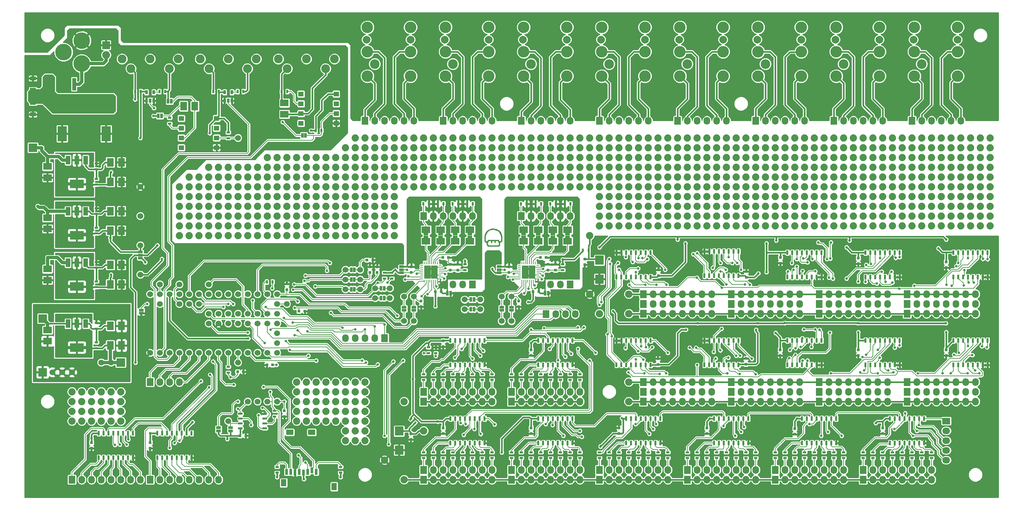
<source format=gbr>
G04 #@! TF.FileFunction,Copper,L1,Top,Signal*
%FSLAX46Y46*%
G04 Gerber Fmt 4.6, Leading zero omitted, Abs format (unit mm)*
G04 Created by KiCad (PCBNEW 4.0.1-stable) date 2/7/2016 5:33:14 PM*
%MOMM*%
G01*
G04 APERTURE LIST*
%ADD10C,0.100000*%
%ADD11C,0.010000*%
%ADD12C,0.635000*%
%ADD13C,1.879600*%
%ADD14R,1.727200X2.032000*%
%ADD15O,1.727200X2.032000*%
%ADD16R,0.750000X0.800000*%
%ADD17R,2.032000X2.032000*%
%ADD18O,2.032000X2.032000*%
%ADD19R,0.900000X0.500000*%
%ADD20R,1.270000X0.635000*%
%ADD21R,2.230000X1.800000*%
%ADD22R,1.800000X2.230000*%
%ADD23R,1.219200X2.235200*%
%ADD24R,3.606800X2.199640*%
%ADD25C,2.286000*%
%ADD26C,3.000000*%
%ADD27C,2.500000*%
%ADD28C,2.000000*%
%ADD29R,0.500000X0.900000*%
%ADD30R,0.508000X1.143000*%
%ADD31R,0.700000X0.250000*%
%ADD32R,0.250000X0.700000*%
%ADD33R,1.725000X1.725000*%
%ADD34R,0.800000X1.500000*%
%ADD35R,1.400000X1.900000*%
%ADD36R,1.900000X1.400000*%
%ADD37R,0.650000X1.060000*%
%ADD38R,1.399540X1.300480*%
%ADD39R,0.800000X0.750000*%
%ADD40R,1.143000X0.508000*%
%ADD41R,0.635000X1.270000*%
%ADD42R,2.235200X2.235200*%
%ADD43C,1.524000*%
%ADD44C,4.318000*%
%ADD45C,1.905000*%
%ADD46R,2.230000X2.370000*%
%ADD47R,2.400300X4.000500*%
%ADD48R,1.600000X1.000000*%
%ADD49R,1.000000X3.200000*%
%ADD50R,2.032000X1.727200*%
%ADD51O,2.032000X1.727200*%
%ADD52C,0.406400*%
%ADD53C,0.203200*%
%ADD54C,0.812800*%
%ADD55C,0.177800*%
%ADD56C,0.254000*%
G04 APERTURE END LIST*
D10*
D11*
G36*
X148020980Y-82044724D02*
X148312443Y-82107124D01*
X148316121Y-82108173D01*
X148562778Y-82194950D01*
X148804785Y-82310668D01*
X149034448Y-82450051D01*
X149244074Y-82607818D01*
X149425968Y-82778692D01*
X149572439Y-82957394D01*
X149588741Y-82981323D01*
X149717757Y-83206746D01*
X149819536Y-83455115D01*
X149894572Y-83728980D01*
X149943356Y-84030890D01*
X149966381Y-84363394D01*
X149964140Y-84729042D01*
X149956350Y-84884019D01*
X149944470Y-85052277D01*
X149930921Y-85182754D01*
X149913815Y-85281839D01*
X149891266Y-85355925D01*
X149861387Y-85411403D01*
X149822292Y-85454663D01*
X149778011Y-85488205D01*
X149713190Y-85521369D01*
X149629086Y-85551875D01*
X149582255Y-85564352D01*
X149497482Y-85586669D01*
X149443639Y-85614229D01*
X149413756Y-85656803D01*
X149400861Y-85724164D01*
X149397990Y-85822656D01*
X149392671Y-86009712D01*
X149378255Y-86177016D01*
X149355697Y-86317831D01*
X149325955Y-86425424D01*
X149306097Y-86469406D01*
X149279583Y-86514105D01*
X149252363Y-86549751D01*
X149219261Y-86577517D01*
X149175100Y-86598581D01*
X149114703Y-86614117D01*
X149032892Y-86625302D01*
X148924491Y-86633311D01*
X148784321Y-86639321D01*
X148607208Y-86644506D01*
X148525948Y-86646585D01*
X148291384Y-86651637D01*
X148043712Y-86655433D01*
X147789845Y-86657976D01*
X147536696Y-86659271D01*
X147291176Y-86659320D01*
X147060199Y-86658127D01*
X146850678Y-86655696D01*
X146669525Y-86652031D01*
X146523653Y-86647135D01*
X146489616Y-86645520D01*
X146381759Y-86639503D01*
X146307994Y-86632875D01*
X146258289Y-86622942D01*
X146222609Y-86607006D01*
X146190923Y-86582373D01*
X146165730Y-86558497D01*
X146113071Y-86495139D01*
X146060556Y-86412671D01*
X146033683Y-86359714D01*
X145998965Y-86267001D01*
X145965405Y-86152275D01*
X145936701Y-86031194D01*
X145916551Y-85919416D01*
X145915920Y-85912475D01*
X146177583Y-85912475D01*
X146180133Y-85948941D01*
X146198146Y-86046966D01*
X146229391Y-86145535D01*
X146268686Y-86232457D01*
X146310850Y-86295545D01*
X146336916Y-86317766D01*
X146371262Y-86329868D01*
X146428556Y-86340226D01*
X146511231Y-86348923D01*
X146621720Y-86356040D01*
X146762459Y-86361659D01*
X146935880Y-86365861D01*
X147144418Y-86368728D01*
X147390506Y-86370342D01*
X147676578Y-86370784D01*
X147907513Y-86370425D01*
X148166566Y-86369452D01*
X148384356Y-86367936D01*
X148563793Y-86365796D01*
X148707785Y-86362951D01*
X148819240Y-86359322D01*
X148901069Y-86354826D01*
X148956179Y-86349384D01*
X148987479Y-86342914D01*
X148993527Y-86340291D01*
X149042319Y-86290638D01*
X149075702Y-86205167D01*
X149094231Y-86081757D01*
X149098666Y-85937035D01*
X149084994Y-85750405D01*
X149044925Y-85591322D01*
X148975388Y-85449818D01*
X148927181Y-85380677D01*
X148862577Y-85301774D01*
X148804944Y-85249246D01*
X148742457Y-85217835D01*
X148663288Y-85202282D01*
X148555610Y-85197328D01*
X148514389Y-85197122D01*
X148395230Y-85200033D01*
X148313104Y-85208530D01*
X148271303Y-85222254D01*
X148269649Y-85223715D01*
X148257021Y-85255757D01*
X148243805Y-85321429D01*
X148231802Y-85410253D01*
X148224761Y-85484715D01*
X148216090Y-85583084D01*
X148206990Y-85665279D01*
X148198694Y-85721162D01*
X148193730Y-85739730D01*
X148165420Y-85752857D01*
X148110828Y-85759938D01*
X148093402Y-85760339D01*
X148039865Y-85754552D01*
X148002939Y-85732847D01*
X147979736Y-85688710D01*
X147967366Y-85615626D01*
X147962941Y-85507080D01*
X147962730Y-85465642D01*
X147960821Y-85354904D01*
X147950552Y-85278081D01*
X147925108Y-85228984D01*
X147877673Y-85201421D01*
X147801433Y-85189203D01*
X147689574Y-85186139D01*
X147654965Y-85186078D01*
X147544043Y-85187286D01*
X147469042Y-85191646D01*
X147421757Y-85200266D01*
X147393983Y-85214252D01*
X147385850Y-85222364D01*
X147368984Y-85265425D01*
X147355261Y-85347348D01*
X147345515Y-85462882D01*
X147344494Y-85481886D01*
X147338051Y-85578922D01*
X147329746Y-85660595D01*
X147320842Y-85716017D01*
X147315383Y-85732730D01*
X147280020Y-85754128D01*
X147223729Y-85761072D01*
X147165058Y-85754442D01*
X147122557Y-85735118D01*
X147113888Y-85723168D01*
X147106246Y-85685628D01*
X147097645Y-85615965D01*
X147089448Y-85526166D01*
X147085873Y-85476646D01*
X147075777Y-85356717D01*
X147059539Y-85274393D01*
X147030463Y-85223109D01*
X146981855Y-85196299D01*
X146907018Y-85187398D01*
X146799258Y-85189840D01*
X146793661Y-85190105D01*
X146665422Y-85201480D01*
X146568213Y-85226070D01*
X146489655Y-85270780D01*
X146417372Y-85342518D01*
X146343874Y-85441074D01*
X146247227Y-85606315D01*
X146192115Y-85762459D01*
X146177583Y-85912475D01*
X145915920Y-85912475D01*
X145908652Y-85832598D01*
X145908643Y-85830292D01*
X145904461Y-85734319D01*
X145887467Y-85671496D01*
X145850991Y-85631229D01*
X145788362Y-85602921D01*
X145759972Y-85594153D01*
X145607258Y-85533028D01*
X145492261Y-85449494D01*
X145424626Y-85361425D01*
X145405930Y-85323640D01*
X145391519Y-85280740D01*
X145380258Y-85225154D01*
X145371008Y-85149310D01*
X145362634Y-85045634D01*
X145353999Y-84906554D01*
X145352569Y-84881421D01*
X145347043Y-84742501D01*
X145622985Y-84742501D01*
X145624821Y-84910853D01*
X145635960Y-85043603D01*
X145657741Y-85144791D01*
X145691501Y-85218451D01*
X145738579Y-85268621D01*
X145800314Y-85299338D01*
X145878043Y-85314638D01*
X145888069Y-85315592D01*
X145928027Y-85311273D01*
X145992525Y-85296937D01*
X146036777Y-85284726D01*
X146114733Y-85255519D01*
X146163207Y-85216934D01*
X146191887Y-85157062D01*
X146209129Y-85072888D01*
X146222967Y-85007120D01*
X146239935Y-84958251D01*
X146245667Y-84948643D01*
X146259432Y-84942747D01*
X146292531Y-84937689D01*
X146347661Y-84933418D01*
X146427519Y-84929878D01*
X146534802Y-84927019D01*
X146672206Y-84924785D01*
X146842428Y-84923123D01*
X147048164Y-84921981D01*
X147292111Y-84921306D01*
X147576966Y-84921042D01*
X147642469Y-84921035D01*
X147927341Y-84920964D01*
X148171263Y-84920953D01*
X148377459Y-84921303D01*
X148549151Y-84922315D01*
X148689564Y-84924293D01*
X148801921Y-84927537D01*
X148889445Y-84932348D01*
X148955360Y-84939030D01*
X149002889Y-84947883D01*
X149035255Y-84959208D01*
X149055682Y-84973309D01*
X149067394Y-84990486D01*
X149073613Y-85011041D01*
X149077563Y-85035276D01*
X149080904Y-85055661D01*
X149118092Y-85146404D01*
X149185489Y-85216341D01*
X149273262Y-85263194D01*
X149371577Y-85284686D01*
X149470602Y-85278538D01*
X149560503Y-85242473D01*
X149625959Y-85181920D01*
X149661820Y-85106086D01*
X149687105Y-84993962D01*
X149701901Y-84852124D01*
X149706294Y-84687150D01*
X149700370Y-84505618D01*
X149684215Y-84314103D01*
X149657916Y-84119185D01*
X149621558Y-83927439D01*
X149608794Y-83871904D01*
X149519024Y-83572773D01*
X149400342Y-83306373D01*
X149251159Y-83070721D01*
X149069886Y-82863838D01*
X148854933Y-82683743D01*
X148604713Y-82528456D01*
X148481228Y-82466632D01*
X148292938Y-82386394D01*
X148120189Y-82332199D01*
X147945973Y-82300223D01*
X147753284Y-82286642D01*
X147675600Y-82285519D01*
X147372338Y-82304273D01*
X147084162Y-82361339D01*
X146814227Y-82455294D01*
X146565692Y-82584713D01*
X146341714Y-82748172D01*
X146145453Y-82944247D01*
X146104254Y-82994199D01*
X145983712Y-83157626D01*
X145884614Y-83320273D01*
X145804894Y-83488832D01*
X145742490Y-83669993D01*
X145695338Y-83870447D01*
X145661373Y-84096885D01*
X145638531Y-84355998D01*
X145629113Y-84534513D01*
X145622985Y-84742501D01*
X145347043Y-84742501D01*
X145340809Y-84585813D01*
X145341712Y-84325129D01*
X145356094Y-84091737D01*
X145384771Y-83878007D01*
X145428559Y-83676306D01*
X145488272Y-83479004D01*
X145508578Y-83421807D01*
X145633528Y-83142598D01*
X145793950Y-82889314D01*
X145988565Y-82663378D01*
X146216092Y-82466212D01*
X146475249Y-82299236D01*
X146560208Y-82254625D01*
X146825178Y-82145364D01*
X147112034Y-82069052D01*
X147412482Y-82026380D01*
X147718229Y-82018040D01*
X148020980Y-82044724D01*
X148020980Y-82044724D01*
G37*
X148020980Y-82044724D02*
X148312443Y-82107124D01*
X148316121Y-82108173D01*
X148562778Y-82194950D01*
X148804785Y-82310668D01*
X149034448Y-82450051D01*
X149244074Y-82607818D01*
X149425968Y-82778692D01*
X149572439Y-82957394D01*
X149588741Y-82981323D01*
X149717757Y-83206746D01*
X149819536Y-83455115D01*
X149894572Y-83728980D01*
X149943356Y-84030890D01*
X149966381Y-84363394D01*
X149964140Y-84729042D01*
X149956350Y-84884019D01*
X149944470Y-85052277D01*
X149930921Y-85182754D01*
X149913815Y-85281839D01*
X149891266Y-85355925D01*
X149861387Y-85411403D01*
X149822292Y-85454663D01*
X149778011Y-85488205D01*
X149713190Y-85521369D01*
X149629086Y-85551875D01*
X149582255Y-85564352D01*
X149497482Y-85586669D01*
X149443639Y-85614229D01*
X149413756Y-85656803D01*
X149400861Y-85724164D01*
X149397990Y-85822656D01*
X149392671Y-86009712D01*
X149378255Y-86177016D01*
X149355697Y-86317831D01*
X149325955Y-86425424D01*
X149306097Y-86469406D01*
X149279583Y-86514105D01*
X149252363Y-86549751D01*
X149219261Y-86577517D01*
X149175100Y-86598581D01*
X149114703Y-86614117D01*
X149032892Y-86625302D01*
X148924491Y-86633311D01*
X148784321Y-86639321D01*
X148607208Y-86644506D01*
X148525948Y-86646585D01*
X148291384Y-86651637D01*
X148043712Y-86655433D01*
X147789845Y-86657976D01*
X147536696Y-86659271D01*
X147291176Y-86659320D01*
X147060199Y-86658127D01*
X146850678Y-86655696D01*
X146669525Y-86652031D01*
X146523653Y-86647135D01*
X146489616Y-86645520D01*
X146381759Y-86639503D01*
X146307994Y-86632875D01*
X146258289Y-86622942D01*
X146222609Y-86607006D01*
X146190923Y-86582373D01*
X146165730Y-86558497D01*
X146113071Y-86495139D01*
X146060556Y-86412671D01*
X146033683Y-86359714D01*
X145998965Y-86267001D01*
X145965405Y-86152275D01*
X145936701Y-86031194D01*
X145916551Y-85919416D01*
X145915920Y-85912475D01*
X146177583Y-85912475D01*
X146180133Y-85948941D01*
X146198146Y-86046966D01*
X146229391Y-86145535D01*
X146268686Y-86232457D01*
X146310850Y-86295545D01*
X146336916Y-86317766D01*
X146371262Y-86329868D01*
X146428556Y-86340226D01*
X146511231Y-86348923D01*
X146621720Y-86356040D01*
X146762459Y-86361659D01*
X146935880Y-86365861D01*
X147144418Y-86368728D01*
X147390506Y-86370342D01*
X147676578Y-86370784D01*
X147907513Y-86370425D01*
X148166566Y-86369452D01*
X148384356Y-86367936D01*
X148563793Y-86365796D01*
X148707785Y-86362951D01*
X148819240Y-86359322D01*
X148901069Y-86354826D01*
X148956179Y-86349384D01*
X148987479Y-86342914D01*
X148993527Y-86340291D01*
X149042319Y-86290638D01*
X149075702Y-86205167D01*
X149094231Y-86081757D01*
X149098666Y-85937035D01*
X149084994Y-85750405D01*
X149044925Y-85591322D01*
X148975388Y-85449818D01*
X148927181Y-85380677D01*
X148862577Y-85301774D01*
X148804944Y-85249246D01*
X148742457Y-85217835D01*
X148663288Y-85202282D01*
X148555610Y-85197328D01*
X148514389Y-85197122D01*
X148395230Y-85200033D01*
X148313104Y-85208530D01*
X148271303Y-85222254D01*
X148269649Y-85223715D01*
X148257021Y-85255757D01*
X148243805Y-85321429D01*
X148231802Y-85410253D01*
X148224761Y-85484715D01*
X148216090Y-85583084D01*
X148206990Y-85665279D01*
X148198694Y-85721162D01*
X148193730Y-85739730D01*
X148165420Y-85752857D01*
X148110828Y-85759938D01*
X148093402Y-85760339D01*
X148039865Y-85754552D01*
X148002939Y-85732847D01*
X147979736Y-85688710D01*
X147967366Y-85615626D01*
X147962941Y-85507080D01*
X147962730Y-85465642D01*
X147960821Y-85354904D01*
X147950552Y-85278081D01*
X147925108Y-85228984D01*
X147877673Y-85201421D01*
X147801433Y-85189203D01*
X147689574Y-85186139D01*
X147654965Y-85186078D01*
X147544043Y-85187286D01*
X147469042Y-85191646D01*
X147421757Y-85200266D01*
X147393983Y-85214252D01*
X147385850Y-85222364D01*
X147368984Y-85265425D01*
X147355261Y-85347348D01*
X147345515Y-85462882D01*
X147344494Y-85481886D01*
X147338051Y-85578922D01*
X147329746Y-85660595D01*
X147320842Y-85716017D01*
X147315383Y-85732730D01*
X147280020Y-85754128D01*
X147223729Y-85761072D01*
X147165058Y-85754442D01*
X147122557Y-85735118D01*
X147113888Y-85723168D01*
X147106246Y-85685628D01*
X147097645Y-85615965D01*
X147089448Y-85526166D01*
X147085873Y-85476646D01*
X147075777Y-85356717D01*
X147059539Y-85274393D01*
X147030463Y-85223109D01*
X146981855Y-85196299D01*
X146907018Y-85187398D01*
X146799258Y-85189840D01*
X146793661Y-85190105D01*
X146665422Y-85201480D01*
X146568213Y-85226070D01*
X146489655Y-85270780D01*
X146417372Y-85342518D01*
X146343874Y-85441074D01*
X146247227Y-85606315D01*
X146192115Y-85762459D01*
X146177583Y-85912475D01*
X145915920Y-85912475D01*
X145908652Y-85832598D01*
X145908643Y-85830292D01*
X145904461Y-85734319D01*
X145887467Y-85671496D01*
X145850991Y-85631229D01*
X145788362Y-85602921D01*
X145759972Y-85594153D01*
X145607258Y-85533028D01*
X145492261Y-85449494D01*
X145424626Y-85361425D01*
X145405930Y-85323640D01*
X145391519Y-85280740D01*
X145380258Y-85225154D01*
X145371008Y-85149310D01*
X145362634Y-85045634D01*
X145353999Y-84906554D01*
X145352569Y-84881421D01*
X145347043Y-84742501D01*
X145622985Y-84742501D01*
X145624821Y-84910853D01*
X145635960Y-85043603D01*
X145657741Y-85144791D01*
X145691501Y-85218451D01*
X145738579Y-85268621D01*
X145800314Y-85299338D01*
X145878043Y-85314638D01*
X145888069Y-85315592D01*
X145928027Y-85311273D01*
X145992525Y-85296937D01*
X146036777Y-85284726D01*
X146114733Y-85255519D01*
X146163207Y-85216934D01*
X146191887Y-85157062D01*
X146209129Y-85072888D01*
X146222967Y-85007120D01*
X146239935Y-84958251D01*
X146245667Y-84948643D01*
X146259432Y-84942747D01*
X146292531Y-84937689D01*
X146347661Y-84933418D01*
X146427519Y-84929878D01*
X146534802Y-84927019D01*
X146672206Y-84924785D01*
X146842428Y-84923123D01*
X147048164Y-84921981D01*
X147292111Y-84921306D01*
X147576966Y-84921042D01*
X147642469Y-84921035D01*
X147927341Y-84920964D01*
X148171263Y-84920953D01*
X148377459Y-84921303D01*
X148549151Y-84922315D01*
X148689564Y-84924293D01*
X148801921Y-84927537D01*
X148889445Y-84932348D01*
X148955360Y-84939030D01*
X149002889Y-84947883D01*
X149035255Y-84959208D01*
X149055682Y-84973309D01*
X149067394Y-84990486D01*
X149073613Y-85011041D01*
X149077563Y-85035276D01*
X149080904Y-85055661D01*
X149118092Y-85146404D01*
X149185489Y-85216341D01*
X149273262Y-85263194D01*
X149371577Y-85284686D01*
X149470602Y-85278538D01*
X149560503Y-85242473D01*
X149625959Y-85181920D01*
X149661820Y-85106086D01*
X149687105Y-84993962D01*
X149701901Y-84852124D01*
X149706294Y-84687150D01*
X149700370Y-84505618D01*
X149684215Y-84314103D01*
X149657916Y-84119185D01*
X149621558Y-83927439D01*
X149608794Y-83871904D01*
X149519024Y-83572773D01*
X149400342Y-83306373D01*
X149251159Y-83070721D01*
X149069886Y-82863838D01*
X148854933Y-82683743D01*
X148604713Y-82528456D01*
X148481228Y-82466632D01*
X148292938Y-82386394D01*
X148120189Y-82332199D01*
X147945973Y-82300223D01*
X147753284Y-82286642D01*
X147675600Y-82285519D01*
X147372338Y-82304273D01*
X147084162Y-82361339D01*
X146814227Y-82455294D01*
X146565692Y-82584713D01*
X146341714Y-82748172D01*
X146145453Y-82944247D01*
X146104254Y-82994199D01*
X145983712Y-83157626D01*
X145884614Y-83320273D01*
X145804894Y-83488832D01*
X145742490Y-83669993D01*
X145695338Y-83870447D01*
X145661373Y-84096885D01*
X145638531Y-84355998D01*
X145629113Y-84534513D01*
X145622985Y-84742501D01*
X145347043Y-84742501D01*
X145340809Y-84585813D01*
X145341712Y-84325129D01*
X145356094Y-84091737D01*
X145384771Y-83878007D01*
X145428559Y-83676306D01*
X145488272Y-83479004D01*
X145508578Y-83421807D01*
X145633528Y-83142598D01*
X145793950Y-82889314D01*
X145988565Y-82663378D01*
X146216092Y-82466212D01*
X146475249Y-82299236D01*
X146560208Y-82254625D01*
X146825178Y-82145364D01*
X147112034Y-82069052D01*
X147412482Y-82026380D01*
X147718229Y-82018040D01*
X148020980Y-82044724D01*
D12*
X128270000Y-111506000D03*
X97663000Y-93218000D03*
X123317000Y-88011000D03*
X54737000Y-130175000D03*
X158242000Y-106807000D03*
X153797000Y-104521000D03*
X122682000Y-101092000D03*
X136017000Y-101727000D03*
X133731000Y-105664000D03*
X125730000Y-101092000D03*
X111633000Y-101219000D03*
X118110000Y-105537000D03*
X97028000Y-111379000D03*
X99441000Y-111379000D03*
X63246000Y-133350000D03*
X156210000Y-132080000D03*
X260604000Y-137922000D03*
X46990000Y-57340500D03*
X35560000Y-57340500D03*
X55880000Y-95885000D03*
X65405000Y-90805000D03*
X60325000Y-87630000D03*
X55245000Y-90805000D03*
X71120000Y-88773000D03*
X120015000Y-88900000D03*
X147320000Y-101600000D03*
X146685000Y-93980000D03*
X146367500Y-88265000D03*
X148844000Y-88265000D03*
X93472000Y-123698000D03*
X90932000Y-120904000D03*
X93345000Y-107188000D03*
X93472000Y-114554000D03*
X94742000Y-103251000D03*
X194056000Y-118618000D03*
X40640000Y-27940000D03*
X53340000Y-33020000D03*
X251460000Y-50800000D03*
X231140000Y-50800000D03*
X210820000Y-45720000D03*
X190500000Y-50800000D03*
X170180000Y-50800000D03*
X149860000Y-45720000D03*
X129540000Y-50800000D03*
X111760000Y-50800000D03*
X278130000Y-52705000D03*
X274320000Y-27940000D03*
X261620000Y-27940000D03*
X241300000Y-27940000D03*
X220980000Y-27940000D03*
X200660000Y-27940000D03*
X180340000Y-27940000D03*
X160020000Y-27940000D03*
X139700000Y-27940000D03*
X119380000Y-27940000D03*
X27940000Y-33020000D03*
X38735000Y-117475000D03*
X45720000Y-120015000D03*
X52070000Y-120015000D03*
X52070000Y-109855000D03*
X45720000Y-109855000D03*
X45720000Y-104775000D03*
X52070000Y-102870000D03*
X38735000Y-102870000D03*
X30480000Y-114935000D03*
X30480000Y-102870000D03*
X51308000Y-99314000D03*
X50038000Y-89154000D03*
X51054000Y-85852000D03*
X50800000Y-61214000D03*
X51054000Y-73660000D03*
X54356000Y-83820000D03*
X60198000Y-67310000D03*
X60452000Y-73914000D03*
X60198000Y-80010000D03*
X64770000Y-65278000D03*
X62992000Y-86868000D03*
X60960000Y-103124000D03*
X62230000Y-94742000D03*
X65278000Y-67818000D03*
X69342000Y-65024000D03*
X58166000Y-58928000D03*
X90424000Y-54864000D03*
X104394000Y-59944000D03*
X82550000Y-60706000D03*
X85852000Y-57912000D03*
X82550000Y-48768000D03*
X74168000Y-49276000D03*
X77978000Y-52070000D03*
X106934000Y-44450000D03*
X99060000Y-41656000D03*
X79248000Y-42418000D03*
X58420000Y-42164000D03*
X28448000Y-38862000D03*
X33020000Y-55880000D03*
X49530000Y-55880000D03*
X46990000Y-53340000D03*
X44450000Y-55880000D03*
X38100000Y-55880000D03*
X35560000Y-53340000D03*
X32512000Y-60706000D03*
X27178000Y-55118000D03*
X27178000Y-65024000D03*
X27178000Y-76708000D03*
X27940000Y-88138000D03*
X27940000Y-99314000D03*
X64008000Y-97409000D03*
X66294000Y-104648000D03*
X58420000Y-106680000D03*
X57150000Y-100330000D03*
X70866000Y-112014000D03*
X70866000Y-109220000D03*
X76200000Y-111760000D03*
X78740000Y-111760000D03*
X84328000Y-117094000D03*
X88138000Y-119634000D03*
X95504000Y-117602000D03*
X104394000Y-115062000D03*
X106172000Y-112776000D03*
X117348000Y-130048000D03*
X102108000Y-141986000D03*
X101092000Y-148082000D03*
X92202000Y-139700000D03*
X96012000Y-139954000D03*
X99060000Y-138684000D03*
X90678000Y-134112000D03*
X84836000Y-129540000D03*
X85852000Y-134112000D03*
X85852000Y-137668000D03*
X82804000Y-137668000D03*
X74676000Y-132080000D03*
X78994000Y-129032000D03*
X80772000Y-141224000D03*
X70612000Y-135890000D03*
X60706000Y-139954000D03*
X56896000Y-133858000D03*
X55372000Y-136144000D03*
X47752000Y-138176000D03*
X61849000Y-129286000D03*
X29210000Y-136906000D03*
X33274000Y-147828000D03*
X86868000Y-150368000D03*
X109728000Y-150622000D03*
X120396000Y-150622000D03*
X172466000Y-150368000D03*
X217932000Y-150368000D03*
X276860000Y-140716000D03*
X266700000Y-145796000D03*
X176276000Y-129032000D03*
X165100000Y-98806000D03*
X167640000Y-98806000D03*
X172466000Y-94996000D03*
X175260000Y-98044000D03*
X174498000Y-84836000D03*
X176530000Y-87884000D03*
X180594000Y-86868000D03*
X198628000Y-85090000D03*
X193294000Y-89408000D03*
X198628000Y-90932000D03*
X200660000Y-92964000D03*
X220980000Y-93726000D03*
X216662000Y-87630000D03*
X214884000Y-89154000D03*
X224282000Y-86360000D03*
X237236000Y-86614000D03*
X240538000Y-89662000D03*
X249936000Y-91948000D03*
X261366000Y-87884000D03*
X263652000Y-93726000D03*
X275590000Y-92964000D03*
X173228000Y-104902000D03*
X181102000Y-114554000D03*
X176022000Y-113284000D03*
X181356000Y-109220000D03*
X193040000Y-110998000D03*
X193548000Y-108966000D03*
X198628000Y-111506000D03*
X199898000Y-116586000D03*
X205486000Y-119126000D03*
X217678000Y-114300000D03*
X228346000Y-118872000D03*
X236982000Y-109728000D03*
X237490000Y-117602000D03*
X237744000Y-113030000D03*
X250698000Y-113538000D03*
X252730000Y-115824000D03*
X263398000Y-115062000D03*
X275590000Y-115316000D03*
X129540000Y-131064000D03*
X171196000Y-122682000D03*
X149860000Y-128016000D03*
X172720000Y-142494000D03*
X149860000Y-142240000D03*
X172466000Y-114300000D03*
X171704000Y-119380000D03*
X151384000Y-112649000D03*
X146812000Y-117348000D03*
X139446000Y-115062000D03*
X120142000Y-115824000D03*
X122682000Y-115824000D03*
X128016000Y-121920000D03*
X124968000Y-121920000D03*
X149860000Y-120650000D03*
X240284000Y-139192000D03*
X216408000Y-138430000D03*
X195072000Y-138938000D03*
X125222000Y-143256000D03*
X126746000Y-139192000D03*
X129540000Y-137414000D03*
X132334000Y-135636000D03*
X141478000Y-135382000D03*
X151638000Y-132080000D03*
X148336000Y-138430000D03*
X171704000Y-138684000D03*
X173736000Y-135382000D03*
X176022000Y-133604000D03*
X198374000Y-133604000D03*
X268478000Y-137160000D03*
X234442000Y-136398000D03*
D13*
X104140000Y-132080000D03*
X106680000Y-132080000D03*
X101600000Y-132080000D03*
X96520000Y-132080000D03*
X99060000Y-132080000D03*
D14*
X58420000Y-121920000D03*
D15*
X60960000Y-121920000D03*
X63500000Y-121920000D03*
X66040000Y-121920000D03*
D12*
X242316000Y-135128000D03*
X218440000Y-134620000D03*
X195834000Y-135636000D03*
X167132000Y-89154000D03*
X160528000Y-97282000D03*
X159385000Y-90805000D03*
X153670000Y-90805000D03*
X160020000Y-87376000D03*
X164846000Y-87630000D03*
X156845000Y-87630000D03*
X154940000Y-88265000D03*
X163195000Y-93980000D03*
X169545000Y-94615000D03*
X169545000Y-87630000D03*
X169545000Y-80645000D03*
X169545000Y-74295000D03*
X161290000Y-74295000D03*
X151130000Y-74295000D03*
X151130000Y-80645000D03*
X151765000Y-90805000D03*
X139700000Y-88265000D03*
X129540000Y-88265000D03*
X131445000Y-87630000D03*
X134620000Y-86995000D03*
X137160000Y-87630000D03*
X144145000Y-86995000D03*
X144145000Y-80645000D03*
X144145000Y-94615000D03*
X138430000Y-93980000D03*
X133985000Y-96520000D03*
X133985000Y-90805000D03*
X128905000Y-90805000D03*
X125730000Y-90805000D03*
X125730000Y-81280000D03*
X125730000Y-74295000D03*
X135890000Y-74295000D03*
X144145000Y-74295000D03*
X139700000Y-75565000D03*
X132080000Y-75565000D03*
D13*
X40640000Y-124460000D03*
X43180000Y-124460000D03*
X48260000Y-124460000D03*
X45720000Y-124460000D03*
X38100000Y-124460000D03*
X50800000Y-124460000D03*
X38100000Y-129540000D03*
X38100000Y-127000000D03*
X40640000Y-127000000D03*
X40640000Y-129540000D03*
X40640000Y-132080000D03*
X38100000Y-132080000D03*
X109220000Y-134620000D03*
X109220000Y-137160000D03*
X109220000Y-132080000D03*
X114300000Y-137160000D03*
X111760000Y-134620000D03*
X114300000Y-134620000D03*
X114300000Y-132080000D03*
X111760000Y-137160000D03*
X111760000Y-132080000D03*
X106680000Y-129540000D03*
X104140000Y-129540000D03*
X101600000Y-129540000D03*
X96520000Y-129540000D03*
X99060000Y-129540000D03*
X109220000Y-129540000D03*
X111760000Y-129540000D03*
X114300000Y-129540000D03*
X109220000Y-127000000D03*
X111760000Y-127000000D03*
X106680000Y-127000000D03*
X106680000Y-121920000D03*
X111760000Y-121920000D03*
X106680000Y-124460000D03*
X109220000Y-124460000D03*
X111760000Y-124460000D03*
X109220000Y-121920000D03*
X114300000Y-121920000D03*
X114300000Y-127000000D03*
X114300000Y-124460000D03*
X101600000Y-124460000D03*
X104140000Y-127000000D03*
X99060000Y-124460000D03*
X96520000Y-127000000D03*
X104140000Y-124460000D03*
X99060000Y-127000000D03*
X101600000Y-127000000D03*
X96520000Y-124460000D03*
X101600000Y-121920000D03*
X104140000Y-121920000D03*
X99060000Y-121920000D03*
X96520000Y-121920000D03*
X48260000Y-127000000D03*
X48260000Y-129540000D03*
X48260000Y-132080000D03*
X45720000Y-132080000D03*
X50800000Y-127000000D03*
X50800000Y-129540000D03*
X50800000Y-132080000D03*
X43180000Y-127000000D03*
X45720000Y-129540000D03*
X45720000Y-127000000D03*
X43180000Y-132080000D03*
X43180000Y-129540000D03*
X73660000Y-66040000D03*
X83820000Y-66040000D03*
X81280000Y-66040000D03*
X88900000Y-66040000D03*
X86360000Y-66040000D03*
X88900000Y-63500000D03*
X78740000Y-66040000D03*
X93980000Y-63500000D03*
X91440000Y-66040000D03*
X91440000Y-63500000D03*
X93980000Y-66040000D03*
X96520000Y-66040000D03*
X96520000Y-63500000D03*
X101600000Y-66040000D03*
X99060000Y-66040000D03*
X101600000Y-63500000D03*
X99060000Y-63500000D03*
X106680000Y-63500000D03*
X104140000Y-66040000D03*
X104140000Y-63500000D03*
X106680000Y-66040000D03*
X119380000Y-63500000D03*
X119380000Y-66040000D03*
X121920000Y-63500000D03*
X121920000Y-66040000D03*
X124460000Y-63500000D03*
X124460000Y-66040000D03*
X124460000Y-58420000D03*
X124460000Y-60960000D03*
X121920000Y-60960000D03*
X121920000Y-58420000D03*
X116840000Y-60960000D03*
X116840000Y-58420000D03*
X119380000Y-58420000D03*
X116840000Y-63500000D03*
X116840000Y-66040000D03*
X119380000Y-60960000D03*
X109220000Y-66040000D03*
X109220000Y-63500000D03*
X114300000Y-66040000D03*
X114300000Y-63500000D03*
X111760000Y-66040000D03*
X111760000Y-63500000D03*
X111760000Y-58420000D03*
X111760000Y-60960000D03*
X114300000Y-60960000D03*
X114300000Y-58420000D03*
X109220000Y-60960000D03*
X76200000Y-66040000D03*
X261620000Y-78740000D03*
X261620000Y-81280000D03*
X266700000Y-78740000D03*
X264160000Y-81280000D03*
X266700000Y-81280000D03*
X264160000Y-78740000D03*
X259080000Y-78740000D03*
X259080000Y-81280000D03*
X254000000Y-81280000D03*
X256540000Y-81280000D03*
X254000000Y-78740000D03*
X269240000Y-81280000D03*
X271780000Y-78740000D03*
X271780000Y-81280000D03*
X269240000Y-78740000D03*
X256540000Y-78740000D03*
X276860000Y-81280000D03*
X274320000Y-81280000D03*
X274320000Y-78740000D03*
X276860000Y-78740000D03*
X228600000Y-81280000D03*
X228600000Y-78740000D03*
X231140000Y-81280000D03*
X231140000Y-78740000D03*
X226060000Y-78740000D03*
X220980000Y-78740000D03*
X226060000Y-81280000D03*
X220980000Y-81280000D03*
X223520000Y-78740000D03*
X223520000Y-81280000D03*
X200660000Y-78740000D03*
X200660000Y-81280000D03*
X198120000Y-81280000D03*
X198120000Y-78740000D03*
X193040000Y-81280000D03*
X195580000Y-78740000D03*
X193040000Y-78740000D03*
X195580000Y-81280000D03*
X203200000Y-81280000D03*
X205740000Y-78740000D03*
X203200000Y-78740000D03*
X205740000Y-81280000D03*
X180340000Y-78740000D03*
X177800000Y-81280000D03*
X180340000Y-81280000D03*
X175260000Y-81280000D03*
X175260000Y-78740000D03*
X177800000Y-78740000D03*
X190500000Y-78740000D03*
X187960000Y-78740000D03*
X187960000Y-81280000D03*
X190500000Y-81280000D03*
X182880000Y-78740000D03*
X182880000Y-81280000D03*
X185420000Y-81280000D03*
X185420000Y-78740000D03*
X208280000Y-81280000D03*
X210820000Y-81280000D03*
X213360000Y-81280000D03*
X213360000Y-78740000D03*
X210820000Y-78740000D03*
X208280000Y-78740000D03*
X218440000Y-81280000D03*
X215900000Y-78740000D03*
X215900000Y-81280000D03*
X218440000Y-78740000D03*
X243840000Y-81280000D03*
X246380000Y-81280000D03*
X246380000Y-78740000D03*
X243840000Y-78740000D03*
X251460000Y-78740000D03*
X248920000Y-81280000D03*
X251460000Y-81280000D03*
X248920000Y-78740000D03*
X233680000Y-78740000D03*
X236220000Y-81280000D03*
X233680000Y-81280000D03*
X236220000Y-78740000D03*
X238760000Y-81280000D03*
X241300000Y-81280000D03*
X238760000Y-78740000D03*
X241300000Y-78740000D03*
X261620000Y-73660000D03*
X261620000Y-76200000D03*
X266700000Y-73660000D03*
X264160000Y-76200000D03*
X266700000Y-76200000D03*
X264160000Y-73660000D03*
X259080000Y-73660000D03*
X259080000Y-76200000D03*
X254000000Y-76200000D03*
X256540000Y-76200000D03*
X254000000Y-73660000D03*
X269240000Y-76200000D03*
X271780000Y-73660000D03*
X271780000Y-76200000D03*
X269240000Y-73660000D03*
X256540000Y-73660000D03*
X276860000Y-76200000D03*
X274320000Y-76200000D03*
X274320000Y-73660000D03*
X276860000Y-73660000D03*
X228600000Y-76200000D03*
X228600000Y-73660000D03*
X231140000Y-76200000D03*
X231140000Y-73660000D03*
X226060000Y-73660000D03*
X220980000Y-73660000D03*
X226060000Y-76200000D03*
X220980000Y-76200000D03*
X223520000Y-73660000D03*
X223520000Y-76200000D03*
X200660000Y-73660000D03*
X200660000Y-76200000D03*
X198120000Y-76200000D03*
X198120000Y-73660000D03*
X193040000Y-76200000D03*
X195580000Y-73660000D03*
X193040000Y-73660000D03*
X195580000Y-76200000D03*
X203200000Y-76200000D03*
X205740000Y-73660000D03*
X203200000Y-73660000D03*
X205740000Y-76200000D03*
X180340000Y-73660000D03*
X177800000Y-76200000D03*
X180340000Y-76200000D03*
X175260000Y-76200000D03*
X175260000Y-73660000D03*
X177800000Y-73660000D03*
X190500000Y-73660000D03*
X187960000Y-73660000D03*
X187960000Y-76200000D03*
X190500000Y-76200000D03*
X182880000Y-73660000D03*
X182880000Y-76200000D03*
X185420000Y-76200000D03*
X185420000Y-73660000D03*
X208280000Y-76200000D03*
X210820000Y-76200000D03*
X213360000Y-76200000D03*
X213360000Y-73660000D03*
X210820000Y-73660000D03*
X208280000Y-73660000D03*
X218440000Y-76200000D03*
X215900000Y-73660000D03*
X215900000Y-76200000D03*
X218440000Y-73660000D03*
X243840000Y-76200000D03*
X246380000Y-76200000D03*
X246380000Y-73660000D03*
X243840000Y-73660000D03*
X251460000Y-73660000D03*
X248920000Y-76200000D03*
X251460000Y-76200000D03*
X248920000Y-73660000D03*
X233680000Y-73660000D03*
X236220000Y-76200000D03*
X233680000Y-76200000D03*
X236220000Y-73660000D03*
X238760000Y-76200000D03*
X241300000Y-76200000D03*
X238760000Y-73660000D03*
X241300000Y-73660000D03*
X231140000Y-58420000D03*
X228600000Y-60960000D03*
X228600000Y-58420000D03*
X231140000Y-60960000D03*
X218440000Y-58420000D03*
X215900000Y-60960000D03*
X218440000Y-60960000D03*
X215900000Y-58420000D03*
X223520000Y-60960000D03*
X220980000Y-58420000D03*
X223520000Y-58420000D03*
X226060000Y-60960000D03*
X220980000Y-60960000D03*
X226060000Y-58420000D03*
X203200000Y-60960000D03*
X203200000Y-58420000D03*
X205740000Y-58420000D03*
X205740000Y-60960000D03*
X208280000Y-58420000D03*
X208280000Y-60960000D03*
X213360000Y-58420000D03*
X210820000Y-58420000D03*
X210820000Y-60960000D03*
X213360000Y-60960000D03*
X264160000Y-58420000D03*
X261620000Y-58420000D03*
X264160000Y-60960000D03*
X266700000Y-60960000D03*
X266700000Y-58420000D03*
X261620000Y-60960000D03*
X256540000Y-60960000D03*
X254000000Y-60960000D03*
X259080000Y-60960000D03*
X254000000Y-58420000D03*
X256540000Y-58420000D03*
X259080000Y-58420000D03*
X251460000Y-60960000D03*
X251460000Y-58420000D03*
X246380000Y-58420000D03*
X248920000Y-58420000D03*
X248920000Y-60960000D03*
X246380000Y-60960000D03*
X236220000Y-58420000D03*
X233680000Y-60960000D03*
X233680000Y-58420000D03*
X236220000Y-60960000D03*
X276860000Y-58420000D03*
X269240000Y-58420000D03*
X274320000Y-58420000D03*
X276860000Y-60960000D03*
X271780000Y-60960000D03*
X269240000Y-60960000D03*
X271780000Y-58420000D03*
X274320000Y-60960000D03*
X241300000Y-58420000D03*
X243840000Y-58420000D03*
X241300000Y-60960000D03*
X243840000Y-60960000D03*
X238760000Y-58420000D03*
X238760000Y-60960000D03*
X198120000Y-58420000D03*
X200660000Y-58420000D03*
X198120000Y-60960000D03*
X200660000Y-60960000D03*
X185420000Y-60960000D03*
X187960000Y-60960000D03*
X190500000Y-58420000D03*
X195580000Y-58420000D03*
X193040000Y-58420000D03*
X190500000Y-60960000D03*
X195580000Y-60960000D03*
X193040000Y-60960000D03*
X187960000Y-58420000D03*
X180340000Y-58420000D03*
X182880000Y-58420000D03*
X185420000Y-58420000D03*
X182880000Y-60960000D03*
X180340000Y-60960000D03*
X177800000Y-58420000D03*
X175260000Y-60960000D03*
X177800000Y-60960000D03*
X175260000Y-58420000D03*
X172720000Y-58420000D03*
X170180000Y-60960000D03*
X170180000Y-58420000D03*
X167640000Y-58420000D03*
X167640000Y-60960000D03*
X172720000Y-60960000D03*
X129540000Y-58420000D03*
X129540000Y-60960000D03*
X127000000Y-58420000D03*
X165100000Y-60960000D03*
X165100000Y-58420000D03*
X162560000Y-60960000D03*
X160020000Y-60960000D03*
X162560000Y-58420000D03*
X160020000Y-58420000D03*
X154940000Y-58420000D03*
X157480000Y-58420000D03*
X157480000Y-60960000D03*
X154940000Y-60960000D03*
X149860000Y-60960000D03*
X147320000Y-58420000D03*
X149860000Y-58420000D03*
X147320000Y-60960000D03*
X152400000Y-58420000D03*
X144780000Y-60960000D03*
X144780000Y-58420000D03*
X152400000Y-60960000D03*
X139700000Y-58420000D03*
X142240000Y-58420000D03*
X142240000Y-60960000D03*
X139700000Y-60960000D03*
X134620000Y-60960000D03*
X132080000Y-60960000D03*
X137160000Y-58420000D03*
X132080000Y-58420000D03*
X137160000Y-60960000D03*
X134620000Y-58420000D03*
X127000000Y-60960000D03*
X231140000Y-63500000D03*
X228600000Y-66040000D03*
X228600000Y-63500000D03*
X231140000Y-66040000D03*
X218440000Y-63500000D03*
X215900000Y-66040000D03*
X218440000Y-66040000D03*
X215900000Y-63500000D03*
X223520000Y-66040000D03*
X220980000Y-63500000D03*
X223520000Y-63500000D03*
X226060000Y-66040000D03*
X220980000Y-66040000D03*
X226060000Y-63500000D03*
X203200000Y-66040000D03*
X203200000Y-63500000D03*
X205740000Y-63500000D03*
X205740000Y-66040000D03*
X208280000Y-63500000D03*
X208280000Y-66040000D03*
X213360000Y-63500000D03*
X210820000Y-63500000D03*
X210820000Y-66040000D03*
X213360000Y-66040000D03*
X264160000Y-63500000D03*
X261620000Y-63500000D03*
X264160000Y-66040000D03*
X266700000Y-66040000D03*
X266700000Y-63500000D03*
X261620000Y-66040000D03*
X256540000Y-66040000D03*
X254000000Y-66040000D03*
X259080000Y-66040000D03*
X254000000Y-63500000D03*
X256540000Y-63500000D03*
X259080000Y-63500000D03*
X251460000Y-66040000D03*
X251460000Y-63500000D03*
X246380000Y-63500000D03*
X248920000Y-63500000D03*
X248920000Y-66040000D03*
X246380000Y-66040000D03*
X236220000Y-63500000D03*
X233680000Y-66040000D03*
X233680000Y-63500000D03*
X236220000Y-66040000D03*
X276860000Y-63500000D03*
X269240000Y-63500000D03*
X274320000Y-63500000D03*
X276860000Y-66040000D03*
X271780000Y-66040000D03*
X269240000Y-66040000D03*
X271780000Y-63500000D03*
X274320000Y-66040000D03*
X241300000Y-63500000D03*
X243840000Y-63500000D03*
X241300000Y-66040000D03*
X243840000Y-66040000D03*
X238760000Y-63500000D03*
X238760000Y-66040000D03*
X198120000Y-63500000D03*
X200660000Y-63500000D03*
X198120000Y-66040000D03*
X200660000Y-66040000D03*
X185420000Y-66040000D03*
X187960000Y-66040000D03*
X190500000Y-63500000D03*
X195580000Y-63500000D03*
X193040000Y-63500000D03*
X190500000Y-66040000D03*
X195580000Y-66040000D03*
X193040000Y-66040000D03*
X187960000Y-63500000D03*
X180340000Y-63500000D03*
X182880000Y-63500000D03*
X185420000Y-63500000D03*
X182880000Y-66040000D03*
X180340000Y-66040000D03*
X177800000Y-63500000D03*
X175260000Y-66040000D03*
X177800000Y-66040000D03*
X175260000Y-63500000D03*
X172720000Y-63500000D03*
X170180000Y-66040000D03*
X170180000Y-63500000D03*
X167640000Y-63500000D03*
X167640000Y-66040000D03*
X172720000Y-66040000D03*
X129540000Y-63500000D03*
X129540000Y-66040000D03*
X127000000Y-63500000D03*
X165100000Y-66040000D03*
X165100000Y-63500000D03*
X162560000Y-66040000D03*
X160020000Y-66040000D03*
X162560000Y-63500000D03*
X160020000Y-63500000D03*
X154940000Y-63500000D03*
X157480000Y-63500000D03*
X157480000Y-66040000D03*
X154940000Y-66040000D03*
X149860000Y-66040000D03*
X147320000Y-63500000D03*
X149860000Y-63500000D03*
X147320000Y-66040000D03*
X152400000Y-63500000D03*
X144780000Y-66040000D03*
X144780000Y-63500000D03*
X152400000Y-66040000D03*
X139700000Y-63500000D03*
X142240000Y-63500000D03*
X142240000Y-66040000D03*
X139700000Y-66040000D03*
X134620000Y-66040000D03*
X132080000Y-66040000D03*
X137160000Y-63500000D03*
X132080000Y-63500000D03*
X137160000Y-66040000D03*
X134620000Y-63500000D03*
X127000000Y-66040000D03*
X276860000Y-68580000D03*
X271780000Y-68580000D03*
X264160000Y-68580000D03*
X266700000Y-68580000D03*
X269240000Y-68580000D03*
X274320000Y-68580000D03*
X276860000Y-71120000D03*
X271780000Y-71120000D03*
X274320000Y-71120000D03*
X269240000Y-71120000D03*
X266700000Y-71120000D03*
X264160000Y-71120000D03*
X261620000Y-68580000D03*
X256540000Y-68580000D03*
X248920000Y-68580000D03*
X251460000Y-68580000D03*
X254000000Y-68580000D03*
X259080000Y-68580000D03*
X261620000Y-71120000D03*
X256540000Y-71120000D03*
X259080000Y-71120000D03*
X254000000Y-71120000D03*
X251460000Y-71120000D03*
X248920000Y-71120000D03*
X246380000Y-68580000D03*
X241300000Y-68580000D03*
X233680000Y-68580000D03*
X236220000Y-68580000D03*
X238760000Y-68580000D03*
X243840000Y-68580000D03*
X246380000Y-71120000D03*
X241300000Y-71120000D03*
X243840000Y-71120000D03*
X238760000Y-71120000D03*
X236220000Y-71120000D03*
X233680000Y-71120000D03*
X231140000Y-68580000D03*
X226060000Y-68580000D03*
X218440000Y-68580000D03*
X220980000Y-68580000D03*
X223520000Y-68580000D03*
X228600000Y-68580000D03*
X231140000Y-71120000D03*
X226060000Y-71120000D03*
X228600000Y-71120000D03*
X223520000Y-71120000D03*
X220980000Y-71120000D03*
X218440000Y-71120000D03*
X215900000Y-68580000D03*
X210820000Y-68580000D03*
X203200000Y-68580000D03*
X205740000Y-68580000D03*
X208280000Y-68580000D03*
X213360000Y-68580000D03*
X215900000Y-71120000D03*
X210820000Y-71120000D03*
X213360000Y-71120000D03*
X208280000Y-71120000D03*
X205740000Y-71120000D03*
X203200000Y-71120000D03*
X200660000Y-68580000D03*
X195580000Y-68580000D03*
X187960000Y-68580000D03*
X190500000Y-68580000D03*
X193040000Y-68580000D03*
X198120000Y-68580000D03*
X200660000Y-71120000D03*
X195580000Y-71120000D03*
X198120000Y-71120000D03*
X193040000Y-71120000D03*
X190500000Y-71120000D03*
X187960000Y-71120000D03*
X185420000Y-68580000D03*
X180340000Y-68580000D03*
X172720000Y-68580000D03*
X175260000Y-68580000D03*
X177800000Y-68580000D03*
X182880000Y-68580000D03*
X185420000Y-71120000D03*
X180340000Y-71120000D03*
X182880000Y-71120000D03*
X177800000Y-71120000D03*
X175260000Y-71120000D03*
X172720000Y-71120000D03*
X170180000Y-68580000D03*
X165100000Y-68580000D03*
X157480000Y-68580000D03*
X160020000Y-68580000D03*
X162560000Y-68580000D03*
X167640000Y-68580000D03*
X170180000Y-71120000D03*
X165100000Y-71120000D03*
X167640000Y-71120000D03*
X162560000Y-71120000D03*
X160020000Y-71120000D03*
X157480000Y-71120000D03*
X154940000Y-68580000D03*
X149860000Y-68580000D03*
X142240000Y-68580000D03*
X144780000Y-68580000D03*
X147320000Y-68580000D03*
X152400000Y-68580000D03*
X154940000Y-71120000D03*
X149860000Y-71120000D03*
X152400000Y-71120000D03*
X147320000Y-71120000D03*
X144780000Y-71120000D03*
X142240000Y-71120000D03*
X139700000Y-68580000D03*
X134620000Y-68580000D03*
X127000000Y-68580000D03*
X129540000Y-68580000D03*
X132080000Y-68580000D03*
X137160000Y-68580000D03*
X139700000Y-71120000D03*
X134620000Y-71120000D03*
X137160000Y-71120000D03*
X132080000Y-71120000D03*
X129540000Y-71120000D03*
X127000000Y-71120000D03*
X124460000Y-68580000D03*
X124460000Y-71120000D03*
X121920000Y-68580000D03*
X119380000Y-68580000D03*
X116840000Y-71120000D03*
X111760000Y-73660000D03*
X114300000Y-73660000D03*
X116840000Y-73660000D03*
X111760000Y-78740000D03*
X111760000Y-81280000D03*
X111760000Y-83820000D03*
X114300000Y-83820000D03*
X111760000Y-76200000D03*
X114300000Y-76200000D03*
X114300000Y-78740000D03*
X116840000Y-78740000D03*
X116840000Y-83820000D03*
X114300000Y-81280000D03*
X116840000Y-81280000D03*
X119380000Y-81280000D03*
X121920000Y-81280000D03*
X121920000Y-83820000D03*
X119380000Y-83820000D03*
X111760000Y-68580000D03*
X114300000Y-71120000D03*
X114300000Y-68580000D03*
X116840000Y-68580000D03*
X111760000Y-71120000D03*
X119380000Y-71120000D03*
X119380000Y-73660000D03*
X121920000Y-73660000D03*
X121920000Y-71120000D03*
X116840000Y-76200000D03*
X119380000Y-76200000D03*
X121920000Y-76200000D03*
X119380000Y-78740000D03*
X121920000Y-78740000D03*
X66040000Y-76200000D03*
X66040000Y-78740000D03*
X66040000Y-71120000D03*
X66040000Y-73660000D03*
X66040000Y-81280000D03*
X66040000Y-83820000D03*
X73660000Y-73660000D03*
X73660000Y-76200000D03*
X73660000Y-78740000D03*
X73660000Y-83820000D03*
X73660000Y-81280000D03*
X68580000Y-71120000D03*
X71120000Y-71120000D03*
X68580000Y-73660000D03*
X71120000Y-73660000D03*
X68580000Y-76200000D03*
X71120000Y-76200000D03*
X68580000Y-78740000D03*
X71120000Y-83820000D03*
X68580000Y-81280000D03*
X71120000Y-81280000D03*
X68580000Y-83820000D03*
X71120000Y-78740000D03*
X68580000Y-68580000D03*
X71120000Y-68580000D03*
X73660000Y-68580000D03*
X73660000Y-71120000D03*
X109220000Y-83820000D03*
X106680000Y-83820000D03*
X104140000Y-83820000D03*
X101600000Y-83820000D03*
X99060000Y-83820000D03*
X96520000Y-83820000D03*
X93980000Y-83820000D03*
X91440000Y-83820000D03*
X88900000Y-83820000D03*
X86360000Y-83820000D03*
X83820000Y-83820000D03*
X81280000Y-83820000D03*
X78740000Y-83820000D03*
X76200000Y-83820000D03*
X109220000Y-81280000D03*
X106680000Y-81280000D03*
X104140000Y-81280000D03*
X101600000Y-81280000D03*
X99060000Y-81280000D03*
X96520000Y-81280000D03*
X93980000Y-81280000D03*
X91440000Y-81280000D03*
X88900000Y-81280000D03*
X86360000Y-81280000D03*
X83820000Y-81280000D03*
X81280000Y-81280000D03*
X78740000Y-81280000D03*
X76200000Y-81280000D03*
X109220000Y-78740000D03*
X106680000Y-78740000D03*
X104140000Y-78740000D03*
X101600000Y-78740000D03*
X99060000Y-78740000D03*
X96520000Y-78740000D03*
X93980000Y-78740000D03*
X91440000Y-78740000D03*
X88900000Y-78740000D03*
X86360000Y-78740000D03*
X83820000Y-78740000D03*
X81280000Y-78740000D03*
X78740000Y-78740000D03*
X76200000Y-78740000D03*
X109220000Y-76200000D03*
X106680000Y-76200000D03*
X104140000Y-76200000D03*
X101600000Y-76200000D03*
X99060000Y-76200000D03*
X96520000Y-76200000D03*
X93980000Y-76200000D03*
X91440000Y-76200000D03*
X88900000Y-76200000D03*
X86360000Y-76200000D03*
X83820000Y-76200000D03*
X81280000Y-76200000D03*
X78740000Y-76200000D03*
X76200000Y-76200000D03*
X109220000Y-73660000D03*
X106680000Y-73660000D03*
X104140000Y-73660000D03*
X101600000Y-73660000D03*
X99060000Y-73660000D03*
X96520000Y-73660000D03*
X93980000Y-73660000D03*
X91440000Y-73660000D03*
X88900000Y-73660000D03*
X86360000Y-73660000D03*
X83820000Y-73660000D03*
X81280000Y-73660000D03*
X78740000Y-73660000D03*
X76200000Y-73660000D03*
X109220000Y-71120000D03*
X106680000Y-71120000D03*
X104140000Y-71120000D03*
X101600000Y-71120000D03*
X99060000Y-71120000D03*
X96520000Y-71120000D03*
X93980000Y-71120000D03*
X91440000Y-71120000D03*
X88900000Y-71120000D03*
X86360000Y-71120000D03*
X83820000Y-71120000D03*
X81280000Y-71120000D03*
X78740000Y-71120000D03*
X76200000Y-71120000D03*
X109220000Y-68580000D03*
X106680000Y-68580000D03*
X104140000Y-68580000D03*
X101600000Y-68580000D03*
X99060000Y-68580000D03*
X96520000Y-68580000D03*
X93980000Y-68580000D03*
X91440000Y-68580000D03*
X88900000Y-68580000D03*
X86360000Y-68580000D03*
X83820000Y-68580000D03*
X81280000Y-68580000D03*
X78740000Y-68580000D03*
D16*
X43180000Y-137680000D03*
X43180000Y-139180000D03*
X248920000Y-133870000D03*
X248920000Y-135370000D03*
D14*
X152400000Y-144780000D03*
D15*
X154940000Y-144780000D03*
X157480000Y-144780000D03*
X160020000Y-144780000D03*
X162560000Y-144780000D03*
X165100000Y-144780000D03*
X167640000Y-144780000D03*
X170180000Y-144780000D03*
D16*
X265430000Y-113550000D03*
X265430000Y-115050000D03*
D14*
X232410000Y-101600000D03*
D15*
X234950000Y-101600000D03*
X237490000Y-101600000D03*
X240030000Y-101600000D03*
X242570000Y-101600000D03*
X245110000Y-101600000D03*
X247650000Y-101600000D03*
X250190000Y-101600000D03*
D14*
X232410000Y-104140000D03*
D15*
X234950000Y-104140000D03*
X237490000Y-104140000D03*
X240030000Y-104140000D03*
X242570000Y-104140000D03*
X245110000Y-104140000D03*
X247650000Y-104140000D03*
X250190000Y-104140000D03*
D14*
X186690000Y-101600000D03*
D15*
X189230000Y-101600000D03*
X191770000Y-101600000D03*
X194310000Y-101600000D03*
X196850000Y-101600000D03*
X199390000Y-101600000D03*
X201930000Y-101600000D03*
X204470000Y-101600000D03*
D14*
X255270000Y-127000000D03*
D15*
X257810000Y-127000000D03*
X260350000Y-127000000D03*
X262890000Y-127000000D03*
X265430000Y-127000000D03*
X267970000Y-127000000D03*
X270510000Y-127000000D03*
X273050000Y-127000000D03*
D14*
X255270000Y-101600000D03*
D15*
X257810000Y-101600000D03*
X260350000Y-101600000D03*
X262890000Y-101600000D03*
X265430000Y-101600000D03*
X267970000Y-101600000D03*
X270510000Y-101600000D03*
X273050000Y-101600000D03*
D17*
X46990000Y-34290000D03*
D18*
X46990000Y-36830000D03*
D19*
X44450000Y-97270000D03*
X44450000Y-95770000D03*
X44450000Y-92190000D03*
X44450000Y-90690000D03*
X44450000Y-70600000D03*
X44450000Y-69100000D03*
X44450000Y-66560000D03*
X44450000Y-65060000D03*
D20*
X152400000Y-103276400D03*
X152400000Y-102463600D03*
D19*
X44450000Y-83300000D03*
X44450000Y-81800000D03*
X44450000Y-78220000D03*
X44450000Y-76720000D03*
X165735000Y-91325000D03*
X165735000Y-92825000D03*
D21*
X31750000Y-95440000D03*
X31750000Y-92520000D03*
D22*
X50990000Y-96520000D03*
X48070000Y-96520000D03*
X50990000Y-91440000D03*
X48070000Y-91440000D03*
D21*
X31750000Y-68770000D03*
X31750000Y-65850000D03*
D22*
X50990000Y-69850000D03*
X48070000Y-69850000D03*
X50990000Y-64770000D03*
X48070000Y-64770000D03*
D19*
X119380000Y-93497400D03*
X119380000Y-94997400D03*
X121285000Y-93497400D03*
X121285000Y-94997400D03*
D23*
X41681400Y-90881200D03*
X39370000Y-90881200D03*
X37058600Y-90881200D03*
D24*
X39370000Y-97078800D03*
D25*
X71440040Y-37899340D03*
X78740000Y-37899340D03*
X86039960Y-37899340D03*
X73738740Y-40401240D03*
X83741260Y-40401240D03*
X73738740Y-28199080D03*
X83741260Y-28199080D03*
X91760040Y-37899340D03*
X99060000Y-37899340D03*
X106359960Y-37899340D03*
X94058740Y-40401240D03*
X104061260Y-40401240D03*
X94058740Y-28199080D03*
X104061260Y-28199080D03*
D26*
X135240000Y-42350000D03*
X135240000Y-36000000D03*
X135240000Y-29650000D03*
X146440000Y-42350000D03*
X146440000Y-36000000D03*
X146440000Y-29650000D03*
D27*
X137140000Y-39200000D03*
D28*
X135010000Y-32850000D03*
X146440000Y-32850000D03*
D26*
X155560000Y-42350000D03*
X155560000Y-36000000D03*
X155560000Y-29650000D03*
X166760000Y-42350000D03*
X166760000Y-36000000D03*
X166760000Y-29650000D03*
D27*
X157460000Y-39200000D03*
D28*
X155330000Y-32850000D03*
X166760000Y-32850000D03*
D26*
X175880000Y-42350000D03*
X175880000Y-36000000D03*
X175880000Y-29650000D03*
X187080000Y-42350000D03*
X187080000Y-36000000D03*
X187080000Y-29650000D03*
D27*
X177780000Y-39200000D03*
D28*
X175650000Y-32850000D03*
X187080000Y-32850000D03*
D26*
X196200000Y-42350000D03*
X196200000Y-36000000D03*
X196200000Y-29650000D03*
X207400000Y-42350000D03*
X207400000Y-36000000D03*
X207400000Y-29650000D03*
D27*
X198100000Y-39200000D03*
D28*
X195970000Y-32850000D03*
X207400000Y-32850000D03*
D26*
X216520000Y-42350000D03*
X216520000Y-36000000D03*
X216520000Y-29650000D03*
X227720000Y-42350000D03*
X227720000Y-36000000D03*
X227720000Y-29650000D03*
D27*
X218420000Y-39200000D03*
D28*
X216290000Y-32850000D03*
X227720000Y-32850000D03*
D26*
X236840000Y-42350000D03*
X236840000Y-36000000D03*
X236840000Y-29650000D03*
X248040000Y-42350000D03*
X248040000Y-36000000D03*
X248040000Y-29650000D03*
D27*
X238740000Y-39200000D03*
D28*
X236610000Y-32850000D03*
X248040000Y-32850000D03*
D29*
X55995000Y-46355000D03*
X54495000Y-46355000D03*
D20*
X149225000Y-91897200D03*
X149225000Y-92710000D03*
X149225000Y-93522800D03*
D16*
X58420000Y-137680000D03*
X58420000Y-139180000D03*
X190601600Y-94247400D03*
X190601600Y-92747400D03*
X213461600Y-94679200D03*
X213461600Y-93179200D03*
X222300800Y-89547000D03*
X222300800Y-91047000D03*
X242570000Y-89674000D03*
X242570000Y-91174000D03*
X265430000Y-90690000D03*
X265430000Y-92190000D03*
X190474600Y-117348000D03*
X190474600Y-115848000D03*
X213334600Y-117297200D03*
X213334600Y-115797200D03*
X222250000Y-113550000D03*
X222250000Y-115050000D03*
X242570000Y-113550000D03*
X242570000Y-115050000D03*
X134620000Y-111238600D03*
X134620000Y-112738600D03*
X157480000Y-113550000D03*
X157480000Y-115050000D03*
X134620000Y-133870000D03*
X134620000Y-135370000D03*
X157480000Y-133870000D03*
X157480000Y-135370000D03*
X180340000Y-135370000D03*
X180340000Y-133870000D03*
D14*
X38100000Y-147320000D03*
D15*
X40640000Y-147320000D03*
X43180000Y-147320000D03*
X45720000Y-147320000D03*
X48260000Y-147320000D03*
X50800000Y-147320000D03*
X53340000Y-147320000D03*
X55880000Y-147320000D03*
D14*
X58420000Y-147320000D03*
D15*
X60960000Y-147320000D03*
X63500000Y-147320000D03*
X66040000Y-147320000D03*
X68580000Y-147320000D03*
X71120000Y-147320000D03*
X73660000Y-147320000D03*
X76200000Y-147320000D03*
D14*
X209550000Y-101600000D03*
D15*
X212090000Y-101600000D03*
X214630000Y-101600000D03*
X217170000Y-101600000D03*
X219710000Y-101600000D03*
X222250000Y-101600000D03*
X224790000Y-101600000D03*
X227330000Y-101600000D03*
D14*
X186690000Y-124460000D03*
D15*
X189230000Y-124460000D03*
X191770000Y-124460000D03*
X194310000Y-124460000D03*
X196850000Y-124460000D03*
X199390000Y-124460000D03*
X201930000Y-124460000D03*
X204470000Y-124460000D03*
D14*
X209550000Y-124460000D03*
D15*
X212090000Y-124460000D03*
X214630000Y-124460000D03*
X217170000Y-124460000D03*
X219710000Y-124460000D03*
X222250000Y-124460000D03*
X224790000Y-124460000D03*
X227330000Y-124460000D03*
D14*
X232410000Y-124460000D03*
D15*
X234950000Y-124460000D03*
X237490000Y-124460000D03*
X240030000Y-124460000D03*
X242570000Y-124460000D03*
X245110000Y-124460000D03*
X247650000Y-124460000D03*
X250190000Y-124460000D03*
D14*
X255270000Y-124460000D03*
D15*
X257810000Y-124460000D03*
X260350000Y-124460000D03*
X262890000Y-124460000D03*
X265430000Y-124460000D03*
X267970000Y-124460000D03*
X270510000Y-124460000D03*
X273050000Y-124460000D03*
D30*
X69215000Y-141605000D03*
X67945000Y-141605000D03*
X66675000Y-141605000D03*
X65405000Y-141605000D03*
X64135000Y-141605000D03*
X62865000Y-141605000D03*
X61595000Y-141605000D03*
X60325000Y-141605000D03*
X65405000Y-135255000D03*
X61595000Y-135255000D03*
X62865000Y-135255000D03*
X60325000Y-135255000D03*
X64135000Y-135255000D03*
X67945000Y-135255000D03*
X66675000Y-135255000D03*
X69215000Y-135255000D03*
X179705000Y-88265000D03*
X180975000Y-88265000D03*
X182245000Y-88265000D03*
X183515000Y-88265000D03*
X184785000Y-88265000D03*
X186055000Y-88265000D03*
X187325000Y-88265000D03*
X188595000Y-88265000D03*
X183515000Y-94615000D03*
X187325000Y-94615000D03*
X186055000Y-94615000D03*
X188595000Y-94615000D03*
X184785000Y-94615000D03*
X180975000Y-94615000D03*
X182245000Y-94615000D03*
X179705000Y-94615000D03*
X202565000Y-87960200D03*
X203835000Y-87960200D03*
X205105000Y-87960200D03*
X206375000Y-87960200D03*
X207645000Y-87960200D03*
X208915000Y-87960200D03*
X210185000Y-87960200D03*
X211455000Y-87960200D03*
X206375000Y-94310200D03*
X210185000Y-94310200D03*
X208915000Y-94310200D03*
X211455000Y-94310200D03*
X207645000Y-94310200D03*
X203835000Y-94310200D03*
X205105000Y-94310200D03*
X202565000Y-94310200D03*
X253365000Y-94615000D03*
X252095000Y-94615000D03*
X250825000Y-94615000D03*
X249555000Y-94615000D03*
X248285000Y-94615000D03*
X247015000Y-94615000D03*
X245745000Y-94615000D03*
X244475000Y-94615000D03*
X249555000Y-88265000D03*
X245745000Y-88265000D03*
X247015000Y-88265000D03*
X244475000Y-88265000D03*
X248285000Y-88265000D03*
X252095000Y-88265000D03*
X250825000Y-88265000D03*
X253365000Y-88265000D03*
X276225000Y-94615000D03*
X274955000Y-94615000D03*
X273685000Y-94615000D03*
X272415000Y-94615000D03*
X271145000Y-94615000D03*
X269875000Y-94615000D03*
X268605000Y-94615000D03*
X267335000Y-94615000D03*
X272415000Y-88265000D03*
X268605000Y-88265000D03*
X269875000Y-88265000D03*
X267335000Y-88265000D03*
X271145000Y-88265000D03*
X274955000Y-88265000D03*
X273685000Y-88265000D03*
X276225000Y-88265000D03*
X179705000Y-111125000D03*
X180975000Y-111125000D03*
X182245000Y-111125000D03*
X183515000Y-111125000D03*
X184785000Y-111125000D03*
X186055000Y-111125000D03*
X187325000Y-111125000D03*
X188595000Y-111125000D03*
X183515000Y-117475000D03*
X187325000Y-117475000D03*
X186055000Y-117475000D03*
X188595000Y-117475000D03*
X184785000Y-117475000D03*
X180975000Y-117475000D03*
X182245000Y-117475000D03*
X179705000Y-117475000D03*
X202565000Y-111125000D03*
X203835000Y-111125000D03*
X205105000Y-111125000D03*
X206375000Y-111125000D03*
X207645000Y-111125000D03*
X208915000Y-111125000D03*
X210185000Y-111125000D03*
X211455000Y-111125000D03*
X206375000Y-117475000D03*
X210185000Y-117475000D03*
X208915000Y-117475000D03*
X211455000Y-117475000D03*
X207645000Y-117475000D03*
X203835000Y-117475000D03*
X205105000Y-117475000D03*
X202565000Y-117475000D03*
X253365000Y-117475000D03*
X252095000Y-117475000D03*
X250825000Y-117475000D03*
X249555000Y-117475000D03*
X248285000Y-117475000D03*
X247015000Y-117475000D03*
X245745000Y-117475000D03*
X244475000Y-117475000D03*
X249555000Y-111125000D03*
X245745000Y-111125000D03*
X247015000Y-111125000D03*
X244475000Y-111125000D03*
X248285000Y-111125000D03*
X252095000Y-111125000D03*
X250825000Y-111125000D03*
X253365000Y-111125000D03*
X276225000Y-117475000D03*
X274955000Y-117475000D03*
X273685000Y-117475000D03*
X272415000Y-117475000D03*
X271145000Y-117475000D03*
X269875000Y-117475000D03*
X268605000Y-117475000D03*
X267335000Y-117475000D03*
X272415000Y-111125000D03*
X268605000Y-111125000D03*
X269875000Y-111125000D03*
X267335000Y-111125000D03*
X271145000Y-111125000D03*
X274955000Y-111125000D03*
X273685000Y-111125000D03*
X276225000Y-111125000D03*
X233045000Y-94615000D03*
X231775000Y-94615000D03*
X230505000Y-94615000D03*
X229235000Y-94615000D03*
X227965000Y-94615000D03*
X226695000Y-94615000D03*
X225425000Y-94615000D03*
X224155000Y-94615000D03*
X229235000Y-88265000D03*
X225425000Y-88265000D03*
X226695000Y-88265000D03*
X224155000Y-88265000D03*
X227965000Y-88265000D03*
X231775000Y-88265000D03*
X230505000Y-88265000D03*
X233045000Y-88265000D03*
X233045000Y-117475000D03*
X231775000Y-117475000D03*
X230505000Y-117475000D03*
X229235000Y-117475000D03*
X227965000Y-117475000D03*
X226695000Y-117475000D03*
X225425000Y-117475000D03*
X224155000Y-117475000D03*
X229235000Y-111125000D03*
X225425000Y-111125000D03*
X226695000Y-111125000D03*
X224155000Y-111125000D03*
X227965000Y-111125000D03*
X231775000Y-111125000D03*
X230505000Y-111125000D03*
X233045000Y-111125000D03*
X145415000Y-117475000D03*
X144145000Y-117475000D03*
X142875000Y-117475000D03*
X141605000Y-117475000D03*
X140335000Y-117475000D03*
X139065000Y-117475000D03*
X137795000Y-117475000D03*
X136525000Y-117475000D03*
X141605000Y-111125000D03*
X137795000Y-111125000D03*
X139065000Y-111125000D03*
X136525000Y-111125000D03*
X140335000Y-111125000D03*
X144145000Y-111125000D03*
X142875000Y-111125000D03*
X145415000Y-111125000D03*
X168275000Y-117475000D03*
X167005000Y-117475000D03*
X165735000Y-117475000D03*
X164465000Y-117475000D03*
X163195000Y-117475000D03*
X161925000Y-117475000D03*
X160655000Y-117475000D03*
X159385000Y-117475000D03*
X164465000Y-111125000D03*
X160655000Y-111125000D03*
X161925000Y-111125000D03*
X159385000Y-111125000D03*
X163195000Y-111125000D03*
X167005000Y-111125000D03*
X165735000Y-111125000D03*
X168275000Y-111125000D03*
X145415000Y-137795000D03*
X144145000Y-137795000D03*
X142875000Y-137795000D03*
X141605000Y-137795000D03*
X140335000Y-137795000D03*
X139065000Y-137795000D03*
X137795000Y-137795000D03*
X136525000Y-137795000D03*
X141605000Y-131445000D03*
X137795000Y-131445000D03*
X139065000Y-131445000D03*
X136525000Y-131445000D03*
X140335000Y-131445000D03*
X144145000Y-131445000D03*
X142875000Y-131445000D03*
X145415000Y-131445000D03*
D16*
X203200000Y-133870000D03*
X203200000Y-135370000D03*
X226060000Y-134035800D03*
X226060000Y-135535800D03*
D30*
X168275000Y-137795000D03*
X167005000Y-137795000D03*
X165735000Y-137795000D03*
X164465000Y-137795000D03*
X163195000Y-137795000D03*
X161925000Y-137795000D03*
X160655000Y-137795000D03*
X159385000Y-137795000D03*
X164465000Y-131445000D03*
X160655000Y-131445000D03*
X161925000Y-131445000D03*
X159385000Y-131445000D03*
X163195000Y-131445000D03*
X167005000Y-131445000D03*
X165735000Y-131445000D03*
X168275000Y-131445000D03*
X191135000Y-137795000D03*
X189865000Y-137795000D03*
X188595000Y-137795000D03*
X187325000Y-137795000D03*
X186055000Y-137795000D03*
X184785000Y-137795000D03*
X183515000Y-137795000D03*
X182245000Y-137795000D03*
X187325000Y-131445000D03*
X183515000Y-131445000D03*
X184785000Y-131445000D03*
X182245000Y-131445000D03*
X186055000Y-131445000D03*
X189865000Y-131445000D03*
X188595000Y-131445000D03*
X191135000Y-131445000D03*
D29*
X76315000Y-46355000D03*
X74815000Y-46355000D03*
X62345000Y-46355000D03*
X60845000Y-46355000D03*
X82665000Y-46355000D03*
X81165000Y-46355000D03*
X92595000Y-46355000D03*
X94095000Y-46355000D03*
X101485000Y-56515000D03*
X102985000Y-56515000D03*
D25*
X51120040Y-37899340D03*
X58420000Y-37899340D03*
X65719960Y-37899340D03*
X53418740Y-40401240D03*
X63421260Y-40401240D03*
X53418740Y-28199080D03*
X63421260Y-28199080D03*
D26*
X257160000Y-42350000D03*
X257160000Y-36000000D03*
X257160000Y-29650000D03*
X268360000Y-42350000D03*
X268360000Y-36000000D03*
X268360000Y-29650000D03*
D27*
X259060000Y-39200000D03*
D28*
X256930000Y-32850000D03*
X268360000Y-32850000D03*
D14*
X220980000Y-144780000D03*
D15*
X223520000Y-144780000D03*
X226060000Y-144780000D03*
X228600000Y-144780000D03*
X231140000Y-144780000D03*
X233680000Y-144780000D03*
X236220000Y-144780000D03*
X238760000Y-144780000D03*
D14*
X243840000Y-144780000D03*
D15*
X246380000Y-144780000D03*
X248920000Y-144780000D03*
X251460000Y-144780000D03*
X254000000Y-144780000D03*
X256540000Y-144780000D03*
X259080000Y-144780000D03*
X261620000Y-144780000D03*
D21*
X31750000Y-82105000D03*
X31750000Y-79185000D03*
D22*
X50990000Y-82550000D03*
X48070000Y-82550000D03*
X50990000Y-77470000D03*
X48070000Y-77470000D03*
D21*
X93345000Y-49340000D03*
X93345000Y-52260000D03*
D26*
X114920000Y-42350000D03*
X114920000Y-36000000D03*
X114920000Y-29650000D03*
X126120000Y-42350000D03*
X126120000Y-36000000D03*
X126120000Y-29650000D03*
D27*
X116820000Y-39200000D03*
D28*
X114690000Y-32850000D03*
X126120000Y-32850000D03*
D20*
X55880000Y-89712800D03*
X55880000Y-88900000D03*
X55880000Y-88087200D03*
X149860000Y-103276400D03*
X149860000Y-102463600D03*
D14*
X167640000Y-96520000D03*
D15*
X165100000Y-96520000D03*
X162560000Y-96520000D03*
D14*
X114300000Y-53975000D03*
D15*
X116840000Y-53975000D03*
X119380000Y-53975000D03*
X121920000Y-53975000D03*
X124460000Y-53975000D03*
X127000000Y-53975000D03*
D14*
X134620000Y-53975000D03*
D15*
X137160000Y-53975000D03*
X139700000Y-53975000D03*
X142240000Y-53975000D03*
X144780000Y-53975000D03*
X147320000Y-53975000D03*
D14*
X154940000Y-53975000D03*
D15*
X157480000Y-53975000D03*
X160020000Y-53975000D03*
X162560000Y-53975000D03*
X165100000Y-53975000D03*
X167640000Y-53975000D03*
D14*
X175260000Y-53975000D03*
D15*
X177800000Y-53975000D03*
X180340000Y-53975000D03*
X182880000Y-53975000D03*
X185420000Y-53975000D03*
X187960000Y-53975000D03*
D14*
X195580000Y-53975000D03*
D15*
X198120000Y-53975000D03*
X200660000Y-53975000D03*
X203200000Y-53975000D03*
X205740000Y-53975000D03*
X208280000Y-53975000D03*
D14*
X215900000Y-53975000D03*
D15*
X218440000Y-53975000D03*
X220980000Y-53975000D03*
X223520000Y-53975000D03*
X226060000Y-53975000D03*
X228600000Y-53975000D03*
D14*
X236220000Y-53975000D03*
D15*
X238760000Y-53975000D03*
X241300000Y-53975000D03*
X243840000Y-53975000D03*
X246380000Y-53975000D03*
X248920000Y-53975000D03*
D14*
X256540000Y-53975000D03*
D15*
X259080000Y-53975000D03*
X261620000Y-53975000D03*
X264160000Y-53975000D03*
X266700000Y-53975000D03*
X269240000Y-53975000D03*
D14*
X129540000Y-124460000D03*
D15*
X132080000Y-124460000D03*
X134620000Y-124460000D03*
X137160000Y-124460000D03*
X139700000Y-124460000D03*
X142240000Y-124460000D03*
X144780000Y-124460000D03*
X147320000Y-124460000D03*
D14*
X152400000Y-124460000D03*
D15*
X154940000Y-124460000D03*
X157480000Y-124460000D03*
X160020000Y-124460000D03*
X162560000Y-124460000D03*
X165100000Y-124460000D03*
X167640000Y-124460000D03*
X170180000Y-124460000D03*
D14*
X129540000Y-144780000D03*
D15*
X132080000Y-144780000D03*
X134620000Y-144780000D03*
X137160000Y-144780000D03*
X139700000Y-144780000D03*
X142240000Y-144780000D03*
X144780000Y-144780000D03*
X147320000Y-144780000D03*
D14*
X175260000Y-144780000D03*
D15*
X177800000Y-144780000D03*
X180340000Y-144780000D03*
X182880000Y-144780000D03*
X185420000Y-144780000D03*
X187960000Y-144780000D03*
X190500000Y-144780000D03*
X193040000Y-144780000D03*
D14*
X198120000Y-144780000D03*
D15*
X200660000Y-144780000D03*
X203200000Y-144780000D03*
X205740000Y-144780000D03*
X208280000Y-144780000D03*
X210820000Y-144780000D03*
X213360000Y-144780000D03*
X215900000Y-144780000D03*
D23*
X41681400Y-64211200D03*
X39370000Y-64211200D03*
X37058600Y-64211200D03*
D24*
X39370000Y-70408800D03*
D23*
X41681400Y-77546200D03*
X39370000Y-77546200D03*
X37058600Y-77546200D03*
D24*
X39370000Y-83743800D03*
D31*
X159245000Y-95095000D03*
X159245000Y-94595000D03*
X159245000Y-94095000D03*
X159245000Y-93595000D03*
X159245000Y-93095000D03*
X159245000Y-92595000D03*
X159245000Y-92095000D03*
X159245000Y-91595000D03*
D32*
X158595000Y-90945000D03*
X158095000Y-90945000D03*
X157595000Y-90945000D03*
X157095000Y-90945000D03*
X156595000Y-90945000D03*
X156095000Y-90945000D03*
X155595000Y-90945000D03*
X155095000Y-90945000D03*
D31*
X154445000Y-91595000D03*
X154445000Y-92095000D03*
X154445000Y-92595000D03*
X154445000Y-93095000D03*
X154445000Y-93595000D03*
X154445000Y-94095000D03*
X154445000Y-94595000D03*
X154445000Y-95095000D03*
D32*
X155095000Y-95745000D03*
X155595000Y-95745000D03*
X156095000Y-95745000D03*
X156595000Y-95745000D03*
X157095000Y-95745000D03*
X157595000Y-95745000D03*
X158095000Y-95745000D03*
X158595000Y-95745000D03*
D33*
X155982500Y-92482500D03*
X155982500Y-94207500D03*
X157707500Y-92482500D03*
X157707500Y-94207500D03*
D34*
X101632000Y-145301000D03*
X100532000Y-144901000D03*
X99432000Y-145301000D03*
X98332000Y-145501000D03*
X97232000Y-145301000D03*
X96132000Y-145501000D03*
X95032000Y-145301000D03*
X93932000Y-145301000D03*
D35*
X93142000Y-148151000D03*
D36*
X94742000Y-135001000D03*
X100442000Y-135001000D03*
D35*
X106292000Y-149151000D03*
D30*
X53975000Y-141605000D03*
X52705000Y-141605000D03*
X51435000Y-141605000D03*
X50165000Y-141605000D03*
X48895000Y-141605000D03*
X47625000Y-141605000D03*
X46355000Y-141605000D03*
X45085000Y-141605000D03*
X50165000Y-135255000D03*
X46355000Y-135255000D03*
X47625000Y-135255000D03*
X45085000Y-135255000D03*
X48895000Y-135255000D03*
X52705000Y-135255000D03*
X51435000Y-135255000D03*
X53975000Y-135255000D03*
D37*
X57470000Y-48725000D03*
X58420000Y-48725000D03*
X59370000Y-48725000D03*
X59370000Y-46525000D03*
X57470000Y-46525000D03*
X77790000Y-48725000D03*
X78740000Y-48725000D03*
X79690000Y-48725000D03*
X79690000Y-46525000D03*
X77790000Y-46525000D03*
D38*
X97655000Y-46990000D03*
X97655380Y-49530000D03*
X97655380Y-52070000D03*
X97655000Y-54610000D03*
X106815000Y-54610000D03*
X106815000Y-52070000D03*
X106815000Y-49530000D03*
X106815000Y-46990000D03*
D30*
X213995000Y-137795000D03*
X212725000Y-137795000D03*
X211455000Y-137795000D03*
X210185000Y-137795000D03*
X208915000Y-137795000D03*
X207645000Y-137795000D03*
X206375000Y-137795000D03*
X205105000Y-137795000D03*
X210185000Y-131445000D03*
X206375000Y-131445000D03*
X207645000Y-131445000D03*
X205105000Y-131445000D03*
X208915000Y-131445000D03*
X212725000Y-131445000D03*
X211455000Y-131445000D03*
X213995000Y-131445000D03*
X236855000Y-137795000D03*
X235585000Y-137795000D03*
X234315000Y-137795000D03*
X233045000Y-137795000D03*
X231775000Y-137795000D03*
X230505000Y-137795000D03*
X229235000Y-137795000D03*
X227965000Y-137795000D03*
X233045000Y-131445000D03*
X229235000Y-131445000D03*
X230505000Y-131445000D03*
X227965000Y-131445000D03*
X231775000Y-131445000D03*
X235585000Y-131445000D03*
X234315000Y-131445000D03*
X236855000Y-131445000D03*
X259715000Y-137795000D03*
X258445000Y-137795000D03*
X257175000Y-137795000D03*
X255905000Y-137795000D03*
X254635000Y-137795000D03*
X253365000Y-137795000D03*
X252095000Y-137795000D03*
X250825000Y-137795000D03*
X255905000Y-131445000D03*
X252095000Y-131445000D03*
X253365000Y-131445000D03*
X250825000Y-131445000D03*
X254635000Y-131445000D03*
X258445000Y-131445000D03*
X257175000Y-131445000D03*
X259715000Y-131445000D03*
D20*
X123825000Y-91897200D03*
X123825000Y-92710000D03*
X123825000Y-93522800D03*
X127000000Y-103276400D03*
X127000000Y-102463600D03*
X124460000Y-103276400D03*
X124460000Y-102463600D03*
D14*
X142240000Y-96520000D03*
D15*
X139700000Y-96520000D03*
X137160000Y-96520000D03*
D19*
X140335000Y-91325000D03*
X140335000Y-92825000D03*
D31*
X133845000Y-95095000D03*
X133845000Y-94595000D03*
X133845000Y-94095000D03*
X133845000Y-93595000D03*
X133845000Y-93095000D03*
X133845000Y-92595000D03*
X133845000Y-92095000D03*
X133845000Y-91595000D03*
D32*
X133195000Y-90945000D03*
X132695000Y-90945000D03*
X132195000Y-90945000D03*
X131695000Y-90945000D03*
X131195000Y-90945000D03*
X130695000Y-90945000D03*
X130195000Y-90945000D03*
X129695000Y-90945000D03*
D31*
X129045000Y-91595000D03*
X129045000Y-92095000D03*
X129045000Y-92595000D03*
X129045000Y-93095000D03*
X129045000Y-93595000D03*
X129045000Y-94095000D03*
X129045000Y-94595000D03*
X129045000Y-95095000D03*
D32*
X129695000Y-95745000D03*
X130195000Y-95745000D03*
X130695000Y-95745000D03*
X131195000Y-95745000D03*
X131695000Y-95745000D03*
X132195000Y-95745000D03*
X132695000Y-95745000D03*
X133195000Y-95745000D03*
D33*
X130582500Y-92482500D03*
X130582500Y-94207500D03*
X132307500Y-92482500D03*
X132307500Y-94207500D03*
D39*
X81800000Y-135890000D03*
X83300000Y-135890000D03*
D20*
X76200000Y-134620000D03*
X76200000Y-133807200D03*
X79375000Y-134620000D03*
X79375000Y-133807200D03*
D40*
X81915000Y-133985000D03*
X81915000Y-132715000D03*
X81915000Y-131445000D03*
X81915000Y-130175000D03*
X88265000Y-130175000D03*
X88265000Y-131445000D03*
X88265000Y-132715000D03*
X88265000Y-133985000D03*
D16*
X151765000Y-93460000D03*
X151765000Y-91960000D03*
D39*
X158000000Y-98425000D03*
X159500000Y-98425000D03*
D16*
X161925000Y-92825000D03*
X161925000Y-91325000D03*
X163830000Y-92825000D03*
X163830000Y-91325000D03*
D39*
X159905000Y-89535000D03*
X161405000Y-89535000D03*
X134505000Y-89535000D03*
X136005000Y-89535000D03*
X132600000Y-98425000D03*
X134100000Y-98425000D03*
D16*
X126365000Y-93460000D03*
X126365000Y-91960000D03*
X138430000Y-92825000D03*
X138430000Y-91325000D03*
X136525000Y-92825000D03*
X136525000Y-91325000D03*
D21*
X31750000Y-111315000D03*
X31750000Y-108395000D03*
D22*
X50990000Y-112395000D03*
X48070000Y-112395000D03*
X50990000Y-107315000D03*
X48070000Y-107315000D03*
D21*
X155575000Y-85280000D03*
X155575000Y-82360000D03*
X159385000Y-85280000D03*
X159385000Y-82360000D03*
D20*
X167005000Y-84226400D03*
X167005000Y-83413600D03*
D21*
X163195000Y-85280000D03*
X163195000Y-82360000D03*
X167005000Y-85280000D03*
X167005000Y-82360000D03*
X130175000Y-85280000D03*
X130175000Y-82360000D03*
X133985000Y-85280000D03*
X133985000Y-82360000D03*
X137795000Y-85280000D03*
X137795000Y-82360000D03*
X141605000Y-85280000D03*
X141605000Y-82360000D03*
D22*
X67120000Y-50165000D03*
X70040000Y-50165000D03*
D20*
X163195000Y-84226400D03*
X163195000Y-83413600D03*
X159385000Y-84226400D03*
X159385000Y-83413600D03*
X155575000Y-84226400D03*
X155575000Y-83413600D03*
X141605000Y-84226400D03*
X141605000Y-83413600D03*
X137795000Y-84226400D03*
X137795000Y-83413600D03*
X133985000Y-84226400D03*
X133985000Y-83413600D03*
X130175000Y-84226400D03*
X130175000Y-83413600D03*
D41*
X98831400Y-57785000D03*
X98018600Y-57785000D03*
X61366400Y-52705000D03*
X60553600Y-52705000D03*
X63906400Y-48895000D03*
X63093600Y-48895000D03*
D14*
X154940000Y-78740000D03*
D15*
X157480000Y-78740000D03*
X160020000Y-78740000D03*
X162560000Y-78740000D03*
X165100000Y-78740000D03*
X167640000Y-78740000D03*
D14*
X129540000Y-78740000D03*
D15*
X132080000Y-78740000D03*
X134620000Y-78740000D03*
X137160000Y-78740000D03*
X139700000Y-78740000D03*
X142240000Y-78740000D03*
D14*
X255270000Y-121920000D03*
D15*
X257810000Y-121920000D03*
X260350000Y-121920000D03*
X262890000Y-121920000D03*
X265430000Y-121920000D03*
X267970000Y-121920000D03*
X270510000Y-121920000D03*
X273050000Y-121920000D03*
D14*
X232410000Y-121920000D03*
D15*
X234950000Y-121920000D03*
X237490000Y-121920000D03*
X240030000Y-121920000D03*
X242570000Y-121920000D03*
X245110000Y-121920000D03*
X247650000Y-121920000D03*
X250190000Y-121920000D03*
D14*
X209550000Y-121920000D03*
D15*
X212090000Y-121920000D03*
X214630000Y-121920000D03*
X217170000Y-121920000D03*
X219710000Y-121920000D03*
X222250000Y-121920000D03*
X224790000Y-121920000D03*
X227330000Y-121920000D03*
D14*
X186690000Y-121920000D03*
D15*
X189230000Y-121920000D03*
X191770000Y-121920000D03*
X194310000Y-121920000D03*
X196850000Y-121920000D03*
X199390000Y-121920000D03*
X201930000Y-121920000D03*
X204470000Y-121920000D03*
D14*
X255270000Y-99060000D03*
D15*
X257810000Y-99060000D03*
X260350000Y-99060000D03*
X262890000Y-99060000D03*
X265430000Y-99060000D03*
X267970000Y-99060000D03*
X270510000Y-99060000D03*
X273050000Y-99060000D03*
D14*
X232410000Y-99060000D03*
D15*
X234950000Y-99060000D03*
X237490000Y-99060000D03*
X240030000Y-99060000D03*
X242570000Y-99060000D03*
X245110000Y-99060000D03*
X247650000Y-99060000D03*
X250190000Y-99060000D03*
D14*
X209550000Y-99060000D03*
D15*
X212090000Y-99060000D03*
X214630000Y-99060000D03*
X217170000Y-99060000D03*
X219710000Y-99060000D03*
X222250000Y-99060000D03*
X224790000Y-99060000D03*
X227330000Y-99060000D03*
D14*
X186690000Y-99060000D03*
D15*
X189230000Y-99060000D03*
X191770000Y-99060000D03*
X194310000Y-99060000D03*
X196850000Y-99060000D03*
X199390000Y-99060000D03*
X201930000Y-99060000D03*
X204470000Y-99060000D03*
D14*
X232410000Y-127000000D03*
D15*
X234950000Y-127000000D03*
X237490000Y-127000000D03*
X240030000Y-127000000D03*
X242570000Y-127000000D03*
X245110000Y-127000000D03*
X247650000Y-127000000D03*
X250190000Y-127000000D03*
D14*
X209550000Y-127000000D03*
D15*
X212090000Y-127000000D03*
X214630000Y-127000000D03*
X217170000Y-127000000D03*
X219710000Y-127000000D03*
X222250000Y-127000000D03*
X224790000Y-127000000D03*
X227330000Y-127000000D03*
D14*
X186690000Y-127000000D03*
D15*
X189230000Y-127000000D03*
X191770000Y-127000000D03*
X194310000Y-127000000D03*
X196850000Y-127000000D03*
X199390000Y-127000000D03*
X201930000Y-127000000D03*
X204470000Y-127000000D03*
D14*
X255270000Y-104140000D03*
D15*
X257810000Y-104140000D03*
X260350000Y-104140000D03*
X262890000Y-104140000D03*
X265430000Y-104140000D03*
X267970000Y-104140000D03*
X270510000Y-104140000D03*
X273050000Y-104140000D03*
D14*
X186690000Y-104140000D03*
D15*
X189230000Y-104140000D03*
X191770000Y-104140000D03*
X194310000Y-104140000D03*
X196850000Y-104140000D03*
X199390000Y-104140000D03*
X201930000Y-104140000D03*
X204470000Y-104140000D03*
D14*
X209550000Y-104140000D03*
D15*
X212090000Y-104140000D03*
X214630000Y-104140000D03*
X217170000Y-104140000D03*
X219710000Y-104140000D03*
X222250000Y-104140000D03*
X224790000Y-104140000D03*
X227330000Y-104140000D03*
D42*
X50800000Y-116840000D03*
X30480000Y-119380000D03*
X30480000Y-105410000D03*
D19*
X130810000Y-112915000D03*
X130810000Y-114415000D03*
X132715000Y-114415000D03*
X132715000Y-112915000D03*
X44450000Y-113145000D03*
X44450000Y-111645000D03*
X44450000Y-108065000D03*
X44450000Y-106565000D03*
D29*
X167755000Y-75565000D03*
X166255000Y-75565000D03*
X162445000Y-75565000D03*
X163945000Y-75565000D03*
X160135000Y-75565000D03*
X158635000Y-75565000D03*
X154825000Y-75565000D03*
X156325000Y-75565000D03*
X142355000Y-75565000D03*
X140855000Y-75565000D03*
X137045000Y-75565000D03*
X138545000Y-75565000D03*
X134735000Y-75565000D03*
X133235000Y-75565000D03*
X129425000Y-75565000D03*
X130925000Y-75565000D03*
D19*
X63500000Y-54725000D03*
X63500000Y-53225000D03*
X78740000Y-57035000D03*
X78740000Y-58535000D03*
D23*
X41681400Y-106756200D03*
X39370000Y-106756200D03*
X37058600Y-106756200D03*
D24*
X39370000Y-112953800D03*
D38*
X66540000Y-53340000D03*
X66540380Y-55880000D03*
X66540380Y-58420000D03*
X66540000Y-60960000D03*
X75700000Y-60960000D03*
X75700000Y-58420000D03*
X75700000Y-55880000D03*
X75700000Y-53340000D03*
D43*
X48260000Y-116840000D03*
X45720000Y-116840000D03*
X35560000Y-119380000D03*
X33020000Y-119380000D03*
X38100000Y-119380000D03*
X127000000Y-106045000D03*
X124460000Y-106045000D03*
X144272000Y-102997000D03*
X144272000Y-100457000D03*
X113030000Y-92710000D03*
X113030000Y-97790000D03*
X113030000Y-95250000D03*
X152400000Y-106045000D03*
X149860000Y-106045000D03*
X81280000Y-58420000D03*
D14*
X129540000Y-127000000D03*
D15*
X132080000Y-127000000D03*
X134620000Y-127000000D03*
X137160000Y-127000000D03*
X139700000Y-127000000D03*
X142240000Y-127000000D03*
X144780000Y-127000000D03*
X147320000Y-127000000D03*
D14*
X152400000Y-127000000D03*
D15*
X154940000Y-127000000D03*
X157480000Y-127000000D03*
X160020000Y-127000000D03*
X162560000Y-127000000D03*
X165100000Y-127000000D03*
X167640000Y-127000000D03*
X170180000Y-127000000D03*
D14*
X129540000Y-147320000D03*
D15*
X132080000Y-147320000D03*
X134620000Y-147320000D03*
X137160000Y-147320000D03*
X139700000Y-147320000D03*
X142240000Y-147320000D03*
X144780000Y-147320000D03*
X147320000Y-147320000D03*
D14*
X152400000Y-147320000D03*
D15*
X154940000Y-147320000D03*
X157480000Y-147320000D03*
X160020000Y-147320000D03*
X162560000Y-147320000D03*
X165100000Y-147320000D03*
X167640000Y-147320000D03*
X170180000Y-147320000D03*
D19*
X129540000Y-121400000D03*
X129540000Y-119900000D03*
X129540000Y-141720000D03*
X129540000Y-140220000D03*
X132080000Y-121400000D03*
X132080000Y-119900000D03*
X132080000Y-141720000D03*
X132080000Y-140220000D03*
X134620000Y-121400000D03*
X134620000Y-119900000D03*
X134620000Y-141720000D03*
X134620000Y-140220000D03*
X137160000Y-121400000D03*
X137160000Y-119900000D03*
X137160000Y-141720000D03*
X137160000Y-140220000D03*
X139700000Y-121400000D03*
X139700000Y-119900000D03*
X139700000Y-141720000D03*
X139700000Y-140220000D03*
X142240000Y-121400000D03*
X142240000Y-119900000D03*
X142240000Y-141720000D03*
X142240000Y-140220000D03*
X144780000Y-121400000D03*
X144780000Y-119900000D03*
X144780000Y-141720000D03*
X144780000Y-140220000D03*
X147320000Y-121400000D03*
X147320000Y-119900000D03*
X147320000Y-141720000D03*
X147320000Y-140220000D03*
X152400000Y-121400000D03*
X152400000Y-119900000D03*
X152400000Y-141720000D03*
X152400000Y-140220000D03*
X154940000Y-121400000D03*
X154940000Y-119900000D03*
X154940000Y-141720000D03*
X154940000Y-140220000D03*
X157480000Y-121400000D03*
X157480000Y-119900000D03*
X157480000Y-141720000D03*
X157480000Y-140220000D03*
X160020000Y-121400000D03*
X160020000Y-119900000D03*
X160020000Y-141720000D03*
X160020000Y-140220000D03*
X162560000Y-121400000D03*
X162560000Y-119900000D03*
X162560000Y-141720000D03*
X162560000Y-140220000D03*
X165100000Y-121400000D03*
X165100000Y-119900000D03*
X165100000Y-141720000D03*
X165100000Y-140220000D03*
X167640000Y-121400000D03*
X167640000Y-119900000D03*
X167640000Y-141720000D03*
X167640000Y-140220000D03*
X170180000Y-121400000D03*
X170180000Y-119900000D03*
X170180000Y-141720000D03*
X170180000Y-140220000D03*
X175260000Y-141720000D03*
X175260000Y-140220000D03*
X220980000Y-141720000D03*
X220980000Y-140220000D03*
X177800000Y-141720000D03*
X177800000Y-140220000D03*
X223520000Y-141720000D03*
X223520000Y-140220000D03*
X180340000Y-141720000D03*
X180340000Y-140220000D03*
X226060000Y-141720000D03*
X226060000Y-140220000D03*
X182880000Y-141720000D03*
X182880000Y-140220000D03*
X228600000Y-141720000D03*
X228600000Y-140220000D03*
X185420000Y-141720000D03*
X185420000Y-140220000D03*
X231140000Y-141720000D03*
X231140000Y-140220000D03*
X187960000Y-141720000D03*
X187960000Y-140220000D03*
X233680000Y-141720000D03*
X233680000Y-140220000D03*
X190500000Y-141720000D03*
X190500000Y-140220000D03*
X236220000Y-141720000D03*
X236220000Y-140220000D03*
X193040000Y-141720000D03*
X193040000Y-140220000D03*
X238760000Y-141720000D03*
X238760000Y-140220000D03*
X198120000Y-141720000D03*
X198120000Y-140220000D03*
X243840000Y-141720000D03*
X243840000Y-140220000D03*
X200660000Y-141720000D03*
X200660000Y-140220000D03*
X246380000Y-141720000D03*
X246380000Y-140220000D03*
X203200000Y-141720000D03*
X203200000Y-140220000D03*
X248920000Y-141720000D03*
X248920000Y-140220000D03*
X205740000Y-141720000D03*
X205740000Y-140220000D03*
X251460000Y-141720000D03*
X251460000Y-140220000D03*
X208280000Y-141720000D03*
X208280000Y-140220000D03*
X254000000Y-141720000D03*
X254000000Y-140220000D03*
X210820000Y-141720000D03*
X210820000Y-140220000D03*
X256540000Y-141720000D03*
X256540000Y-140220000D03*
X213360000Y-141720000D03*
X213360000Y-140220000D03*
X259080000Y-141720000D03*
X259080000Y-140220000D03*
X215900000Y-141720000D03*
X215900000Y-140220000D03*
X261620000Y-141720000D03*
X261620000Y-140220000D03*
D14*
X175260000Y-147320000D03*
D15*
X177800000Y-147320000D03*
X180340000Y-147320000D03*
X182880000Y-147320000D03*
X185420000Y-147320000D03*
X187960000Y-147320000D03*
X190500000Y-147320000D03*
X193040000Y-147320000D03*
D14*
X198120000Y-147320000D03*
D15*
X200660000Y-147320000D03*
X203200000Y-147320000D03*
X205740000Y-147320000D03*
X208280000Y-147320000D03*
X210820000Y-147320000D03*
X213360000Y-147320000D03*
X215900000Y-147320000D03*
D14*
X220980000Y-147320000D03*
D15*
X223520000Y-147320000D03*
X226060000Y-147320000D03*
X228600000Y-147320000D03*
X231140000Y-147320000D03*
X233680000Y-147320000D03*
X236220000Y-147320000D03*
X238760000Y-147320000D03*
D14*
X243840000Y-147320000D03*
D15*
X246380000Y-147320000D03*
X248920000Y-147320000D03*
X251460000Y-147320000D03*
X254000000Y-147320000D03*
X256540000Y-147320000D03*
X259080000Y-147320000D03*
X261620000Y-147320000D03*
D44*
X40640000Y-33098740D03*
X35941000Y-36098480D03*
X40640000Y-39098220D03*
D45*
X182880000Y-121920000D03*
X182880000Y-99060000D03*
X172720000Y-99060000D03*
X182880000Y-127000000D03*
X182880000Y-104140000D03*
X124460000Y-147320000D03*
X124460000Y-127000000D03*
D14*
X119380000Y-110490000D03*
D15*
X116840000Y-110490000D03*
X114300000Y-110490000D03*
X111760000Y-110490000D03*
X109220000Y-110490000D03*
D14*
X161340800Y-104241600D03*
D15*
X163880800Y-104241600D03*
X166420800Y-104241600D03*
X168960800Y-104241600D03*
D41*
X141833600Y-102997000D03*
X142646400Y-102997000D03*
X141833600Y-100457000D03*
X142646400Y-100457000D03*
X110718600Y-92710000D03*
X111531400Y-92710000D03*
X110718600Y-97790000D03*
X111531400Y-97790000D03*
X110718600Y-95250000D03*
X111531400Y-95250000D03*
D42*
X27940000Y-60960000D03*
D43*
X140208000Y-102997000D03*
X140208000Y-100457000D03*
X109220000Y-92710000D03*
X109220000Y-97790000D03*
X109220000Y-95250000D03*
X127000000Y-99695000D03*
X124460000Y-99695000D03*
X152400000Y-99695000D03*
X149860000Y-99695000D03*
D13*
X76200000Y-68580000D03*
D41*
X161950400Y-98806000D03*
X161137600Y-98806000D03*
X136550400Y-98806000D03*
X135737600Y-98806000D03*
D43*
X83820000Y-127000000D03*
X88900000Y-127000000D03*
X91440000Y-127000000D03*
D12*
X125730000Y-86995000D03*
X151130000Y-86995000D03*
X27940000Y-27940000D03*
D43*
X55880000Y-78740000D03*
X81280000Y-116840000D03*
X86360000Y-127000000D03*
X78740000Y-132080000D03*
X93980000Y-101600000D03*
X55880000Y-71120000D03*
X73660000Y-96520000D03*
D46*
X175260000Y-95180000D03*
X175260000Y-90240000D03*
D16*
X171450000Y-89928000D03*
X171450000Y-91428000D03*
D45*
X172720000Y-83820000D03*
D29*
X172442000Y-87630000D03*
X170942000Y-87630000D03*
D47*
X35560000Y-49339500D03*
X35560000Y-57340500D03*
X46990000Y-49339500D03*
X46990000Y-57340500D03*
D48*
X27940000Y-49300000D03*
X27940000Y-52300000D03*
X27940000Y-45950000D03*
X27940000Y-42950000D03*
D46*
X123190000Y-139630000D03*
X123190000Y-134690000D03*
D16*
X126238000Y-135394000D03*
X126238000Y-136894000D03*
D43*
X55880000Y-93980000D03*
X55880000Y-86360000D03*
D45*
X129540000Y-134620000D03*
X119380000Y-142240000D03*
D49*
X32460000Y-44450000D03*
X38660000Y-44450000D03*
D10*
G36*
X127771305Y-132468909D02*
X127134909Y-133105305D01*
X126781355Y-132751751D01*
X127417751Y-132115355D01*
X127771305Y-132468909D01*
X127771305Y-132468909D01*
G37*
G36*
X126710645Y-131408249D02*
X126074249Y-132044645D01*
X125720695Y-131691091D01*
X126357091Y-131054695D01*
X126710645Y-131408249D01*
X126710645Y-131408249D01*
G37*
D45*
X175260000Y-104140000D03*
D16*
X128905000Y-100850000D03*
X128905000Y-102350000D03*
D39*
X97155000Y-103505000D03*
X98655000Y-103505000D03*
D16*
X115570000Y-93460000D03*
X115570000Y-91960000D03*
X117475000Y-93460000D03*
X117475000Y-91960000D03*
D39*
X114820000Y-90170000D03*
X116320000Y-90170000D03*
D16*
X93980000Y-97905000D03*
X93980000Y-96405000D03*
X154305000Y-100850000D03*
X154305000Y-102350000D03*
D39*
X90285000Y-117475000D03*
X88785000Y-117475000D03*
X81165000Y-119253000D03*
X82665000Y-119253000D03*
D16*
X93345000Y-129425000D03*
X93345000Y-130925000D03*
D41*
X118465600Y-100076000D03*
X119278400Y-100076000D03*
X118465600Y-97536000D03*
X119278400Y-97536000D03*
D43*
X116967000Y-97536000D03*
X116967000Y-100076000D03*
X120777000Y-97536000D03*
X120777000Y-100076000D03*
D29*
X88785000Y-95885000D03*
X90285000Y-95885000D03*
D19*
X78740000Y-117995000D03*
X78740000Y-119495000D03*
X90805000Y-130925000D03*
X90805000Y-129425000D03*
X91440000Y-145530000D03*
X91440000Y-144030000D03*
X107950000Y-145530000D03*
X107950000Y-144030000D03*
D20*
X56134000Y-104038400D03*
X56134000Y-103225600D03*
D50*
X265430000Y-132080000D03*
D51*
X265430000Y-134620000D03*
X265430000Y-137160000D03*
X265430000Y-139700000D03*
X265430000Y-142240000D03*
D43*
X66040000Y-96520000D03*
X60960000Y-96520000D03*
X63500000Y-114300000D03*
X66040000Y-114300000D03*
X68580000Y-114300000D03*
X71120000Y-114300000D03*
X73660000Y-114300000D03*
X76200000Y-114300000D03*
X78740000Y-114300000D03*
X81280000Y-114300000D03*
X83820000Y-114300000D03*
X86360000Y-114300000D03*
X88900000Y-114300000D03*
X91440000Y-114300000D03*
X60960000Y-114300000D03*
X91440000Y-99060000D03*
X88900000Y-99060000D03*
X86360000Y-99060000D03*
X83820000Y-99060000D03*
X81280000Y-99060000D03*
X78740000Y-99060000D03*
X76200000Y-99060000D03*
X73660000Y-99060000D03*
X71120000Y-99060000D03*
X68580000Y-99060000D03*
X66040000Y-99060000D03*
X78740000Y-106680000D03*
X81280000Y-106680000D03*
X83820000Y-106680000D03*
X86360000Y-106680000D03*
X88900000Y-106680000D03*
X88900000Y-104140000D03*
X86360000Y-104140000D03*
X83820000Y-104140000D03*
X81280000Y-104140000D03*
X78740000Y-104140000D03*
X58420000Y-99060000D03*
X60960000Y-99060000D03*
X63500000Y-99060000D03*
X91440000Y-101600000D03*
X91440000Y-104140000D03*
X91440000Y-106680000D03*
X91440000Y-109220000D03*
X91440000Y-111760000D03*
X58420000Y-114300000D03*
X76200000Y-104140000D03*
X68580000Y-101600000D03*
X71120000Y-101600000D03*
X73660000Y-106680000D03*
X73660000Y-104140000D03*
X66040000Y-101600000D03*
X60960000Y-101600000D03*
X76200000Y-106680000D03*
D12*
X95631000Y-97917000D03*
X120167400Y-96012000D03*
X95885000Y-96520000D03*
X117602000Y-96113600D03*
X98425000Y-147193000D03*
X69468998Y-132334000D03*
X60325000Y-86360000D03*
X91440000Y-146685000D03*
X107950000Y-146685000D03*
X54610000Y-116840000D03*
X78486000Y-136779004D03*
X78486000Y-136017004D03*
X58420001Y-135280399D03*
X43180000Y-136550400D03*
X52755800Y-136829800D03*
X140335000Y-90347800D03*
X122199400Y-92786200D03*
X165735000Y-90043000D03*
X147447000Y-92456000D03*
X36195000Y-95885000D03*
X38735000Y-94615000D03*
X37465000Y-94615000D03*
X36195000Y-94615000D03*
X34925000Y-94615000D03*
X34925000Y-95885000D03*
X34925000Y-97155000D03*
X36195000Y-97155000D03*
X48260000Y-93980000D03*
X132588000Y-102235000D03*
X61468000Y-89916000D03*
X156718000Y-101092000D03*
X130810004Y-111760000D03*
X126746000Y-121158000D03*
X149860000Y-140208000D03*
X181102000Y-131317986D03*
X175514000Y-138683996D03*
X38735000Y-67945000D03*
X37465000Y-67945000D03*
X34925000Y-67945000D03*
X36195000Y-67945000D03*
X36195000Y-69215000D03*
X34925000Y-69215000D03*
X34925000Y-70485000D03*
X36195000Y-70485000D03*
X48260000Y-67310000D03*
X55880000Y-58420000D03*
X73939400Y-57226201D03*
X100279200Y-56515000D03*
X133223000Y-132232400D03*
X157480000Y-111760000D03*
X203987400Y-131445000D03*
X226695000Y-131445000D03*
X247116600Y-132588000D03*
X178815996Y-103505000D03*
X218694000Y-93345000D03*
X215976200Y-108305580D03*
X197764400Y-108305580D03*
X221056200Y-109143781D03*
X216547408Y-93675472D03*
X218694000Y-85852000D03*
X221234000Y-85090000D03*
X263398000Y-87122000D03*
X197612000Y-85852000D03*
X195580000Y-84836000D03*
X239522004Y-86868000D03*
X240284000Y-85090000D03*
X265430000Y-84836000D03*
X242570000Y-108966000D03*
X265430000Y-108966000D03*
X175260000Y-86867982D03*
X216382600Y-106629200D03*
X200812400Y-106629200D03*
X223443800Y-106578400D03*
X242468400Y-106629200D03*
X265328400Y-106629200D03*
X200660000Y-117475000D03*
X80010000Y-101600000D03*
X204978000Y-114045998D03*
X204724000Y-92202000D03*
X182117996Y-89408000D03*
X253263390Y-97688390D03*
X251206000Y-93218000D03*
X207060800Y-97409000D03*
X207010000Y-108051600D03*
X183032400Y-96621600D03*
X200609200Y-94792800D03*
X182778400Y-119380000D03*
X182041800Y-113106200D03*
X95504000Y-106426000D03*
X108476893Y-107810331D03*
X200660000Y-88392000D03*
X180340004Y-92710000D03*
X96012000Y-109728000D03*
X88265000Y-111760000D03*
X178460400Y-110007453D03*
X200380600Y-113004600D03*
X252298200Y-89636600D03*
X274980400Y-89890600D03*
X252044200Y-112979200D03*
X274726400Y-112649000D03*
X199644000Y-88646004D03*
X180085998Y-90932002D03*
X177342800Y-109550242D03*
X198704200Y-113004600D03*
X253288800Y-89458800D03*
X276225000Y-89992200D03*
X253314200Y-112420400D03*
X276047200Y-112877600D03*
X187198000Y-96608880D03*
X190049227Y-96608880D03*
X192709474Y-96608880D03*
X185318400Y-92379800D03*
X192327955Y-92709979D03*
X183896000Y-90678000D03*
X186436000Y-89662000D03*
X187706000Y-89916000D03*
X208280000Y-96520000D03*
X213106000Y-96520000D03*
X214376000Y-96608880D03*
X208127600Y-92710000D03*
X212090000Y-92710000D03*
X206756000Y-90931996D03*
X211074000Y-90932000D03*
X209803999Y-90932000D03*
X239522000Y-94996000D03*
X244602000Y-91440000D03*
X245872000Y-91186000D03*
X242570000Y-95758000D03*
X244475000Y-95885010D03*
X249682004Y-95846880D03*
X247396000Y-96266000D03*
X251460000Y-96012000D03*
X257149600Y-96862880D03*
X268046200Y-91821000D03*
X268554200Y-90944720D03*
X265557000Y-96647000D03*
X266902635Y-96862880D03*
X272669000Y-96012000D03*
X270002000Y-96774000D03*
X271272000Y-96011996D03*
X186969400Y-119684800D03*
X190946987Y-119875270D03*
X192633600Y-119684800D03*
X186690000Y-116078000D03*
X193040000Y-114350800D03*
X185343800Y-113893600D03*
X187397008Y-112877699D03*
X188951331Y-112877699D03*
X208534000Y-119634000D03*
X211759800Y-119875270D03*
X215900000Y-119888000D03*
X205486000Y-115824000D03*
X214884000Y-115887542D03*
X206711287Y-113697033D03*
X211836000Y-115062000D03*
X210820000Y-115061996D03*
X235451878Y-119672080D03*
X243674880Y-115436626D03*
X244601999Y-114808000D03*
X243078000Y-119380000D03*
X244094000Y-118872000D03*
X250353095Y-118888004D03*
X247650000Y-119634000D03*
X251714002Y-119380000D03*
X258028415Y-119662480D03*
X267462000Y-114808000D03*
X268732000Y-114300000D03*
X264490200Y-119697489D03*
X266598400Y-119697489D03*
X272940706Y-118905879D03*
X271018000Y-119634000D03*
X274066000Y-119634000D03*
X226269413Y-113131632D03*
X186080400Y-112623600D03*
X227596209Y-112776085D03*
X184785000Y-116052600D03*
X230378000Y-112776000D03*
X208915000Y-112115546D03*
X208788000Y-115570000D03*
X224790000Y-113538004D03*
X229362000Y-116331998D03*
X248132600Y-115646200D03*
X247650000Y-113538000D03*
X224663000Y-115722400D03*
X228092000Y-116332000D03*
X272237200Y-114935000D03*
X271145000Y-112522000D03*
X226212400Y-114884200D03*
X174244000Y-114300000D03*
X139192000Y-132588000D03*
X175768000Y-101092000D03*
X88519000Y-102362000D03*
X77470000Y-102362000D03*
X232156000Y-85598000D03*
X178054000Y-91186000D03*
X119380000Y-106934000D03*
X229346249Y-90817658D03*
X234416600Y-89916000D03*
X93218000Y-105283000D03*
X78740000Y-101600000D03*
X175260000Y-101854000D03*
X235458000Y-85598000D03*
X177800000Y-89916000D03*
X116840000Y-107442000D03*
X226542600Y-91897200D03*
X235300893Y-89824522D03*
X83819996Y-109093000D03*
X89789000Y-108331000D03*
X171196000Y-107696000D03*
X157480000Y-108292880D03*
X114300000Y-108204000D03*
X227984675Y-110515442D03*
X169672000Y-107696000D03*
X111760000Y-108204000D03*
X160886232Y-107936736D03*
X235178600Y-109093000D03*
X50546000Y-138176000D03*
X74041000Y-120015000D03*
X64770004Y-137795000D03*
X49276000Y-138302998D03*
X73787000Y-123317000D03*
X63500000Y-139065000D03*
X52324000Y-138176000D03*
X74790330Y-116586000D03*
X66078120Y-137160000D03*
X71628000Y-121666000D03*
X248666000Y-93218000D03*
X231368600Y-93116465D03*
X228063658Y-93017742D03*
X270179800Y-92837000D03*
X225710573Y-92786179D03*
X271145000Y-89687400D03*
X248259600Y-89662000D03*
X224256600Y-93141800D03*
X228269800Y-89814400D03*
X184785000Y-93345000D03*
X225298000Y-90932000D03*
X206720393Y-93174543D03*
X226568000Y-89916000D03*
X185420000Y-89662000D03*
X208852283Y-89445663D03*
X230657400Y-89941400D03*
X59283600Y-52730400D03*
X54508400Y-48412400D03*
X150622000Y-92710000D03*
X158394400Y-96824800D03*
X160622558Y-92530427D03*
X160305477Y-95218541D03*
X160528000Y-94234000D03*
X87884000Y-123190000D03*
X161290000Y-132842000D03*
X148005800Y-132930880D03*
X101600006Y-116332000D03*
X101346000Y-97028000D03*
X98806000Y-94234000D03*
X99568000Y-115062000D03*
X98552000Y-95631000D03*
X105156000Y-90932000D03*
X122682000Y-104648000D03*
X132812631Y-97028000D03*
X125222000Y-92710000D03*
X105410000Y-103886000D03*
X104394000Y-92964000D03*
X85090002Y-100711000D03*
X96012000Y-102616000D03*
X135255000Y-92329000D03*
X134874000Y-94996000D03*
X135128000Y-93852987D03*
X87630000Y-128651000D03*
X81280000Y-127000000D03*
X86614000Y-130555996D03*
X80162400Y-122631200D03*
X137668000Y-115570000D03*
X124206000Y-116332000D03*
X79375000Y-120650000D03*
X81259718Y-128927844D03*
X98799932Y-142855668D03*
X120472200Y-138099800D03*
X89662000Y-124460000D03*
X91313000Y-117475000D03*
X93345000Y-127000000D03*
X84709000Y-133096000D03*
X144272000Y-115062000D03*
X166370000Y-115316000D03*
X170688000Y-136144000D03*
X142748000Y-134112000D03*
X189230000Y-134111996D03*
X234696000Y-134874000D03*
X212090000Y-134874000D03*
X257810000Y-134620000D03*
X90170000Y-97536000D03*
X97028000Y-140970000D03*
X121666000Y-116586000D03*
X119380000Y-135890000D03*
X145034000Y-113792000D03*
X172720000Y-116332000D03*
X114554000Y-116840000D03*
X167894000Y-114554000D03*
X170180000Y-134620000D03*
X189992000Y-132842000D03*
X212852000Y-133603998D03*
X238252000Y-135890000D03*
X258318000Y-133096000D03*
X132715000Y-115150880D03*
X144399000Y-135445480D03*
X142240000Y-115824000D03*
X164551721Y-116243120D03*
X139954000Y-135636000D03*
X165862002Y-135890000D03*
X188214000Y-135382000D03*
X210566000Y-135890002D03*
X232918000Y-135890000D03*
X256794000Y-135890000D03*
X117602000Y-117348000D03*
X94742000Y-113538000D03*
X129667000Y-114427000D03*
X169672000Y-113284000D03*
X254762000Y-130048000D03*
X162306000Y-113284000D03*
X139446000Y-113284000D03*
X113538000Y-116332000D03*
X163068000Y-133096000D03*
X140462000Y-132842000D03*
X184658000Y-132842000D03*
X229870000Y-132842000D03*
X207518000Y-133349996D03*
X251968000Y-134112000D03*
X93726000Y-111252000D03*
X38735000Y-81280000D03*
X37465000Y-81280000D03*
X34925000Y-81280000D03*
X36195000Y-81280000D03*
X36195000Y-82550000D03*
X34925000Y-82550000D03*
X34925000Y-83820000D03*
X36195000Y-83820000D03*
X48070000Y-84455000D03*
X83947000Y-110617000D03*
X57150000Y-90805000D03*
X42545000Y-114300000D03*
X42545000Y-113030000D03*
X36195000Y-114300000D03*
X34925000Y-114300000D03*
X34925000Y-113030000D03*
X36195000Y-113030000D03*
X92887800Y-54305200D03*
X59410600Y-50673000D03*
X30226000Y-60960004D03*
X29210002Y-76200000D03*
X30480000Y-46482000D03*
X30480000Y-47752000D03*
X30480000Y-49022002D03*
X31750000Y-89535000D03*
X96774000Y-100965000D03*
X234950000Y-94742000D03*
X96774000Y-108458000D03*
X228396800Y-108254800D03*
X231365428Y-108257834D03*
X235966000Y-94996000D03*
X99314000Y-108712002D03*
X232486198Y-108331000D03*
X153035000Y-93768120D03*
X127787400Y-93751400D03*
X124714000Y-95250000D03*
X152781000Y-95268120D03*
X151483469Y-94576880D03*
X125553654Y-94480999D03*
X157480000Y-75565000D03*
X165100000Y-75565000D03*
X129032006Y-99568000D03*
X155702000Y-98806000D03*
X156845000Y-97688400D03*
X130556000Y-99060000D03*
X57658008Y-101600000D03*
D52*
X161950400Y-98806000D02*
X165100000Y-98806000D01*
X136550400Y-98806000D02*
X136550400Y-102209600D01*
X136550400Y-102209600D02*
X134620000Y-104140000D01*
X134620000Y-104140000D02*
X131476400Y-104140000D01*
X131476400Y-104140000D02*
X129686400Y-102350000D01*
X129686400Y-102350000D02*
X128905000Y-102350000D01*
X106815000Y-58818400D02*
X105333800Y-60299600D01*
X105333800Y-60299600D02*
X104190800Y-60299600D01*
X106815000Y-54610000D02*
X106815000Y-58818400D01*
X50990000Y-64770000D02*
X50990000Y-64985000D01*
X44450000Y-95770000D02*
X44450000Y-92190000D01*
X48070000Y-91440000D02*
X46763600Y-91440000D01*
X46763600Y-91440000D02*
X46013600Y-92190000D01*
X46013600Y-92190000D02*
X44450000Y-92190000D01*
X41681400Y-91541600D02*
X42329800Y-92190000D01*
X42329800Y-92190000D02*
X44450000Y-92190000D01*
X41681400Y-90881200D02*
X41681400Y-91541600D01*
X44450000Y-66560000D02*
X44450000Y-69100000D01*
X46075600Y-66192400D02*
X45708000Y-66560000D01*
X45708000Y-66560000D02*
X44450000Y-66560000D01*
X46075600Y-65458000D02*
X46075600Y-66192400D01*
X48070000Y-64770000D02*
X46763600Y-64770000D01*
X46763600Y-64770000D02*
X46075600Y-65458000D01*
X41681400Y-64211200D02*
X41681400Y-65735200D01*
X41681400Y-65735200D02*
X42506200Y-66560000D01*
X42506200Y-66560000D02*
X43593600Y-66560000D01*
X43593600Y-66560000D02*
X44450000Y-66560000D01*
D53*
X116967000Y-100076000D02*
X116586000Y-100457000D01*
X98044000Y-97917000D02*
X96080012Y-97917000D01*
X116586000Y-100457000D02*
X100584000Y-100457000D01*
X100584000Y-100457000D02*
X98044000Y-97917000D01*
X96080012Y-97917000D02*
X95631000Y-97917000D01*
X121285000Y-94997400D02*
X121182000Y-94997400D01*
X121182000Y-94997400D02*
X120167400Y-96012000D01*
X116967000Y-100076000D02*
X118465600Y-100076000D01*
X98806000Y-96520000D02*
X96334012Y-96520000D01*
X101727000Y-99441000D02*
X98806000Y-96520000D01*
X115062000Y-99441000D02*
X101727000Y-99441000D01*
X116967000Y-97536000D02*
X115062000Y-99441000D01*
X96334012Y-96520000D02*
X95885000Y-96520000D01*
X119380000Y-94997400D02*
X119380000Y-95450600D01*
X119380000Y-95450600D02*
X118717000Y-96113600D01*
X118717000Y-96113600D02*
X118051012Y-96113600D01*
X118051012Y-96113600D02*
X117602000Y-96113600D01*
X116967000Y-97536000D02*
X116967000Y-96748600D01*
X116967000Y-96748600D02*
X117602000Y-96113600D01*
X116967000Y-97536000D02*
X118465600Y-97536000D01*
X117627400Y-96088200D02*
X117602000Y-96113600D01*
D52*
X98332000Y-147100000D02*
X98425000Y-147193000D01*
X98332000Y-145501000D02*
X98332000Y-147100000D01*
X69151499Y-132651499D02*
X69468998Y-132334000D01*
X67945000Y-133857998D02*
X69151499Y-132651499D01*
X67945000Y-135255000D02*
X67945000Y-133857998D01*
D53*
X152285000Y-93460000D02*
X151765000Y-93460000D01*
X154445000Y-93095000D02*
X152650000Y-93095000D01*
X152650000Y-93095000D02*
X152285000Y-93460000D01*
D52*
X60007501Y-86677499D02*
X60325000Y-86360000D01*
X57785000Y-88900000D02*
X60007501Y-86677499D01*
X55880000Y-88900000D02*
X57785000Y-88900000D01*
X121285000Y-93497400D02*
X119380000Y-93497400D01*
X122199400Y-92786200D02*
X121996200Y-92786200D01*
X121996200Y-92786200D02*
X121285000Y-93497400D01*
X91440000Y-146685000D02*
X91440000Y-145530000D01*
X107950000Y-145530000D02*
X107950000Y-146685000D01*
X54610000Y-116840000D02*
X54610000Y-98552000D01*
X54610000Y-98552000D02*
X53340000Y-97282000D01*
X53340000Y-97282000D02*
X53340000Y-89916000D01*
X53340000Y-89916000D02*
X54356000Y-88900000D01*
X54356000Y-88900000D02*
X55880000Y-88900000D01*
X165735000Y-90043000D02*
X168729000Y-90043000D01*
X168729000Y-90043000D02*
X170942000Y-87830000D01*
X170942000Y-87830000D02*
X170942000Y-87630000D01*
X78486000Y-135890000D02*
X78486000Y-136779004D01*
X78486000Y-135890000D02*
X76606400Y-135890000D01*
X76606400Y-135890000D02*
X76200000Y-135483600D01*
X76200000Y-135483600D02*
X76200000Y-134620000D01*
X78486000Y-135890000D02*
X79375000Y-135890000D01*
X45085000Y-135255000D02*
X43535600Y-135255000D01*
X43535600Y-135255000D02*
X43180000Y-135610600D01*
X43180000Y-135610600D02*
X43180000Y-136550400D01*
X43180000Y-137680000D02*
X43180000Y-136550400D01*
X58420000Y-135255000D02*
X58420000Y-135280398D01*
X58420000Y-135280398D02*
X58420001Y-135280399D01*
X52705000Y-135255000D02*
X52705000Y-136779000D01*
X52705000Y-136779000D02*
X52755800Y-136829800D01*
X81800000Y-135890000D02*
X79375000Y-135890000D01*
X79375000Y-134620000D02*
X79375000Y-135890000D01*
X81915000Y-133985000D02*
X81915000Y-135775000D01*
X81915000Y-135775000D02*
X81800000Y-135890000D01*
X58420000Y-137680000D02*
X58420000Y-135255000D01*
X58420000Y-135255000D02*
X60325000Y-135255000D01*
X140335000Y-91325000D02*
X140335000Y-90347800D01*
X123825000Y-93522800D02*
X122936000Y-93522800D01*
X122936000Y-93522800D02*
X122199400Y-92786200D01*
D53*
X126943200Y-93460000D02*
X126365000Y-93460000D01*
X127546400Y-92856800D02*
X126943200Y-93460000D01*
X128253600Y-92856800D02*
X127546400Y-92856800D01*
X128491800Y-93095000D02*
X128253600Y-92856800D01*
X129045000Y-93095000D02*
X128491800Y-93095000D01*
X123825000Y-93522800D02*
X126302200Y-93522800D01*
X126302200Y-93522800D02*
X126365000Y-93460000D01*
D52*
X165735000Y-90043000D02*
X165735000Y-91325000D01*
X149225000Y-93522800D02*
X148183600Y-93522800D01*
X148183600Y-93522800D02*
X147447000Y-92786200D01*
X147447000Y-92786200D02*
X147447000Y-92456000D01*
D53*
X149225000Y-93522800D02*
X151702200Y-93522800D01*
X151702200Y-93522800D02*
X151765000Y-93460000D01*
D52*
X61468000Y-89916000D02*
X61468000Y-90297000D01*
X61468000Y-90297000D02*
X57785000Y-93980000D01*
X57785000Y-93980000D02*
X55880000Y-93980000D01*
D54*
X36195000Y-95885000D02*
X36195000Y-97155000D01*
X36195000Y-95885000D02*
X36195000Y-94615000D01*
X34925000Y-95885000D02*
X34925000Y-94615000D01*
X34925000Y-97155000D02*
X34925000Y-95885000D01*
X39370000Y-97078800D02*
X36271200Y-97078800D01*
X36271200Y-97078800D02*
X36195000Y-97155000D01*
D52*
X48260000Y-94615000D02*
X48260000Y-94429012D01*
X48070000Y-94805000D02*
X48260000Y-94615000D01*
X48070000Y-96520000D02*
X48070000Y-94805000D01*
X48260000Y-94429012D02*
X48260000Y-93980000D01*
X48070000Y-95440000D02*
X48070000Y-94805000D01*
X132600000Y-102223000D02*
X132588000Y-102235000D01*
X132600000Y-98425000D02*
X132600000Y-102223000D01*
X158000000Y-98425000D02*
X158000000Y-100572000D01*
X158000000Y-100572000D02*
X157480000Y-101092000D01*
X157480000Y-101092000D02*
X156718000Y-101092000D01*
D53*
X132600000Y-97846800D02*
X132600000Y-98425000D01*
X132195000Y-95745000D02*
X132195000Y-96551810D01*
X132139511Y-97386311D02*
X132600000Y-97846800D01*
X132195000Y-96551810D02*
X132139511Y-96607299D01*
X132139511Y-96607299D02*
X132139511Y-97386311D01*
X158000000Y-98425000D02*
X158000000Y-97846800D01*
X158000000Y-97846800D02*
X157595000Y-97441800D01*
X157595000Y-97441800D02*
X157595000Y-96298200D01*
X157595000Y-96298200D02*
X157595000Y-95745000D01*
D52*
X39370000Y-97078800D02*
X39370000Y-95572580D01*
X39370000Y-95572580D02*
X39370000Y-90881200D01*
X44450000Y-97270000D02*
X39561200Y-97270000D01*
X39561200Y-97270000D02*
X39370000Y-97078800D01*
X44450000Y-97270000D02*
X47320000Y-97270000D01*
X47320000Y-97270000D02*
X48070000Y-96520000D01*
D53*
X159905000Y-89535000D02*
X158951800Y-89535000D01*
X158951800Y-89535000D02*
X158095000Y-90391800D01*
X158095000Y-90391800D02*
X158095000Y-90945000D01*
D52*
X159905000Y-89535000D02*
X159880000Y-89535000D01*
X134620000Y-111238600D02*
X131331400Y-111238600D01*
X131331400Y-111238600D02*
X130810004Y-111759996D01*
X130810004Y-111759996D02*
X130810004Y-111760000D01*
X126746000Y-121158000D02*
X126746000Y-115189000D01*
X126746000Y-115189000D02*
X130175000Y-111760000D01*
X130175000Y-111760000D02*
X130810004Y-111760000D01*
X130810004Y-111760000D02*
X130810004Y-112914996D01*
X130810004Y-112914996D02*
X130810000Y-112915000D01*
X157480000Y-131445000D02*
X157099000Y-131064000D01*
X157099000Y-131064000D02*
X155448000Y-131064000D01*
X155448000Y-131064000D02*
X149860000Y-136652000D01*
X149860000Y-136652000D02*
X149860000Y-140208000D01*
X159385000Y-131445000D02*
X157480000Y-131445000D01*
X157480000Y-132588000D02*
X157480000Y-131445000D01*
X157480000Y-132588000D02*
X157480000Y-133870000D01*
X127025400Y-130302000D02*
X126746000Y-130022600D01*
X126746000Y-121607012D02*
X126746000Y-121158000D01*
X126746000Y-130022600D02*
X126746000Y-121607012D01*
X180340000Y-135370000D02*
X181114000Y-135370000D01*
X181114000Y-135370000D02*
X181419499Y-135064501D01*
X181419499Y-135064501D02*
X181419499Y-131635485D01*
X181419499Y-131635485D02*
X181102000Y-131317986D01*
X181229014Y-131445000D02*
X181102000Y-131317986D01*
X182245000Y-131445000D02*
X181229014Y-131445000D01*
X175514000Y-138683996D02*
X178827996Y-135370000D01*
X178827996Y-135370000D02*
X180340000Y-135370000D01*
X182245000Y-131445000D02*
X182245000Y-131762500D01*
X175514000Y-138493500D02*
X175514000Y-138683996D01*
D54*
X36195000Y-69215000D02*
X36195000Y-70485000D01*
X34925000Y-67945000D02*
X34925000Y-69215000D01*
X36195000Y-69215000D02*
X36195000Y-67945000D01*
X34925000Y-70485000D02*
X34925000Y-69215000D01*
X39370000Y-70408800D02*
X36271200Y-70408800D01*
X36271200Y-70408800D02*
X36195000Y-70485000D01*
D52*
X48070000Y-67500000D02*
X48260000Y-67310000D01*
X48070000Y-69850000D02*
X48070000Y-67500000D01*
X55995000Y-58305000D02*
X55880000Y-58420000D01*
X55995000Y-46355000D02*
X55995000Y-58305000D01*
X128955800Y-132232400D02*
X127025400Y-130302000D01*
X126215670Y-131549670D02*
X126215670Y-131096116D01*
X126215670Y-131096116D02*
X127009786Y-130302000D01*
X127009786Y-130302000D02*
X127025400Y-130302000D01*
X73939400Y-56777189D02*
X73939400Y-57226201D01*
X73939400Y-55051070D02*
X73939400Y-56777189D01*
X75650470Y-53340000D02*
X73939400Y-55051070D01*
X75700000Y-53340000D02*
X75650470Y-53340000D01*
X106815000Y-46990000D02*
X104749600Y-46990000D01*
X104749600Y-46990000D02*
X103073200Y-48666400D01*
X103073200Y-48666400D02*
X103073200Y-51206400D01*
X103073200Y-51206400D02*
X101485000Y-52794600D01*
X101485000Y-52794600D02*
X101485000Y-55658600D01*
X101485000Y-55658600D02*
X101485000Y-56515000D01*
X136525000Y-111125000D02*
X134733600Y-111125000D01*
X134733600Y-111125000D02*
X134620000Y-111238600D01*
X133223000Y-132232400D02*
X128955800Y-132232400D01*
X76315000Y-46355000D02*
X76315000Y-52725000D01*
X76315000Y-52725000D02*
X75700000Y-53340000D01*
X100279200Y-56515000D02*
X101485000Y-56515000D01*
X77790000Y-46525000D02*
X76485000Y-46525000D01*
X76485000Y-46525000D02*
X76315000Y-46355000D01*
X55995000Y-46355000D02*
X57300000Y-46355000D01*
X57300000Y-46355000D02*
X57470000Y-46525000D01*
X78740000Y-57035000D02*
X78740000Y-54457600D01*
X78740000Y-54457600D02*
X77622400Y-53340000D01*
X77622400Y-53340000D02*
X75700000Y-53340000D01*
X134620000Y-132232400D02*
X133223000Y-132232400D01*
X248920000Y-132181600D02*
X247523000Y-132181600D01*
X247523000Y-132181600D02*
X247116600Y-132588000D01*
X248920000Y-133870000D02*
X248920000Y-132181600D01*
X248920000Y-132181600D02*
X249656600Y-131445000D01*
X249656600Y-131445000D02*
X250825000Y-131445000D01*
X226060000Y-134035800D02*
X226060000Y-132080000D01*
X226060000Y-132080000D02*
X226695000Y-131445000D01*
X226695000Y-131445000D02*
X227965000Y-131445000D01*
X203200000Y-133870000D02*
X203200000Y-132232400D01*
X203200000Y-132232400D02*
X203987400Y-131445000D01*
X203987400Y-131445000D02*
X205105000Y-131445000D01*
X136525000Y-131445000D02*
X135407400Y-131445000D01*
X135407400Y-131445000D02*
X134620000Y-132232400D01*
X134620000Y-132232400D02*
X134620000Y-133870000D01*
X157480000Y-113550000D02*
X157480000Y-111760000D01*
X157480000Y-111760000D02*
X158115000Y-111125000D01*
X158115000Y-111125000D02*
X159385000Y-111125000D01*
X39370000Y-64211200D02*
X39370000Y-70408800D01*
X44450000Y-70600000D02*
X39561200Y-70600000D01*
X39561200Y-70600000D02*
X39370000Y-70408800D01*
X44450000Y-70600000D02*
X47320000Y-70600000D01*
X47320000Y-70600000D02*
X48070000Y-69850000D01*
X77620000Y-46355000D02*
X77790000Y-46525000D01*
X200812400Y-106629200D02*
X180162200Y-106629200D01*
X180162200Y-106629200D02*
X179451000Y-105918000D01*
X179451000Y-105918000D02*
X179451000Y-104140004D01*
X179451000Y-104140004D02*
X179133495Y-103822499D01*
X179133495Y-103822499D02*
X178815996Y-103505000D01*
X197764400Y-108305580D02*
X196494420Y-108305580D01*
X196494420Y-108305580D02*
X195580000Y-109220000D01*
X195580000Y-109220000D02*
X195580000Y-115062000D01*
X195580000Y-115062000D02*
X193294000Y-117348000D01*
X193294000Y-117348000D02*
X190474600Y-117348000D01*
X213334600Y-117297200D02*
X215950800Y-117297200D01*
X215950800Y-117297200D02*
X216408000Y-116840000D01*
X216408000Y-116840000D02*
X216408000Y-109186392D01*
X216408000Y-109186392D02*
X215976200Y-108754592D01*
X215976200Y-108754592D02*
X215976200Y-108305580D01*
X218694000Y-85852000D02*
X218694000Y-93345000D01*
X265430000Y-88138000D02*
X267208000Y-88138000D01*
X267208000Y-88138000D02*
X267335000Y-88265000D01*
X263398000Y-87122000D02*
X264414000Y-88138000D01*
X264414000Y-88138000D02*
X265430000Y-88138000D01*
X265430000Y-88138000D02*
X265430000Y-90690000D01*
X219710000Y-84074000D02*
X221234000Y-84074000D01*
X221234000Y-84074000D02*
X221234000Y-85090000D01*
X222250000Y-113550000D02*
X222250000Y-111125000D01*
X222250000Y-111125000D02*
X224155000Y-111125000D01*
X222250000Y-110337581D02*
X221373699Y-109461280D01*
X221373699Y-109461280D02*
X221056200Y-109143781D01*
X222250000Y-113550000D02*
X222250000Y-110337581D01*
X215543680Y-94679200D02*
X216229909Y-93992971D01*
X213461600Y-94679200D02*
X215543680Y-94679200D01*
X216229909Y-93992971D02*
X216547408Y-93675472D01*
X222300800Y-88265000D02*
X218821000Y-88265000D01*
X218821000Y-88265000D02*
X218694000Y-88392000D01*
X218694000Y-88392000D02*
X218694000Y-85852000D01*
X194042600Y-94247400D02*
X197612000Y-90678000D01*
X190601600Y-94247400D02*
X194042600Y-94247400D01*
X197612000Y-90678000D02*
X197612000Y-86301012D01*
X197612000Y-86301012D02*
X197612000Y-85852000D01*
X219710000Y-84074000D02*
X195580000Y-84074000D01*
X195580000Y-84074000D02*
X178053982Y-84074000D01*
X195580000Y-84836000D02*
X195580000Y-84074000D01*
X240284000Y-84074000D02*
X219710000Y-84074000D01*
X240919004Y-88265000D02*
X239839503Y-87185499D01*
X242570000Y-88265000D02*
X240919004Y-88265000D01*
X239839503Y-87185499D02*
X239522004Y-86868000D01*
X264668000Y-84074000D02*
X240284000Y-84074000D01*
X240284000Y-85090000D02*
X240284000Y-84074000D01*
X265430000Y-84836000D02*
X264668000Y-84074000D01*
X178053982Y-84074000D02*
X175577499Y-86550483D01*
X175577499Y-86550483D02*
X175260000Y-86867982D01*
X242570000Y-113550000D02*
X242570000Y-108966000D01*
X242570000Y-113550000D02*
X242570000Y-111125000D01*
X242570000Y-111125000D02*
X244475000Y-111125000D01*
X265430000Y-113550000D02*
X265430000Y-108966000D01*
X242570000Y-88265000D02*
X242570000Y-89674000D01*
X222300800Y-89547000D02*
X222300800Y-88265000D01*
X222300800Y-88265000D02*
X224155000Y-88265000D01*
X242570000Y-88265000D02*
X244475000Y-88265000D01*
X200812400Y-106629200D02*
X216382600Y-106629200D01*
X216382600Y-106629200D02*
X223393000Y-106629200D01*
X223393000Y-106629200D02*
X223443800Y-106578400D01*
X223443800Y-106578400D02*
X242417600Y-106578400D01*
X242417600Y-106578400D02*
X242468400Y-106629200D01*
X265328400Y-106629200D02*
X242468400Y-106629200D01*
X265430000Y-113550000D02*
X265430000Y-113030000D01*
X265430000Y-113030000D02*
X267335000Y-111125000D01*
X211455000Y-94310200D02*
X213092600Y-94310200D01*
X213092600Y-94310200D02*
X213461600Y-94679200D01*
X188595000Y-94615000D02*
X190234000Y-94615000D01*
X190234000Y-94615000D02*
X190601600Y-94247400D01*
X213334600Y-117297200D02*
X211632800Y-117297200D01*
X211632800Y-117297200D02*
X211455000Y-117475000D01*
X188595000Y-117475000D02*
X190347600Y-117475000D01*
X190347600Y-117475000D02*
X190474600Y-117348000D01*
D53*
X202803510Y-120548390D02*
X200660000Y-120548390D01*
X200660000Y-120548390D02*
X198501000Y-120548390D01*
X200660000Y-117475000D02*
X200660000Y-117924012D01*
X200660000Y-117924012D02*
X200660000Y-120548390D01*
X183946790Y-120548390D02*
X198501000Y-120548390D01*
X198501000Y-120548390D02*
X198628010Y-120548390D01*
X229438200Y-118859300D02*
X229438200Y-119062500D01*
X229438200Y-119062500D02*
X230720900Y-120345200D01*
X230720900Y-120345200D02*
X247934990Y-120345200D01*
X247934990Y-120345200D02*
X248138190Y-120142000D01*
X248138190Y-120142000D02*
X252222000Y-120142000D01*
X252222000Y-120142000D02*
X252730000Y-119634000D01*
X252730000Y-119634000D02*
X252730000Y-119126000D01*
X79692501Y-101282501D02*
X80010000Y-101600000D01*
X72898000Y-100838000D02*
X79248000Y-100838000D01*
X71120000Y-99060000D02*
X72898000Y-100838000D01*
X79248000Y-100838000D02*
X79692501Y-101282501D01*
X215135013Y-120548390D02*
X202803510Y-120548390D01*
X215185823Y-120599200D02*
X215135013Y-120548390D01*
X216614177Y-120599200D02*
X215185823Y-120599200D01*
X217223777Y-119989600D02*
X216614177Y-120599200D01*
X229438200Y-118859300D02*
X228307900Y-119989600D01*
X182778400Y-119380000D02*
X183946790Y-120548390D01*
X228307900Y-119989600D02*
X217223777Y-119989600D01*
X205105000Y-113918998D02*
X204978000Y-114045998D01*
X205105000Y-111125000D02*
X205105000Y-113918998D01*
X230505000Y-96931462D02*
X216826844Y-96931462D01*
X216826844Y-96931462D02*
X216476306Y-97282000D01*
X216476306Y-97282000D02*
X207636812Y-97282000D01*
X207636812Y-97282000D02*
X207509812Y-97409000D01*
X207509812Y-97409000D02*
X207060800Y-97409000D01*
X253263390Y-97688390D02*
X253111000Y-97536000D01*
X253111000Y-97536000D02*
X231109538Y-97536000D01*
X231109538Y-97536000D02*
X230505000Y-96931462D01*
X273685000Y-94615000D02*
X273685000Y-96393000D01*
X273685000Y-96393000D02*
X272542000Y-97536000D01*
X272542000Y-97536000D02*
X253864792Y-97536000D01*
X253864792Y-97536000D02*
X253712402Y-97688390D01*
X253712402Y-97688390D02*
X253263390Y-97688390D01*
X205105000Y-91821000D02*
X205041499Y-91884501D01*
X205105000Y-87960200D02*
X205105000Y-91821000D01*
X205041499Y-91884501D02*
X204724000Y-92202000D01*
X182245000Y-89280996D02*
X182117996Y-89408000D01*
X182245000Y-88265000D02*
X182245000Y-89280996D01*
X273685000Y-117475000D02*
X273685000Y-118237000D01*
X273685000Y-118237000D02*
X274815300Y-119367300D01*
X274599391Y-120370609D02*
X257784609Y-120370609D01*
X257784609Y-120370609D02*
X256540000Y-119126000D01*
X256540000Y-119126000D02*
X252730000Y-119126000D01*
X274815300Y-119367300D02*
X274815300Y-120129300D01*
X274828000Y-120142000D02*
X274599391Y-120370609D01*
X274815300Y-120129300D02*
X274828000Y-120142000D01*
X252222000Y-118618000D02*
X251206000Y-118618000D01*
X251206000Y-118618000D02*
X250825000Y-118237000D01*
X252730000Y-119126000D02*
X252222000Y-118618000D01*
X250825000Y-118237000D02*
X250825000Y-117475000D01*
X250825000Y-94615000D02*
X250825000Y-93599000D01*
X250825000Y-93599000D02*
X251206000Y-93218000D01*
X207060800Y-97409000D02*
X205409800Y-95758000D01*
X205105000Y-111125000D02*
X205105000Y-109956600D01*
X205105000Y-109956600D02*
X207010000Y-108051600D01*
X195707000Y-97282000D02*
X183692800Y-97282000D01*
X183692800Y-97282000D02*
X183032400Y-96621600D01*
X198196200Y-94792800D02*
X195707000Y-97282000D01*
X200609200Y-94792800D02*
X198196200Y-94792800D01*
X205409800Y-95758000D02*
X201574400Y-95758000D01*
X201574400Y-95758000D02*
X200609200Y-94792800D01*
X230505000Y-96931462D02*
X230505000Y-95389700D01*
X230505000Y-95389700D02*
X230505000Y-94615000D01*
X229438200Y-118859300D02*
X230505000Y-117792500D01*
X230505000Y-117792500D02*
X230505000Y-117475000D01*
X182245000Y-111125000D02*
X182245000Y-112903000D01*
X182245000Y-112903000D02*
X182041800Y-113106200D01*
X108476893Y-107810331D02*
X108260984Y-107594422D01*
X99544814Y-106426000D02*
X95953012Y-106426000D01*
X100713236Y-107594422D02*
X99544814Y-106426000D01*
X108260984Y-107594422D02*
X100713236Y-107594422D01*
X95953012Y-106426000D02*
X95504000Y-106426000D01*
X108104603Y-112826789D02*
X105297928Y-110020113D01*
X158545728Y-104241600D02*
X153567328Y-109220000D01*
X96461012Y-109728000D02*
X96012000Y-109728000D01*
X96753125Y-110020113D02*
X96461012Y-109728000D01*
X124578634Y-112826789D02*
X108104603Y-112826789D01*
X128185422Y-109220000D02*
X124578634Y-112826789D01*
X161340800Y-104241600D02*
X158545728Y-104241600D01*
X153567328Y-109220000D02*
X128185422Y-109220000D01*
X105297928Y-110020113D02*
X96753125Y-110020113D01*
X86360000Y-107950000D02*
X86360000Y-106680000D01*
X203835000Y-94310200D02*
X203835000Y-93091000D01*
X203835000Y-93091000D02*
X203200000Y-92456000D01*
X203200000Y-92456000D02*
X203200000Y-90932000D01*
X203200000Y-90932000D02*
X200977499Y-88709499D01*
X200977499Y-88709499D02*
X200660000Y-88392000D01*
X180975000Y-93344996D02*
X180657503Y-93027499D01*
X180657503Y-93027499D02*
X180340004Y-92710000D01*
X180975000Y-94615000D02*
X180975000Y-93344996D01*
X203835000Y-117475000D02*
X203835000Y-115443000D01*
X203835000Y-115443000D02*
X201714099Y-113322099D01*
X201714099Y-113322099D02*
X200698099Y-113322099D01*
X200698099Y-113322099D02*
X200380600Y-113004600D01*
X180975000Y-94615000D02*
X180975000Y-96901000D01*
X180975000Y-96901000D02*
X177558699Y-100317301D01*
X177558699Y-100317301D02*
X177558699Y-104406699D01*
X177558699Y-104406699D02*
X178168313Y-105016313D01*
X178168313Y-105016313D02*
X178168313Y-109266354D01*
X178168313Y-109266354D02*
X178460400Y-109558441D01*
X178460400Y-109558441D02*
X178460400Y-110007453D01*
X86360000Y-107950000D02*
X86360000Y-109855000D01*
X86360000Y-109855000D02*
X88265000Y-111760000D01*
X178460400Y-110456465D02*
X178460400Y-110007453D01*
X180975000Y-116700300D02*
X178460400Y-114185700D01*
X178460400Y-114185700D02*
X178460400Y-110456465D01*
X180975000Y-117475000D02*
X180975000Y-116700300D01*
X252095000Y-88265000D02*
X252095000Y-89433400D01*
X252095000Y-89433400D02*
X252298200Y-89636600D01*
X274955000Y-89865200D02*
X274980400Y-89890600D01*
X274955000Y-88265000D02*
X274955000Y-89865200D01*
X252095000Y-112928400D02*
X252044200Y-112979200D01*
X252095000Y-111125000D02*
X252095000Y-112928400D01*
X274955000Y-111125000D02*
X274955000Y-112420400D01*
X274955000Y-112420400D02*
X274726400Y-112649000D01*
X163880800Y-104394000D02*
X163880800Y-104241600D01*
X162814000Y-105460800D02*
X163880800Y-104394000D01*
X107915221Y-113284000D02*
X124768016Y-113284000D01*
X88900000Y-106680000D02*
X88900000Y-109027630D01*
X162661600Y-105460800D02*
X162814000Y-105460800D01*
X162458400Y-105664000D02*
X162661600Y-105460800D01*
X157769921Y-105664000D02*
X162458400Y-105664000D01*
X153705921Y-109728000D02*
X157769921Y-105664000D01*
X90362370Y-110490000D02*
X105121222Y-110490000D01*
X105121222Y-110490000D02*
X107915221Y-113284000D01*
X128324016Y-109728000D02*
X153705921Y-109728000D01*
X124768016Y-113284000D02*
X128324016Y-109728000D01*
X88900000Y-109027630D02*
X90362370Y-110490000D01*
X202565000Y-94310200D02*
X202565000Y-91567004D01*
X202565000Y-91567004D02*
X199961499Y-88963503D01*
X199961499Y-88963503D02*
X199644000Y-88646004D01*
X179705000Y-94615000D02*
X179705000Y-93840300D01*
X179705000Y-93840300D02*
X179412898Y-93548198D01*
X179412898Y-91605102D02*
X179768499Y-91249501D01*
X179412898Y-93548198D02*
X179412898Y-91605102D01*
X179768499Y-91249501D02*
X180085998Y-90932002D01*
X202565000Y-117475000D02*
X202565000Y-115189000D01*
X202565000Y-115189000D02*
X201422000Y-114046000D01*
X201422000Y-114046000D02*
X199898000Y-114046000D01*
X199898000Y-114046000D02*
X198856600Y-113004600D01*
X198856600Y-113004600D02*
X198704200Y-113004600D01*
X177101488Y-104985296D02*
X177711102Y-105594910D01*
X179705000Y-94615000D02*
X179705000Y-97409000D01*
X179705000Y-97409000D02*
X177101488Y-100012512D01*
X177101488Y-100012512D02*
X177101488Y-104985296D01*
X177711102Y-105594910D02*
X177711102Y-109181940D01*
X177711102Y-109181940D02*
X177660299Y-109232743D01*
X177660299Y-109232743D02*
X177342800Y-109550242D01*
X179705000Y-117475000D02*
X179705000Y-117157500D01*
X177342800Y-109999254D02*
X177342800Y-109550242D01*
X177342800Y-114795300D02*
X177342800Y-109999254D01*
X179705000Y-117157500D02*
X177342800Y-114795300D01*
X253365000Y-88265000D02*
X253365000Y-89382600D01*
X253365000Y-89382600D02*
X253288800Y-89458800D01*
X276225000Y-88265000D02*
X276225000Y-89992200D01*
X253365000Y-112369600D02*
X253314200Y-112420400D01*
X253365000Y-111125000D02*
X253365000Y-112369600D01*
X276225000Y-112699800D02*
X276047200Y-112877600D01*
X276225000Y-111125000D02*
X276225000Y-112699800D01*
X183515000Y-94615000D02*
X183515000Y-95631000D01*
X183515000Y-95631000D02*
X184492880Y-96608880D01*
X184492880Y-96608880D02*
X186748988Y-96608880D01*
X186748988Y-96608880D02*
X187198000Y-96608880D01*
X186690000Y-101447600D02*
X186690000Y-101600000D01*
X186055000Y-94615000D02*
X186055000Y-95377000D01*
X186055000Y-95377000D02*
X186613778Y-95935778D01*
X186613778Y-95935778D02*
X187521090Y-95935778D01*
X187521090Y-95935778D02*
X188194192Y-96608880D01*
X188194192Y-96608880D02*
X189600215Y-96608880D01*
X189600215Y-96608880D02*
X190049227Y-96608880D01*
X189230000Y-101447600D02*
X189230000Y-101600000D01*
X192391975Y-96291381D02*
X192709474Y-96608880D01*
X187325000Y-94615000D02*
X187325000Y-94932500D01*
X187325000Y-94932500D02*
X188328279Y-95935779D01*
X192036373Y-95935779D02*
X192391975Y-96291381D01*
X188328279Y-95935779D02*
X192036373Y-95935779D01*
X191770000Y-101447600D02*
X191770000Y-101600000D01*
X182245000Y-94615000D02*
X182245000Y-93345000D01*
X182245000Y-93345000D02*
X183210200Y-92379800D01*
X183210200Y-92379800D02*
X184869388Y-92379800D01*
X184869388Y-92379800D02*
X185318400Y-92379800D01*
X194310000Y-101447600D02*
X194310000Y-101600000D01*
X188595000Y-88582500D02*
X192327955Y-92315455D01*
X192327955Y-92315455D02*
X192327955Y-92709979D01*
X188595000Y-88265000D02*
X188595000Y-88582500D01*
X196850000Y-101447600D02*
X196850000Y-101600000D01*
X183515000Y-90297000D02*
X183578501Y-90360501D01*
X183578501Y-90360501D02*
X183896000Y-90678000D01*
X183515000Y-88265000D02*
X183515000Y-90297000D01*
X187325000Y-88265000D02*
X187325000Y-89281000D01*
X187325000Y-89281000D02*
X186944000Y-89662000D01*
X186944000Y-89662000D02*
X186436000Y-89662000D01*
X184785000Y-88265000D02*
X184785000Y-88582500D01*
X184785000Y-88582500D02*
X184658000Y-88709500D01*
X184658000Y-88709500D02*
X184658000Y-90170000D01*
X184658000Y-90170000D02*
X185166000Y-90678000D01*
X185166000Y-90678000D02*
X186944000Y-90678000D01*
X186944000Y-90678000D02*
X187388501Y-90233499D01*
X187388501Y-90233499D02*
X187706000Y-89916000D01*
X208267300Y-96520000D02*
X208280000Y-96520000D01*
X206375000Y-94627700D02*
X208267300Y-96520000D01*
X206375000Y-94310200D02*
X206375000Y-94627700D01*
X209550000Y-101447600D02*
X209550000Y-101600000D01*
X208915000Y-94310200D02*
X208915000Y-95631000D01*
X208915000Y-95631000D02*
X209804000Y-96520000D01*
X209804000Y-96520000D02*
X212656988Y-96520000D01*
X212656988Y-96520000D02*
X213106000Y-96520000D01*
X212090000Y-101447600D02*
X212090000Y-101600000D01*
X210185000Y-94310200D02*
X210185000Y-95377000D01*
X210185000Y-95377000D02*
X210540568Y-95732568D01*
X210540568Y-95732568D02*
X213499688Y-95732568D01*
X213499688Y-95732568D02*
X214058501Y-96291381D01*
X214058501Y-96291381D02*
X214376000Y-96608880D01*
X214630000Y-101447600D02*
X214630000Y-101600000D01*
X205105000Y-94310200D02*
X205105000Y-93599000D01*
X205105000Y-93599000D02*
X206463899Y-92240101D01*
X206463899Y-92240101D02*
X207657701Y-92240101D01*
X207657701Y-92240101D02*
X207810101Y-92392501D01*
X207810101Y-92392501D02*
X208127600Y-92710000D01*
X217170000Y-101447600D02*
X217170000Y-101600000D01*
X211455000Y-87960200D02*
X211455000Y-90043000D01*
X211455000Y-90043000D02*
X212090000Y-90678000D01*
X212090000Y-90678000D02*
X212090000Y-92260988D01*
X212090000Y-92260988D02*
X212090000Y-92710000D01*
X206375000Y-87960200D02*
X206375000Y-90550996D01*
X206375000Y-90550996D02*
X206438501Y-90614497D01*
X206438501Y-90614497D02*
X206756000Y-90931996D01*
X210185000Y-90043000D02*
X210756501Y-90614501D01*
X210756501Y-90614501D02*
X211074000Y-90932000D01*
X210185000Y-87960200D02*
X210185000Y-90043000D01*
X207645000Y-87960200D02*
X207645000Y-90043000D01*
X207645000Y-90043000D02*
X208534000Y-90932000D01*
X208534000Y-90932000D02*
X209803999Y-90932000D01*
X239839499Y-94678501D02*
X239522000Y-94996000D01*
X249555000Y-89362790D02*
X246475928Y-92441862D01*
X246475928Y-92441862D02*
X242076138Y-92441862D01*
X249555000Y-88265000D02*
X249555000Y-89362790D01*
X242076138Y-92441862D02*
X239839499Y-94678501D01*
X232410000Y-101447600D02*
X232410000Y-101600000D01*
X246195090Y-91859102D02*
X245021102Y-91859102D01*
X244919499Y-91757499D02*
X244602000Y-91440000D01*
X247015000Y-91039192D02*
X246195090Y-91859102D01*
X247015000Y-88265000D02*
X247015000Y-91039192D01*
X245021102Y-91859102D02*
X244919499Y-91757499D01*
X245745000Y-91059000D02*
X245872000Y-91186000D01*
X245745000Y-88265000D02*
X245745000Y-91059000D01*
X250825000Y-88265000D02*
X250825000Y-89039700D01*
X250825000Y-89039700D02*
X246900700Y-92964000D01*
X246900700Y-92964000D02*
X243586000Y-92964000D01*
X243586000Y-92964000D02*
X242570000Y-93980000D01*
X242570000Y-93980000D02*
X242570000Y-95308988D01*
X242570000Y-95308988D02*
X242570000Y-95758000D01*
X240030000Y-101447600D02*
X240030000Y-101600000D01*
X244475000Y-94615000D02*
X244475000Y-95885010D01*
X244475000Y-95885000D02*
X244475000Y-95885010D01*
X242570000Y-101447600D02*
X242570000Y-101600000D01*
X249555000Y-94615000D02*
X249555000Y-95719876D01*
X249555000Y-95719876D02*
X249682004Y-95846880D01*
X245745000Y-94615000D02*
X245745000Y-95631000D01*
X245745000Y-95631000D02*
X246380000Y-96266000D01*
X246380000Y-96266000D02*
X247396000Y-96266000D01*
X247650000Y-101447600D02*
X247650000Y-101600000D01*
X248285000Y-94615000D02*
X248285000Y-95930208D01*
X248285000Y-95930208D02*
X248874792Y-96520000D01*
X250952000Y-96520000D02*
X251142501Y-96329499D01*
X251142501Y-96329499D02*
X251460000Y-96012000D01*
X248874792Y-96520000D02*
X250952000Y-96520000D01*
X250190000Y-101447600D02*
X250190000Y-101600000D01*
X266891618Y-92633789D02*
X262662527Y-96862880D01*
X262662527Y-96862880D02*
X257598612Y-96862880D01*
X268507916Y-92633789D02*
X266891618Y-92633789D01*
X271000808Y-91457192D02*
X269684513Y-91457192D01*
X272415000Y-90043000D02*
X271000808Y-91457192D01*
X269684513Y-91457192D02*
X268507916Y-92633789D01*
X272415000Y-88265000D02*
X272415000Y-90043000D01*
X257598612Y-96862880D02*
X257149600Y-96862880D01*
X255270000Y-101447600D02*
X255270000Y-101600000D01*
X269875000Y-88265000D02*
X269875000Y-89789000D01*
X269875000Y-89789000D02*
X269227302Y-90436698D01*
X269227302Y-90436698D02*
X269227302Y-91267810D01*
X269227302Y-91267810D02*
X268674112Y-91821000D01*
X268674112Y-91821000D02*
X268495212Y-91821000D01*
X268495212Y-91821000D02*
X268046200Y-91821000D01*
X268605000Y-90893920D02*
X268554200Y-90944720D01*
X268605000Y-88265000D02*
X268605000Y-90893920D01*
X265557000Y-96197988D02*
X265557000Y-96647000D01*
X268929610Y-93091000D02*
X267081000Y-93091000D01*
X267081000Y-93091000D02*
X265557000Y-94615000D01*
X271310101Y-92163899D02*
X269856711Y-92163899D01*
X269856711Y-92163899D02*
X268929610Y-93091000D01*
X273685000Y-89789000D02*
X271310101Y-92163899D01*
X273685000Y-88265000D02*
X273685000Y-89789000D01*
X265557000Y-94615000D02*
X265557000Y-96197988D01*
X262890000Y-101447600D02*
X262890000Y-101600000D01*
X267335000Y-94615000D02*
X267335000Y-96430515D01*
X267335000Y-96430515D02*
X267220134Y-96545381D01*
X267220134Y-96545381D02*
X266902635Y-96862880D01*
X265430000Y-101447600D02*
X265430000Y-101600000D01*
X272415000Y-94615000D02*
X272415000Y-95758000D01*
X272415000Y-95758000D02*
X272669000Y-96012000D01*
X268605000Y-94932500D02*
X270002000Y-96329500D01*
X270002000Y-96329500D02*
X270002000Y-96774000D01*
X268605000Y-94615000D02*
X268605000Y-94932500D01*
X270510000Y-101447600D02*
X270510000Y-101600000D01*
X271145000Y-94615000D02*
X271145000Y-95884996D01*
X271145000Y-95884996D02*
X271272000Y-96011996D01*
X273050000Y-101447600D02*
X273050000Y-101600000D01*
X183515000Y-117475000D02*
X183515000Y-118745000D01*
X183515000Y-118745000D02*
X184404000Y-119634000D01*
X184404000Y-119634000D02*
X186918600Y-119634000D01*
X186918600Y-119634000D02*
X186969400Y-119684800D01*
X187401200Y-124460000D02*
X186690000Y-124460000D01*
X186055000Y-117475000D02*
X186055000Y-118491000D01*
X186055000Y-118491000D02*
X186436000Y-118872000D01*
X186436000Y-118872000D02*
X187134500Y-118872000D01*
X187134500Y-118872000D02*
X188137770Y-119875270D01*
X188137770Y-119875270D02*
X190497975Y-119875270D01*
X190497975Y-119875270D02*
X190946987Y-119875270D01*
X189230000Y-124307600D02*
X189230000Y-124460000D01*
X187325000Y-117475000D02*
X187325000Y-118249700D01*
X187325000Y-118249700D02*
X188201300Y-119126000D01*
X188201300Y-119126000D02*
X192074800Y-119126000D01*
X192074800Y-119126000D02*
X192316101Y-119367301D01*
X192316101Y-119367301D02*
X192633600Y-119684800D01*
X191770000Y-124307600D02*
X191770000Y-124460000D01*
X186372501Y-115760501D02*
X186690000Y-116078000D01*
X185864501Y-115252501D02*
X186372501Y-115760501D01*
X182245000Y-117157500D02*
X184149999Y-115252501D01*
X182245000Y-117475000D02*
X182245000Y-117157500D01*
X184149999Y-115252501D02*
X185864501Y-115252501D01*
X194310000Y-124307600D02*
X194310000Y-124460000D01*
X188595000Y-111125000D02*
X189814200Y-111125000D01*
X189814200Y-111125000D02*
X192722501Y-114033301D01*
X192722501Y-114033301D02*
X193040000Y-114350800D01*
X196850000Y-124307600D02*
X196850000Y-124460000D01*
X183515000Y-111125000D02*
X183515000Y-112064800D01*
X183515000Y-112064800D02*
X185343800Y-113893600D01*
X187325000Y-111125000D02*
X187325000Y-112805691D01*
X187325000Y-112805691D02*
X187397008Y-112877699D01*
X184785000Y-111125000D02*
X184785000Y-112324390D01*
X188633832Y-113195198D02*
X188951331Y-112877699D01*
X184785000Y-112324390D02*
X186354210Y-113893600D01*
X187935430Y-113893600D02*
X188633832Y-113195198D01*
X186354210Y-113893600D02*
X187935430Y-113893600D01*
X206375000Y-117475000D02*
X206375000Y-118745000D01*
X206375000Y-118745000D02*
X207264000Y-119634000D01*
X207264000Y-119634000D02*
X208534000Y-119634000D01*
X209550000Y-124307600D02*
X209550000Y-124460000D01*
X208915000Y-117475000D02*
X208915000Y-118745000D01*
X208915000Y-118745000D02*
X209296000Y-119126000D01*
X209296000Y-119126000D02*
X210566000Y-119126000D01*
X210566000Y-119126000D02*
X211315270Y-119875270D01*
X211315270Y-119875270D02*
X211759800Y-119875270D01*
X212090000Y-124307600D02*
X212090000Y-124460000D01*
X210185000Y-117475000D02*
X210185000Y-118249700D01*
X210553300Y-118618000D02*
X211074000Y-118618000D01*
X215582501Y-119570501D02*
X215900000Y-119888000D01*
X210185000Y-118249700D02*
X210553300Y-118618000D01*
X211614032Y-119158032D02*
X215170032Y-119158032D01*
X211074000Y-118618000D02*
X211614032Y-119158032D01*
X215170032Y-119158032D02*
X215582501Y-119570501D01*
X214630000Y-124307600D02*
X214630000Y-124460000D01*
X205105000Y-116205000D02*
X205168501Y-116141499D01*
X205168501Y-116141499D02*
X205486000Y-115824000D01*
X205105000Y-117475000D02*
X205105000Y-116205000D01*
X217170000Y-124307600D02*
X217170000Y-124460000D01*
X211455000Y-112458542D02*
X214566501Y-115570043D01*
X214566501Y-115570043D02*
X214884000Y-115887542D01*
X211455000Y-111125000D02*
X211455000Y-112458542D01*
X219710000Y-124307600D02*
X219710000Y-124460000D01*
X206375000Y-111125000D02*
X206375000Y-113360746D01*
X206393788Y-113379534D02*
X206711287Y-113697033D01*
X206375000Y-113360746D02*
X206393788Y-113379534D01*
X210185000Y-113411000D02*
X211518501Y-114744501D01*
X210185000Y-111125000D02*
X210185000Y-113411000D01*
X211518501Y-114744501D02*
X211836000Y-115062000D01*
X210807296Y-115061996D02*
X210820000Y-115061996D01*
X207645000Y-111899700D02*
X210807296Y-115061996D01*
X207645000Y-111125000D02*
X207645000Y-111899700D01*
X235900890Y-119672080D02*
X235451878Y-119672080D01*
X247973089Y-114211101D02*
X247833411Y-114211101D01*
X247833411Y-114211101D02*
X246875312Y-115169200D01*
X249555000Y-112629190D02*
X247973089Y-114211101D01*
X240435618Y-119672080D02*
X235900890Y-119672080D01*
X246219428Y-115989108D02*
X244118590Y-115989108D01*
X246875312Y-115169200D02*
X246875312Y-115333224D01*
X244118590Y-115989108D02*
X240435618Y-119672080D01*
X249555000Y-111125000D02*
X249555000Y-112629190D01*
X246875312Y-115333224D02*
X246219428Y-115989108D01*
X232410000Y-124460000D02*
X232410000Y-124307600D01*
X246418101Y-112496599D02*
X246418101Y-115143842D01*
X247015000Y-111125000D02*
X247015000Y-111899700D01*
X243732108Y-115493854D02*
X243674880Y-115436626D01*
X247015000Y-111899700D02*
X246418101Y-112496599D01*
X246418101Y-115143842D02*
X246068089Y-115493854D01*
X246068089Y-115493854D02*
X243732108Y-115493854D01*
X245745000Y-113664999D02*
X244919498Y-114490501D01*
X244919498Y-114490501D02*
X244601999Y-114808000D01*
X245745000Y-111125000D02*
X245745000Y-113664999D01*
X250825000Y-111125000D02*
X250825000Y-112005783D01*
X250825000Y-112005783D02*
X248162471Y-114668312D01*
X248162471Y-114668312D02*
X248056388Y-114668312D01*
X248056388Y-114668312D02*
X247332523Y-115392177D01*
X245155721Y-116547899D02*
X245084601Y-116619019D01*
X245084601Y-116619019D02*
X245084601Y-119385589D01*
X247332523Y-115392177D02*
X247332523Y-115522606D01*
X247332523Y-115522606D02*
X246307229Y-116547899D01*
X246307229Y-116547899D02*
X245155721Y-116547899D01*
X244836190Y-119634000D02*
X243332000Y-119634000D01*
X243332000Y-119634000D02*
X243078000Y-119380000D01*
X245084601Y-119385589D02*
X244836190Y-119634000D01*
X240030000Y-124307600D02*
X240030000Y-124460000D01*
X244475000Y-118491000D02*
X244411499Y-118554501D01*
X244475000Y-117475000D02*
X244475000Y-118491000D01*
X244411499Y-118554501D02*
X244094000Y-118872000D01*
X242570000Y-124307600D02*
X242570000Y-124460000D01*
X249555000Y-117475000D02*
X249555000Y-118491000D01*
X249555000Y-118491000D02*
X249952004Y-118888004D01*
X249952004Y-118888004D02*
X250353095Y-118888004D01*
X245745000Y-117475000D02*
X245745000Y-119253000D01*
X245745000Y-119253000D02*
X246126000Y-119634000D01*
X246126000Y-119634000D02*
X247650000Y-119634000D01*
X247650000Y-124460000D02*
X247650000Y-124307600D01*
X248285000Y-117475000D02*
X248285000Y-118745000D01*
X248285000Y-118745000D02*
X249148589Y-119608589D01*
X249148589Y-119608589D02*
X251485411Y-119608589D01*
X251485411Y-119608589D02*
X251714000Y-119380000D01*
X251714000Y-119380000D02*
X251714002Y-119380000D01*
X250190000Y-124307600D02*
X250190000Y-124460000D01*
X272415000Y-111125000D02*
X272415000Y-112382824D01*
X272415000Y-112382824D02*
X268992223Y-115805601D01*
X268992223Y-115805601D02*
X266337399Y-115805601D01*
X266337399Y-115805601D02*
X262480520Y-119662480D01*
X258477427Y-119662480D02*
X258028415Y-119662480D01*
X262480520Y-119662480D02*
X258477427Y-119662480D01*
X255270000Y-124307600D02*
X255270000Y-124460000D01*
X267779499Y-115125499D02*
X267462000Y-114808000D01*
X268902693Y-115125499D02*
X267779499Y-115125499D01*
X270332200Y-111899700D02*
X270332200Y-113695992D01*
X269875000Y-111442500D02*
X270332200Y-111899700D01*
X269875000Y-111125000D02*
X269875000Y-111442500D01*
X270332200Y-113695992D02*
X268902693Y-115125499D01*
X268605000Y-114173000D02*
X268732000Y-114300000D01*
X268605000Y-111125000D02*
X268605000Y-114173000D01*
X269036801Y-116547899D02*
X266796519Y-116547899D01*
X266796519Y-116547899D02*
X264490200Y-118854218D01*
X264490200Y-118854218D02*
X264490200Y-119248477D01*
X273685000Y-111899700D02*
X269036801Y-116547899D01*
X273685000Y-111125000D02*
X273685000Y-111899700D01*
X264490200Y-119248477D02*
X264490200Y-119697489D01*
X262890000Y-124307600D02*
X262890000Y-124460000D01*
X267335000Y-118960889D02*
X266915899Y-119379990D01*
X267335000Y-117475000D02*
X267335000Y-118960889D01*
X266915899Y-119379990D02*
X266598400Y-119697489D01*
X265430000Y-124460000D02*
X265430000Y-124307600D01*
X272623207Y-118588380D02*
X272940706Y-118905879D01*
X272415000Y-117475000D02*
X272415000Y-118380173D01*
X272415000Y-118380173D02*
X272623207Y-118588380D01*
X267970000Y-124460000D02*
X267970000Y-124307600D01*
X268605000Y-117475000D02*
X268605000Y-118999000D01*
X268605000Y-118999000D02*
X269240000Y-119634000D01*
X269240000Y-119634000D02*
X270568988Y-119634000D01*
X270568988Y-119634000D02*
X271018000Y-119634000D01*
X270510000Y-124460000D02*
X270510000Y-124307600D01*
X271145000Y-117475000D02*
X271145000Y-118491000D01*
X271145000Y-118491000D02*
X272288000Y-119634000D01*
X272288000Y-119634000D02*
X273616988Y-119634000D01*
X273616988Y-119634000D02*
X274066000Y-119634000D01*
X273050000Y-124307600D02*
X273050000Y-124460000D01*
X226695000Y-111125000D02*
X226695000Y-112706045D01*
X226695000Y-112706045D02*
X226586912Y-112814133D01*
X226586912Y-112814133D02*
X226269413Y-113131632D01*
X186080400Y-112623600D02*
X186080400Y-111150400D01*
X186080400Y-111150400D02*
X186055000Y-111125000D01*
X229235000Y-111125000D02*
X229235000Y-111442500D01*
X227901415Y-112776085D02*
X227596209Y-112776085D01*
X229235000Y-111442500D02*
X227901415Y-112776085D01*
X184785000Y-116052600D02*
X184785000Y-117475000D01*
X230505000Y-112649000D02*
X230378000Y-112776000D01*
X230505000Y-111125000D02*
X230505000Y-112649000D01*
X208915000Y-111125000D02*
X208915000Y-112115546D01*
X207645000Y-117475000D02*
X207645000Y-115951000D01*
X207645000Y-115951000D02*
X208026000Y-115570000D01*
X208026000Y-115570000D02*
X208788000Y-115570000D01*
X225425000Y-112903004D02*
X225107499Y-113220505D01*
X225425000Y-111125000D02*
X225425000Y-112903004D01*
X225107499Y-113220505D02*
X224790000Y-113538004D01*
X207645000Y-117475000D02*
X207645000Y-117792500D01*
X229235000Y-116458998D02*
X229362000Y-116331998D01*
X229235000Y-117475000D02*
X229235000Y-116458998D01*
X248132600Y-115646200D02*
X247815101Y-115963699D01*
X247815101Y-115963699D02*
X247815101Y-116357399D01*
X247815101Y-116357399D02*
X247015000Y-117157500D01*
X247015000Y-117157500D02*
X247015000Y-117475000D01*
X247967499Y-113220501D02*
X247650000Y-113538000D01*
X248285000Y-111125000D02*
X248285000Y-112903000D01*
X248285000Y-112903000D02*
X247967499Y-113220501D01*
X224155000Y-117475000D02*
X224155000Y-116230400D01*
X224155000Y-116230400D02*
X224663000Y-115722400D01*
X272237200Y-114935000D02*
X271399000Y-114935000D01*
X271399000Y-114935000D02*
X269875000Y-116459000D01*
X269875000Y-116459000D02*
X269875000Y-117475000D01*
X227965000Y-116459000D02*
X228092000Y-116332000D01*
X227965000Y-117475000D02*
X227965000Y-116459000D01*
X271145000Y-112522000D02*
X271145000Y-111125000D01*
X225425000Y-117475000D02*
X225425000Y-115671600D01*
X225425000Y-115671600D02*
X226212400Y-114884200D01*
X161925000Y-111125000D02*
X161925000Y-110109000D01*
X161925000Y-110109000D02*
X161074101Y-109258101D01*
X161074101Y-109258101D02*
X157156911Y-109258101D01*
X157156911Y-109258101D02*
X155290012Y-111125000D01*
X155290012Y-111125000D02*
X145872200Y-111125000D01*
X145872200Y-111125000D02*
X145415000Y-111125000D01*
X173926501Y-113982501D02*
X174244000Y-114300000D01*
X168275000Y-111125000D02*
X171069000Y-111125000D01*
X171069000Y-111125000D02*
X173926501Y-113982501D01*
X139065000Y-131445000D02*
X139065000Y-132461000D01*
X139065000Y-132461000D02*
X139192000Y-132588000D01*
X175768000Y-100642988D02*
X175768000Y-101092000D01*
X175768000Y-99695000D02*
X175768000Y-100642988D01*
X178054000Y-91186000D02*
X178054000Y-97409000D01*
X178054000Y-97409000D02*
X175768000Y-99695000D01*
X227965000Y-88265000D02*
X227965000Y-89027000D01*
X227507800Y-90474800D02*
X227850658Y-90817658D01*
X227850658Y-90817658D02*
X228897237Y-90817658D01*
X227965000Y-89027000D02*
X227507800Y-89484200D01*
X227507800Y-89484200D02*
X227507800Y-90474800D01*
X228897237Y-90817658D02*
X229346249Y-90817658D01*
X119380000Y-106934000D02*
X119062501Y-106616501D01*
X119062501Y-106616501D02*
X101028501Y-106616501D01*
X101028501Y-106616501D02*
X99314000Y-104902000D01*
X99314000Y-104902000D02*
X94869000Y-104902000D01*
X94869000Y-104902000D02*
X92837000Y-102870000D01*
X92837000Y-102870000D02*
X89027000Y-102870000D01*
X89027000Y-102870000D02*
X88836499Y-102679499D01*
X88836499Y-102679499D02*
X88519000Y-102362000D01*
X68580000Y-101600000D02*
X70612000Y-103632000D01*
X70612000Y-103632000D02*
X71628000Y-103632000D01*
X71628000Y-103632000D02*
X72898000Y-102362000D01*
X72898000Y-102362000D02*
X77470000Y-102362000D01*
X234416600Y-89916000D02*
X234416600Y-87096600D01*
X234416600Y-87096600D02*
X233235499Y-85915499D01*
X233235499Y-85915499D02*
X232473499Y-85915499D01*
X232473499Y-85915499D02*
X232156000Y-85598000D01*
X119380000Y-110490000D02*
X119380000Y-106934000D01*
X119380000Y-110490000D02*
X119380000Y-110337600D01*
X174942501Y-99758499D02*
X174942501Y-101536501D01*
X177800000Y-89916000D02*
X177380898Y-90335102D01*
X177380898Y-97320102D02*
X174942501Y-99758499D01*
X177380898Y-90335102D02*
X177380898Y-97320102D01*
X174942501Y-101536501D02*
X175260000Y-101854000D01*
X99378618Y-105613211D02*
X93548211Y-105613211D01*
X93548211Y-105613211D02*
X93218000Y-105283000D01*
X71120000Y-101600000D02*
X78740000Y-101600000D01*
X235300893Y-89824522D02*
X235300893Y-85755107D01*
X235300893Y-85755107D02*
X235458000Y-85598000D01*
X116522501Y-107124501D02*
X116840000Y-107442000D01*
X100889908Y-107124501D02*
X116522501Y-107124501D01*
X99378618Y-105613211D02*
X100889908Y-107124501D01*
X116840000Y-110490000D02*
X116840000Y-107442000D01*
X116840000Y-110337600D02*
X116840000Y-110490000D01*
X116840000Y-110642400D02*
X116840000Y-110490000D01*
X226695000Y-92049600D02*
X226542600Y-91897200D01*
X226695000Y-94615000D02*
X226695000Y-92049600D01*
X96425497Y-107810313D02*
X96524472Y-107810313D01*
X100334472Y-108508844D02*
X105992029Y-108508844D01*
X89789000Y-108331000D02*
X90170000Y-107950000D01*
X90170000Y-107950000D02*
X96285810Y-107950000D01*
X113563356Y-108940644D02*
X113982501Y-108521499D01*
X113982501Y-108521499D02*
X114300000Y-108204000D01*
X96285810Y-107950000D02*
X96425497Y-107810313D01*
X96524472Y-107810313D02*
X96803885Y-107530899D01*
X96803885Y-107530899D02*
X99356527Y-107530899D01*
X99356527Y-107530899D02*
X100334472Y-108508844D01*
X105992029Y-108508844D02*
X106423829Y-108940644D01*
X106423829Y-108940644D02*
X113563356Y-108940644D01*
X76073000Y-109093000D02*
X83370984Y-109093000D01*
X73660000Y-106680000D02*
X76073000Y-109093000D01*
X83370984Y-109093000D02*
X83819996Y-109093000D01*
X170281621Y-108610379D02*
X170878501Y-108013499D01*
X157480000Y-108292880D02*
X157797499Y-108610379D01*
X157797499Y-108610379D02*
X170281621Y-108610379D01*
X170878501Y-108013499D02*
X171196000Y-107696000D01*
X114300000Y-110490000D02*
X114300000Y-108204000D01*
X114300000Y-110642400D02*
X114300000Y-110490000D01*
X227984675Y-110964454D02*
X227984675Y-110515442D01*
X227984675Y-111105325D02*
X227984675Y-110964454D01*
X227965000Y-111125000D02*
X227984675Y-111105325D01*
X74421999Y-104901999D02*
X73660000Y-104140000D01*
X92348808Y-105410000D02*
X74930000Y-105410000D01*
X92894910Y-105956102D02*
X92348808Y-105410000D01*
X93137317Y-105956102D02*
X92894910Y-105956102D01*
X94534317Y-107353102D02*
X93137317Y-105956102D01*
X96335090Y-107353102D02*
X94534317Y-107353102D01*
X74930000Y-105410000D02*
X74421999Y-104901999D01*
X99545909Y-107073688D02*
X96614504Y-107073688D01*
X111310988Y-108204000D02*
X111031555Y-108483433D01*
X100523854Y-108051633D02*
X99545909Y-107073688D01*
X107722003Y-108051633D02*
X100523854Y-108051633D01*
X108153803Y-108483433D02*
X107722003Y-108051633D01*
X111031555Y-108483433D02*
X108153803Y-108483433D01*
X111760000Y-108204000D02*
X111310988Y-108204000D01*
X96614504Y-107073688D02*
X96335090Y-107353102D01*
X169431264Y-107936736D02*
X169672000Y-107696000D01*
X160886232Y-107936736D02*
X169431264Y-107936736D01*
X111760000Y-110642400D02*
X111760000Y-110490000D01*
X234111800Y-114274600D02*
X235178600Y-113207800D01*
X235178600Y-113207800D02*
X235178600Y-109093000D01*
X227888800Y-114274600D02*
X234111800Y-114274600D01*
X226695000Y-115468400D02*
X227888800Y-114274600D01*
X226695000Y-117475000D02*
X226695000Y-115468400D01*
X50228501Y-137858501D02*
X50546000Y-138176000D01*
X50165000Y-137795000D02*
X50228501Y-137858501D01*
X50165000Y-135255000D02*
X50165000Y-137795000D01*
X74358499Y-120332499D02*
X74041000Y-120015000D01*
X74485499Y-120459499D02*
X74358499Y-120332499D01*
X74485499Y-123614691D02*
X74485499Y-120459499D01*
X65405000Y-135255000D02*
X65405000Y-132695190D01*
X65405000Y-132695190D02*
X74485499Y-123614691D01*
X65087503Y-137477501D02*
X64770004Y-137795000D01*
X65405000Y-137160004D02*
X65087503Y-137477501D01*
X65405000Y-135255000D02*
X65405000Y-137160004D01*
X48895000Y-137921998D02*
X48958501Y-137985499D01*
X48958501Y-137985499D02*
X49276000Y-138302998D01*
X48895000Y-135255000D02*
X48895000Y-137921998D01*
X64135000Y-132969000D02*
X73469501Y-123634499D01*
X64135000Y-135255000D02*
X64135000Y-132969000D01*
X73469501Y-123634499D02*
X73787000Y-123317000D01*
X63500000Y-137160000D02*
X64135000Y-136525000D01*
X64135000Y-136525000D02*
X64135000Y-135255000D01*
X63500000Y-139065000D02*
X63500000Y-137160000D01*
X52006501Y-137858501D02*
X52324000Y-138176000D01*
X51435000Y-137287000D02*
X52006501Y-137858501D01*
X51435000Y-135255000D02*
X51435000Y-137287000D01*
X66675000Y-135255000D02*
X66675000Y-132969000D01*
X66675000Y-132969000D02*
X75565000Y-124079000D01*
X75565000Y-124079000D02*
X75565000Y-117360670D01*
X75565000Y-117360670D02*
X75107829Y-116903499D01*
X75107829Y-116903499D02*
X74790330Y-116586000D01*
X66395619Y-136842501D02*
X66078120Y-137160000D01*
X66675000Y-136563120D02*
X66395619Y-136842501D01*
X66675000Y-135255000D02*
X66675000Y-136563120D01*
X47625000Y-135255000D02*
X47625000Y-134239000D01*
X54483000Y-131445000D02*
X61849000Y-131445000D01*
X47625000Y-134239000D02*
X47879000Y-133985000D01*
X71310501Y-121983499D02*
X71628000Y-121666000D01*
X47879000Y-133985000D02*
X51943000Y-133985000D01*
X51943000Y-133985000D02*
X54483000Y-131445000D01*
X61849000Y-131445000D02*
X71310501Y-121983499D01*
X184785000Y-131445000D02*
X184785000Y-130352800D01*
X184785000Y-130352800D02*
X184607200Y-130175000D01*
X168275000Y-132562600D02*
X168275000Y-131445000D01*
X184607200Y-130175000D02*
X177114200Y-130175000D01*
X177114200Y-130175000D02*
X173964600Y-133324600D01*
X173964600Y-133324600D02*
X169037000Y-133324600D01*
X169037000Y-133324600D02*
X168275000Y-132562600D01*
X229235000Y-94615000D02*
X229235000Y-93726000D01*
X229235000Y-93726000D02*
X229844535Y-93116465D01*
X230919588Y-93116465D02*
X231368600Y-93116465D01*
X229844535Y-93116465D02*
X230919588Y-93116465D01*
X248216988Y-93218000D02*
X248666000Y-93218000D01*
X248094500Y-93218000D02*
X248216988Y-93218000D01*
X247015000Y-94297500D02*
X248094500Y-93218000D01*
X247015000Y-94615000D02*
X247015000Y-94297500D01*
X227965000Y-94615000D02*
X227965000Y-93116400D01*
X227965000Y-93116400D02*
X228063658Y-93017742D01*
X270179800Y-92837000D02*
X270179800Y-94310200D01*
X270179800Y-94310200D02*
X269875000Y-94615000D01*
X225425000Y-94615000D02*
X225425000Y-93071752D01*
X225425000Y-93071752D02*
X225710573Y-92786179D01*
X271145000Y-89687400D02*
X271145000Y-88265000D01*
X248259600Y-89662000D02*
X248259600Y-88290400D01*
X248259600Y-88290400D02*
X248285000Y-88265000D01*
X224155000Y-94615000D02*
X224155000Y-93243400D01*
X224155000Y-93243400D02*
X224256600Y-93141800D01*
X229235000Y-88265000D02*
X229235000Y-89357200D01*
X229235000Y-89357200D02*
X228777800Y-89814400D01*
X228777800Y-89814400D02*
X228269800Y-89814400D01*
X184785000Y-93345000D02*
X184785000Y-94615000D01*
X225425000Y-90805000D02*
X225298000Y-90932000D01*
X225425000Y-88265000D02*
X225425000Y-90805000D01*
X207645000Y-94310200D02*
X207645000Y-93599000D01*
X207645000Y-93599000D02*
X207220543Y-93174543D01*
X207220543Y-93174543D02*
X206720393Y-93174543D01*
X226695000Y-88265000D02*
X226695000Y-89789000D01*
X226695000Y-89789000D02*
X226568000Y-89916000D01*
X186055000Y-88265000D02*
X186055000Y-88582500D01*
X186055000Y-88582500D02*
X185420000Y-89217500D01*
X185420000Y-89217500D02*
X185420000Y-89662000D01*
X208915000Y-89382946D02*
X208852283Y-89445663D01*
X208915000Y-87960200D02*
X208915000Y-89382946D01*
X230505000Y-88265000D02*
X230505000Y-89789000D01*
X230505000Y-89789000D02*
X230657400Y-89941400D01*
D52*
X134620000Y-53975000D02*
X134620000Y-50800000D01*
X134620000Y-50800000D02*
X137160000Y-48260000D01*
X137160000Y-48260000D02*
X137160000Y-44270000D01*
X137160000Y-44270000D02*
X135240000Y-42350000D01*
X137160000Y-53975000D02*
X137160000Y-52070000D01*
X137160000Y-52070000D02*
X139700000Y-49530000D01*
X139700000Y-49530000D02*
X139700000Y-37338000D01*
X139700000Y-37338000D02*
X138362000Y-36000000D01*
X138362000Y-36000000D02*
X135240000Y-36000000D01*
X147320000Y-53975000D02*
X147320000Y-50800000D01*
X144780000Y-44010000D02*
X146440000Y-42350000D01*
X147320000Y-50800000D02*
X144780000Y-48260000D01*
X144780000Y-48260000D02*
X144780000Y-44010000D01*
X146440000Y-36000000D02*
X143578000Y-36000000D01*
X143578000Y-36000000D02*
X142240000Y-37338000D01*
X142240000Y-37338000D02*
X142240000Y-49530000D01*
X142240000Y-49530000D02*
X144780000Y-52070000D01*
X144780000Y-52070000D02*
X144780000Y-53975000D01*
X155560000Y-42350000D02*
X157480000Y-44270000D01*
X157480000Y-44270000D02*
X157480000Y-49022000D01*
X157480000Y-49022000D02*
X154940000Y-51562000D01*
X154940000Y-51562000D02*
X154940000Y-51612800D01*
X154940000Y-51612800D02*
X154940000Y-53975000D01*
X157480000Y-53975000D02*
X157480000Y-52578000D01*
X157480000Y-52578000D02*
X160020000Y-50038000D01*
X160020000Y-50038000D02*
X160020000Y-37592000D01*
X160020000Y-37592000D02*
X158428000Y-36000000D01*
X158428000Y-36000000D02*
X155560000Y-36000000D01*
X167640000Y-53975000D02*
X167640000Y-51054000D01*
X167640000Y-51054000D02*
X165100000Y-48514000D01*
X165100000Y-48514000D02*
X165100000Y-44010000D01*
X165100000Y-44010000D02*
X166760000Y-42350000D01*
X166760000Y-36000000D02*
X163898000Y-36000000D01*
X165100000Y-52552600D02*
X165100000Y-53975000D01*
X163898000Y-36000000D02*
X162560000Y-37338000D01*
X162560000Y-37338000D02*
X162560000Y-50012600D01*
X162560000Y-50012600D02*
X165100000Y-52552600D01*
X175260000Y-53975000D02*
X175260000Y-50800000D01*
X175260000Y-50800000D02*
X177800000Y-48260000D01*
X177800000Y-48260000D02*
X177800000Y-44270000D01*
X177800000Y-44270000D02*
X175880000Y-42350000D01*
X177800000Y-53975000D02*
X177800000Y-52324000D01*
X177800000Y-52324000D02*
X180340000Y-49784000D01*
X180340000Y-49784000D02*
X180340000Y-37338000D01*
X180340000Y-37338000D02*
X179002000Y-36000000D01*
X179002000Y-36000000D02*
X175880000Y-36000000D01*
X187960000Y-53975000D02*
X187960000Y-50800000D01*
X187960000Y-50800000D02*
X185420000Y-48260000D01*
X185420000Y-48260000D02*
X185420000Y-44010000D01*
X185420000Y-44010000D02*
X187080000Y-42350000D01*
X187080000Y-36000000D02*
X184218000Y-36000000D01*
X184218000Y-36000000D02*
X182880000Y-37338000D01*
X182880000Y-37338000D02*
X182880000Y-49784000D01*
X182880000Y-49784000D02*
X185420000Y-52324000D01*
X185420000Y-52324000D02*
X185420000Y-53975000D01*
X195580000Y-53975000D02*
X195580000Y-50800000D01*
X195580000Y-50800000D02*
X198120000Y-48260000D01*
X198120000Y-48260000D02*
X198120000Y-44270000D01*
X198120000Y-44270000D02*
X196200000Y-42350000D01*
X196200000Y-36000000D02*
X199322000Y-36000000D01*
X199322000Y-36000000D02*
X200660000Y-37338000D01*
X200660000Y-37338000D02*
X200660000Y-50292000D01*
X200660000Y-50292000D02*
X198120000Y-52832000D01*
X198120000Y-52832000D02*
X198120000Y-53975000D01*
X208280000Y-53975000D02*
X208280000Y-50800000D01*
X208280000Y-50800000D02*
X205740000Y-48260000D01*
X205740000Y-44010000D02*
X207400000Y-42350000D01*
X205740000Y-48260000D02*
X205740000Y-44010000D01*
X207400000Y-36000000D02*
X204538000Y-36000000D01*
X204538000Y-36000000D02*
X203200000Y-37338000D01*
X203200000Y-37338000D02*
X203200000Y-50012600D01*
X203200000Y-50012600D02*
X205740000Y-52552600D01*
X205740000Y-52552600D02*
X205740000Y-53975000D01*
X215900000Y-53975000D02*
X215900000Y-50800000D01*
X215900000Y-50800000D02*
X218440000Y-48260000D01*
X218440000Y-48260000D02*
X218440000Y-44270000D01*
X218440000Y-44270000D02*
X216520000Y-42350000D01*
X218440000Y-53975000D02*
X218440000Y-52324000D01*
X218440000Y-52324000D02*
X220980000Y-49784000D01*
X220980000Y-49784000D02*
X220980000Y-37338000D01*
X220980000Y-37338000D02*
X219642000Y-36000000D01*
X219642000Y-36000000D02*
X216520000Y-36000000D01*
X228600000Y-53975000D02*
X228600000Y-50800000D01*
X226060000Y-48260000D02*
X226060000Y-44010000D01*
X228600000Y-50800000D02*
X226060000Y-48260000D01*
X226060000Y-44010000D02*
X227720000Y-42350000D01*
X226060000Y-53975000D02*
X226060000Y-52324000D01*
X226060000Y-52324000D02*
X223520000Y-49784000D01*
X223520000Y-49784000D02*
X223520000Y-37338000D01*
X223520000Y-37338000D02*
X224790000Y-36068000D01*
X224790000Y-36068000D02*
X227652000Y-36068000D01*
X227652000Y-36068000D02*
X227720000Y-36000000D01*
X236220000Y-53975000D02*
X236220000Y-50800000D01*
X236220000Y-50800000D02*
X238760000Y-48260000D01*
X238760000Y-48260000D02*
X238760000Y-44270000D01*
X238760000Y-44270000D02*
X236840000Y-42350000D01*
X238760000Y-53975000D02*
X238760000Y-52578000D01*
X238760000Y-52578000D02*
X241300000Y-50038000D01*
X241300000Y-50038000D02*
X241300000Y-37338000D01*
X241300000Y-37338000D02*
X239962000Y-36000000D01*
X239962000Y-36000000D02*
X236840000Y-36000000D01*
X248920000Y-53975000D02*
X248920000Y-50800000D01*
X248920000Y-50800000D02*
X246380000Y-48260000D01*
X246380000Y-48260000D02*
X246380000Y-44010000D01*
X246380000Y-44010000D02*
X248040000Y-42350000D01*
X248040000Y-36000000D02*
X245178000Y-36000000D01*
X245178000Y-36000000D02*
X243840000Y-37338000D01*
X246380000Y-52552600D02*
X246380000Y-53975000D01*
X243840000Y-37338000D02*
X243840000Y-50012600D01*
X243840000Y-50012600D02*
X246380000Y-52552600D01*
D53*
X79690000Y-46525000D02*
X80995000Y-46525000D01*
X80995000Y-46525000D02*
X81165000Y-46355000D01*
X79860000Y-46355000D02*
X79690000Y-46525000D01*
X94095000Y-46355000D02*
X95123000Y-46355000D01*
X95123000Y-46355000D02*
X95885000Y-47117000D01*
X95885000Y-47117000D02*
X95885000Y-48895000D01*
X95885000Y-48895000D02*
X96520000Y-49530000D01*
X96520000Y-49530000D02*
X97655380Y-49530000D01*
X84074000Y-54792200D02*
X84074000Y-62015207D01*
X78740000Y-49458200D02*
X84074000Y-54792200D01*
X78740000Y-48725000D02*
X78740000Y-49458200D01*
X83605207Y-62484000D02*
X65786000Y-62484000D01*
X84074000Y-62015207D02*
X83605207Y-62484000D01*
X65786000Y-62484000D02*
X61722000Y-66548000D01*
X61722000Y-66548000D02*
X61722000Y-87122000D01*
X62992000Y-88392000D02*
X62992000Y-91567000D01*
X61722000Y-87122000D02*
X62992000Y-88392000D01*
X62992000Y-91567000D02*
X58801000Y-95758000D01*
X60375800Y-116027200D02*
X62788800Y-116027200D01*
X59690000Y-115341400D02*
X60375800Y-116027200D01*
X59690000Y-97790000D02*
X59690000Y-115341400D01*
X58801000Y-96901000D02*
X59690000Y-97790000D01*
X58801000Y-95758000D02*
X58801000Y-96901000D01*
X62788800Y-116027200D02*
X63500000Y-115316000D01*
X63500000Y-115316000D02*
X63500000Y-114300000D01*
D52*
X45732000Y-78220000D02*
X46482000Y-77470000D01*
X46482000Y-77470000D02*
X48070000Y-77470000D01*
X44450000Y-78220000D02*
X45732000Y-78220000D01*
X44450000Y-78220000D02*
X43168000Y-78220000D01*
X43168000Y-78220000D02*
X42494200Y-77546200D01*
X41681400Y-77546200D02*
X42494200Y-77546200D01*
X44450000Y-81800000D02*
X44450000Y-78220000D01*
D53*
X160864902Y-93306898D02*
X161346800Y-92825000D01*
X160332382Y-93137789D02*
X160501490Y-93306898D01*
X160501490Y-93306898D02*
X160864902Y-93306898D01*
X160179639Y-93137789D02*
X160332382Y-93137789D01*
X159245000Y-93095000D02*
X160136850Y-93095000D01*
X160136850Y-93095000D02*
X160179639Y-93137789D01*
X161346800Y-92825000D02*
X161925000Y-92825000D01*
X163830000Y-92825000D02*
X165735000Y-92825000D01*
X161925000Y-92825000D02*
X163830000Y-92825000D01*
D52*
X97655380Y-52070000D02*
X99491800Y-52070000D01*
X99491800Y-52070000D02*
X100609400Y-50952400D01*
X100609400Y-50952400D02*
X100609400Y-45516800D01*
X100609400Y-45516800D02*
X104061260Y-42064940D01*
X104061260Y-42064940D02*
X104061260Y-42017686D01*
X104061260Y-42017686D02*
X104061260Y-40401240D01*
X93345000Y-52260000D02*
X97465380Y-52260000D01*
X97465380Y-52260000D02*
X97655380Y-52070000D01*
X93345000Y-49340000D02*
X92710000Y-48705000D01*
X92710000Y-48705000D02*
X92697800Y-48705000D01*
X92697800Y-48705000D02*
X92595000Y-48602200D01*
X92595000Y-48602200D02*
X92595000Y-46355000D01*
X92595000Y-46355000D02*
X92595000Y-41864980D01*
X92595000Y-41864980D02*
X94058740Y-40401240D01*
X59309000Y-52705000D02*
X59283600Y-52730400D01*
X60553600Y-52705000D02*
X59309000Y-52705000D01*
X54508400Y-48412400D02*
X54508400Y-46368400D01*
X54508400Y-46368400D02*
X54495000Y-46355000D01*
X54495000Y-46355000D02*
X54495000Y-41477500D01*
X54495000Y-41477500D02*
X53418740Y-40401240D01*
X53416200Y-40403780D02*
X53418740Y-40401240D01*
X63093600Y-48895000D02*
X63093600Y-46456600D01*
X63093600Y-46456600D02*
X62992000Y-46355000D01*
X62992000Y-46355000D02*
X63001400Y-46355000D01*
X62345000Y-46355000D02*
X63001400Y-46355000D01*
X63001400Y-46355000D02*
X63421260Y-45935140D01*
X63421260Y-45935140D02*
X63421260Y-40401240D01*
X74815000Y-46355000D02*
X74815000Y-41477500D01*
X74815000Y-41477500D02*
X73738740Y-40401240D01*
X83741260Y-40401240D02*
X83741260Y-45935140D01*
X83741260Y-45935140D02*
X83321400Y-46355000D01*
X83321400Y-46355000D02*
X82665000Y-46355000D01*
X256540000Y-53975000D02*
X256540000Y-50800000D01*
X256540000Y-50800000D02*
X259080000Y-48260000D01*
X259080000Y-48260000D02*
X259080000Y-44270000D01*
X259080000Y-44270000D02*
X257160000Y-42350000D01*
X259080000Y-53975000D02*
X259080000Y-52324000D01*
X259080000Y-52324000D02*
X261620000Y-49784000D01*
X261620000Y-49784000D02*
X261620000Y-37592000D01*
X261620000Y-37592000D02*
X260028000Y-36000000D01*
X260028000Y-36000000D02*
X257160000Y-36000000D01*
X269240000Y-53975000D02*
X269240000Y-50800000D01*
X269240000Y-50800000D02*
X266700000Y-48260000D01*
X266700000Y-48260000D02*
X266700000Y-44010000D01*
X266700000Y-44010000D02*
X268360000Y-42350000D01*
X268360000Y-36000000D02*
X265752000Y-36000000D01*
X264160000Y-37592000D02*
X264160000Y-49784000D01*
X264160000Y-49784000D02*
X266700000Y-52324000D01*
X265752000Y-36000000D02*
X264160000Y-37592000D01*
X266700000Y-52324000D02*
X266700000Y-53975000D01*
D53*
X150622000Y-92710000D02*
X149225000Y-92710000D01*
X158095000Y-95745000D02*
X158095000Y-96525400D01*
X158095000Y-96525400D02*
X158394400Y-96824800D01*
X160557985Y-92595000D02*
X160622558Y-92530427D01*
X159245000Y-92595000D02*
X160557985Y-92595000D01*
X159245000Y-94595000D02*
X159798200Y-94595000D01*
X159798200Y-94595000D02*
X160305477Y-95102277D01*
X160305477Y-95102277D02*
X160305477Y-95218541D01*
X160274000Y-94234000D02*
X160528000Y-94234000D01*
X159990257Y-93950257D02*
X160274000Y-94234000D01*
X159990257Y-93595000D02*
X159990257Y-93950257D01*
X162560000Y-96367600D02*
X162560000Y-96520000D01*
X159245000Y-93595000D02*
X159990257Y-93595000D01*
X38100000Y-147320000D02*
X38100000Y-145440400D01*
X38100000Y-145440400D02*
X41554400Y-141986000D01*
X41554400Y-141986000D02*
X41554400Y-135559800D01*
X41554400Y-135559800D02*
X43129200Y-133985000D01*
X43129200Y-133985000D02*
X46101000Y-133985000D01*
X46101000Y-133985000D02*
X46355000Y-134239000D01*
X46355000Y-134239000D02*
X46355000Y-135255000D01*
X40640000Y-147320000D02*
X40640000Y-145592800D01*
X40640000Y-145592800D02*
X42951400Y-143281400D01*
X42951400Y-143281400D02*
X44348400Y-143281400D01*
X44348400Y-143281400D02*
X45085000Y-142544800D01*
X45085000Y-142544800D02*
X45085000Y-141605000D01*
X43180000Y-147320000D02*
X43180000Y-145288000D01*
X43180000Y-145288000D02*
X44094400Y-144373600D01*
X44907200Y-144373600D02*
X46355000Y-142925800D01*
X44094400Y-144373600D02*
X44907200Y-144373600D01*
X46355000Y-142925800D02*
X46355000Y-141605000D01*
X45720000Y-147320000D02*
X45720000Y-145288000D01*
X47625000Y-143383000D02*
X47625000Y-141605000D01*
X45720000Y-145288000D02*
X47625000Y-143383000D01*
X48260000Y-147320000D02*
X48260000Y-144703800D01*
X48260000Y-144703800D02*
X48895000Y-144068800D01*
X48895000Y-144068800D02*
X48895000Y-141605000D01*
X50800000Y-147320000D02*
X50800000Y-144653000D01*
X50800000Y-144653000D02*
X50165000Y-144018000D01*
X50165000Y-144018000D02*
X50165000Y-141605000D01*
X53340000Y-147320000D02*
X53340000Y-145084800D01*
X53340000Y-145084800D02*
X51435000Y-143179800D01*
X51435000Y-143179800D02*
X51435000Y-141605000D01*
X52705000Y-141605000D02*
X52705000Y-142951200D01*
X53136800Y-143383000D02*
X53898800Y-143383000D01*
X53898800Y-143383000D02*
X55880000Y-145364200D01*
X55880000Y-145364200D02*
X55880000Y-147320000D01*
X52705000Y-142951200D02*
X53136800Y-143383000D01*
X58420000Y-147320000D02*
X58420000Y-142443200D01*
X58420000Y-142443200D02*
X57200800Y-141224000D01*
X57200800Y-141224000D02*
X57200800Y-134645400D01*
X57200800Y-134645400D02*
X57988200Y-133858000D01*
X57988200Y-133858000D02*
X61264800Y-133858000D01*
X61264800Y-133858000D02*
X61595000Y-134188200D01*
X61595000Y-134188200D02*
X61595000Y-135255000D01*
X60960000Y-147320000D02*
X60960000Y-144526000D01*
X60960000Y-144526000D02*
X60325000Y-143891000D01*
X60325000Y-143891000D02*
X60325000Y-141605000D01*
X63500000Y-147320000D02*
X63500000Y-145745200D01*
X63500000Y-145745200D02*
X61595000Y-143840200D01*
X61595000Y-143840200D02*
X61595000Y-142379700D01*
X61595000Y-142379700D02*
X61595000Y-141605000D01*
X63500000Y-147320000D02*
X63500000Y-147167600D01*
X66040000Y-147320000D02*
X66040000Y-146837400D01*
X66040000Y-146837400D02*
X62865000Y-143662400D01*
X62865000Y-143662400D02*
X62865000Y-141605000D01*
X68580000Y-147320000D02*
X68580000Y-147167600D01*
X68580000Y-147167600D02*
X66979800Y-145567400D01*
X66979800Y-145567400D02*
X66065400Y-145567400D01*
X66065400Y-145567400D02*
X64135000Y-143637000D01*
X64135000Y-143637000D02*
X64135000Y-141605000D01*
X71120000Y-147320000D02*
X71120000Y-147167600D01*
X71120000Y-147167600D02*
X68707000Y-144754600D01*
X68707000Y-144754600D02*
X66751200Y-144754600D01*
X66751200Y-144754600D02*
X65405000Y-143408400D01*
X65405000Y-143408400D02*
X65405000Y-141605000D01*
X66675000Y-141605000D02*
X66675000Y-143205200D01*
X66675000Y-143205200D02*
X67360800Y-143891000D01*
X73660000Y-145567400D02*
X73660000Y-147320000D01*
X67360800Y-143891000D02*
X71983600Y-143891000D01*
X71983600Y-143891000D02*
X73660000Y-145567400D01*
X76200000Y-147320000D02*
X76200000Y-145542000D01*
X76200000Y-145542000D02*
X73990200Y-143332200D01*
X73990200Y-143332200D02*
X68326000Y-143332200D01*
X68326000Y-143332200D02*
X67945000Y-142951200D01*
X67945000Y-142951200D02*
X67945000Y-141605000D01*
D52*
X114300000Y-53975000D02*
X114300000Y-51054000D01*
X114300000Y-51054000D02*
X116840000Y-48514000D01*
X116840000Y-48514000D02*
X116840000Y-44270000D01*
X116840000Y-44270000D02*
X114920000Y-42350000D01*
X114920000Y-36000000D02*
X117788000Y-36000000D01*
X117788000Y-36000000D02*
X119380000Y-37592000D01*
X119380000Y-37592000D02*
X119380000Y-49530000D01*
X119380000Y-49530000D02*
X116840000Y-52070000D01*
X116840000Y-52070000D02*
X116840000Y-53975000D01*
X126120000Y-36000000D02*
X123258000Y-36000000D01*
X123258000Y-36000000D02*
X121920000Y-37338000D01*
X121920000Y-37338000D02*
X121920000Y-49530000D01*
X121920000Y-49530000D02*
X124460000Y-52070000D01*
X124460000Y-52070000D02*
X124460000Y-53975000D01*
X127000000Y-53975000D02*
X127000000Y-50800000D01*
X127000000Y-50800000D02*
X124460000Y-48260000D01*
X124460000Y-48260000D02*
X124460000Y-44196000D01*
X124460000Y-44196000D02*
X126120000Y-42536000D01*
X126120000Y-42536000D02*
X126120000Y-42350000D01*
D53*
X129540000Y-124460000D02*
X129540000Y-123240800D01*
X129540000Y-123240800D02*
X129540000Y-121400000D01*
X132080000Y-124460000D02*
X132080000Y-123240800D01*
X132080000Y-123240800D02*
X132080000Y-121400000D01*
X134620000Y-124460000D02*
X134620000Y-121400000D01*
X137160000Y-124460000D02*
X137160000Y-121400000D01*
X139700000Y-124460000D02*
X139700000Y-123240800D01*
X139700000Y-123240800D02*
X139700000Y-121400000D01*
X152400000Y-124460000D02*
X152400000Y-123240800D01*
X152400000Y-123240800D02*
X152400000Y-121400000D01*
X154940000Y-124460000D02*
X154940000Y-121400000D01*
X157480000Y-124460000D02*
X157480000Y-121400000D01*
X160020000Y-124460000D02*
X160020000Y-123240800D01*
X160020000Y-123240800D02*
X160020000Y-121400000D01*
X162560000Y-124460000D02*
X162560000Y-123240800D01*
X162560000Y-123240800D02*
X162560000Y-121400000D01*
X129540000Y-141720000D02*
X129540000Y-144780000D01*
X132080000Y-144780000D02*
X132080000Y-143560800D01*
X132080000Y-143560800D02*
X132080000Y-141720000D01*
X134620000Y-141720000D02*
X134620000Y-144780000D01*
X137160000Y-144780000D02*
X137160000Y-143560800D01*
X137160000Y-143560800D02*
X137160000Y-141720000D01*
X139700000Y-141720000D02*
X139700000Y-144780000D01*
X152400000Y-144780000D02*
X152400000Y-143560800D01*
X152400000Y-143560800D02*
X152400000Y-141720000D01*
X154940000Y-144780000D02*
X154940000Y-143560800D01*
X154940000Y-143560800D02*
X154940000Y-141720000D01*
X157480000Y-144780000D02*
X157480000Y-143560800D01*
X157480000Y-143560800D02*
X157480000Y-141720000D01*
X160020000Y-144780000D02*
X160020000Y-141720000D01*
X162560000Y-141720000D02*
X162560000Y-142173200D01*
X162560000Y-142173200D02*
X162560000Y-144780000D01*
X175260000Y-144780000D02*
X175260000Y-143560800D01*
X175260000Y-143560800D02*
X175260000Y-141720000D01*
X177800000Y-144780000D02*
X177800000Y-143560800D01*
X177800000Y-143560800D02*
X177800000Y-141720000D01*
X180340000Y-144780000D02*
X180340000Y-143560800D01*
X180340000Y-143560800D02*
X180340000Y-141720000D01*
X182880000Y-144780000D02*
X182880000Y-143560800D01*
X182880000Y-143560800D02*
X182880000Y-141720000D01*
X185420000Y-144780000D02*
X185420000Y-143560800D01*
X185420000Y-143560800D02*
X185420000Y-141720000D01*
X198120000Y-141720000D02*
X198120000Y-142173200D01*
X198120000Y-142173200D02*
X198120000Y-144780000D01*
X200660000Y-144780000D02*
X200660000Y-143560800D01*
X200660000Y-143560800D02*
X200660000Y-141720000D01*
X203200000Y-141720000D02*
X203200000Y-142173200D01*
X203200000Y-142173200D02*
X203200000Y-144780000D01*
X205740000Y-144780000D02*
X205740000Y-143560800D01*
X205740000Y-143560800D02*
X205740000Y-141720000D01*
X208280000Y-141720000D02*
X208280000Y-142173200D01*
X208280000Y-142173200D02*
X208280000Y-144780000D01*
X210820000Y-144780000D02*
X210820000Y-141720000D01*
X220980000Y-141720000D02*
X220980000Y-142173200D01*
X220980000Y-142173200D02*
X220980000Y-144780000D01*
X223520000Y-144780000D02*
X223520000Y-143560800D01*
X223520000Y-143560800D02*
X223520000Y-141720000D01*
X226060000Y-141720000D02*
X226060000Y-142173200D01*
X226060000Y-142173200D02*
X226060000Y-144780000D01*
X228600000Y-144780000D02*
X228600000Y-143560800D01*
X228600000Y-143560800D02*
X228600000Y-141720000D01*
X231140000Y-141720000D02*
X231140000Y-142173200D01*
X231140000Y-142173200D02*
X231140000Y-144780000D01*
X233680000Y-144780000D02*
X233680000Y-143560800D01*
X233680000Y-143560800D02*
X233680000Y-141720000D01*
X236220000Y-141720000D02*
X236220000Y-144780000D01*
X238760000Y-144780000D02*
X238760000Y-143560800D01*
X238760000Y-143560800D02*
X238760000Y-141720000D01*
X243840000Y-144780000D02*
X243840000Y-141720000D01*
X246380000Y-144780000D02*
X246380000Y-141720000D01*
X248920000Y-144780000D02*
X248920000Y-141720000D01*
X251460000Y-144780000D02*
X251460000Y-141720000D01*
X254000000Y-144780000D02*
X254000000Y-141720000D01*
X256540000Y-144780000D02*
X256540000Y-141720000D01*
X259080000Y-144780000D02*
X259080000Y-141720000D01*
X261620000Y-144780000D02*
X261620000Y-141720000D01*
X59370000Y-46525000D02*
X60675000Y-46525000D01*
X60675000Y-46525000D02*
X60845000Y-46355000D01*
X60960000Y-114300000D02*
X62230000Y-113030000D01*
X63246000Y-85344000D02*
X63246000Y-68444783D01*
X62230000Y-113030000D02*
X62230000Y-97917000D01*
X62230000Y-97917000D02*
X63500000Y-96647000D01*
X63500000Y-96647000D02*
X63500000Y-95377000D01*
X64262000Y-94615000D02*
X64262000Y-86360000D01*
X63500000Y-95377000D02*
X64262000Y-94615000D01*
X88976200Y-59055000D02*
X100507800Y-59055000D01*
X64262000Y-86360000D02*
X63246000Y-85344000D01*
X63246000Y-68444783D02*
X68190783Y-63500000D01*
X68190783Y-63500000D02*
X84531200Y-63500000D01*
X84531200Y-63500000D02*
X88976200Y-59055000D01*
X100939600Y-58623200D02*
X100939600Y-57785000D01*
X100507800Y-59055000D02*
X100939600Y-58623200D01*
X106815000Y-52070000D02*
X105130600Y-52070000D01*
X105130600Y-52070000D02*
X102985000Y-54215600D01*
X102985000Y-54215600D02*
X102985000Y-56515000D01*
X100939600Y-57785000D02*
X102692200Y-57785000D01*
X98831400Y-57785000D02*
X100939600Y-57785000D01*
X102692200Y-57785000D02*
X102985000Y-57492200D01*
X102985000Y-57492200D02*
X102985000Y-56515000D01*
X58420000Y-121920000D02*
X58420000Y-119380000D01*
X58420000Y-119380000D02*
X60198000Y-117602000D01*
X60198000Y-117602000D02*
X64516000Y-117602000D01*
X64516000Y-117602000D02*
X66040000Y-116078000D01*
X66040000Y-116078000D02*
X66040000Y-114300000D01*
X60960000Y-121920000D02*
X60960000Y-120142000D01*
X60960000Y-120142000D02*
X62484000Y-118618000D01*
X62484000Y-118618000D02*
X66040000Y-118618000D01*
X66040000Y-118618000D02*
X68580000Y-116078000D01*
X68580000Y-116078000D02*
X68580000Y-115377630D01*
X68580000Y-115377630D02*
X68580000Y-114300000D01*
X63500000Y-121920000D02*
X63500000Y-120396000D01*
X63500000Y-120396000D02*
X64262000Y-119634000D01*
X64262000Y-119634000D02*
X67818000Y-119634000D01*
X67818000Y-119634000D02*
X71120000Y-116332000D01*
X71120000Y-116332000D02*
X71120000Y-114300000D01*
X66040000Y-121920000D02*
X67818000Y-121920000D01*
X67818000Y-121920000D02*
X73660000Y-116078000D01*
X73660000Y-116078000D02*
X73660000Y-115377630D01*
X73660000Y-115377630D02*
X73660000Y-114300000D01*
X87884000Y-123190000D02*
X91440000Y-123190000D01*
X91440000Y-123190000D02*
X94615000Y-126365000D01*
X94615000Y-126365000D02*
X94615000Y-132080000D01*
X94615000Y-132080000D02*
X92964000Y-133731000D01*
X92964000Y-133731000D02*
X92964000Y-136779000D01*
X92964000Y-136779000D02*
X95097600Y-138912600D01*
X95097600Y-138912600D02*
X97383600Y-138912600D01*
X97383600Y-138912600D02*
X100920000Y-142449000D01*
X100920000Y-142449000D02*
X100920000Y-144213000D01*
X147320000Y-124460000D02*
X147320000Y-123240800D01*
X147320000Y-123240800D02*
X147320000Y-121400000D01*
X144780000Y-124460000D02*
X144780000Y-121400000D01*
X142240000Y-124460000D02*
X142240000Y-123240800D01*
X142240000Y-123240800D02*
X142240000Y-121400000D01*
X170180000Y-124460000D02*
X170180000Y-123240800D01*
X170180000Y-123240800D02*
X170180000Y-121400000D01*
X167640000Y-124460000D02*
X167640000Y-123240800D01*
X167640000Y-123240800D02*
X167640000Y-121400000D01*
X165100000Y-124460000D02*
X165100000Y-123240800D01*
X165100000Y-123240800D02*
X165100000Y-121400000D01*
X147320000Y-144780000D02*
X147320000Y-143560800D01*
X147320000Y-143560800D02*
X147320000Y-141720000D01*
X144780000Y-141720000D02*
X144780000Y-142173200D01*
X144780000Y-142173200D02*
X144780000Y-144780000D01*
X142240000Y-144780000D02*
X142240000Y-141720000D01*
X161925000Y-131445000D02*
X161925000Y-132207000D01*
X161925000Y-132207000D02*
X161290000Y-132842000D01*
X147688301Y-132613381D02*
X148005800Y-132930880D01*
X146519920Y-131445000D02*
X147688301Y-132613381D01*
X145415000Y-131445000D02*
X146519920Y-131445000D01*
X170180000Y-144780000D02*
X170180000Y-143560800D01*
X170180000Y-143560800D02*
X170180000Y-141720000D01*
X167640000Y-141720000D02*
X167640000Y-142173200D01*
X167640000Y-142173200D02*
X167640000Y-144780000D01*
X165100000Y-144780000D02*
X165100000Y-143560800D01*
X165100000Y-143560800D02*
X165100000Y-141720000D01*
X193040000Y-144780000D02*
X193040000Y-143560800D01*
X193040000Y-143560800D02*
X193040000Y-141720000D01*
X190500000Y-144780000D02*
X190500000Y-143560800D01*
X190500000Y-143560800D02*
X190500000Y-141720000D01*
X187960000Y-144780000D02*
X187960000Y-143560800D01*
X187960000Y-143560800D02*
X187960000Y-141720000D01*
X191693800Y-129667000D02*
X191135000Y-130225800D01*
X191135000Y-130225800D02*
X191135000Y-131445000D01*
X207264000Y-129667000D02*
X191693800Y-129667000D01*
X207645000Y-130048000D02*
X207264000Y-129667000D01*
X207645000Y-131445000D02*
X207645000Y-130048000D01*
X213360000Y-141720000D02*
X213360000Y-142173200D01*
X213360000Y-142173200D02*
X213360000Y-144780000D01*
X215900000Y-144780000D02*
X215900000Y-143560800D01*
X215900000Y-143560800D02*
X215900000Y-141720000D01*
X101150994Y-116332000D02*
X101600006Y-116332000D01*
X85852000Y-116332000D02*
X101150994Y-116332000D01*
X83820000Y-114300000D02*
X85852000Y-116332000D01*
X108458000Y-97028000D02*
X101795012Y-97028000D01*
X109220000Y-97790000D02*
X108458000Y-97028000D01*
X101795012Y-97028000D02*
X101346000Y-97028000D01*
X109220000Y-97790000D02*
X110718600Y-97790000D01*
X99255012Y-94234000D02*
X98806000Y-94234000D01*
X107696000Y-94234000D02*
X99255012Y-94234000D01*
X109220000Y-92710000D02*
X107696000Y-94234000D01*
X99250501Y-115379499D02*
X99568000Y-115062000D01*
X99199701Y-115430299D02*
X99250501Y-115379499D01*
X90030299Y-115430299D02*
X99199701Y-115430299D01*
X88900000Y-114300000D02*
X90030299Y-115430299D01*
X110718600Y-92710000D02*
X109220000Y-92710000D01*
X109220000Y-95250000D02*
X100076000Y-95250000D01*
X100076000Y-95250000D02*
X99695000Y-95631000D01*
X99695000Y-95631000D02*
X98552000Y-95631000D01*
X109220000Y-95250000D02*
X110718600Y-95250000D01*
X230505000Y-131445000D02*
X230505000Y-130429000D01*
X230505000Y-130429000D02*
X230047800Y-129971800D01*
X230047800Y-129971800D02*
X214274400Y-129971800D01*
X214274400Y-129971800D02*
X213995000Y-130251200D01*
X213995000Y-130251200D02*
X213995000Y-131445000D01*
X237159800Y-129895600D02*
X236855000Y-130200400D01*
X236855000Y-130200400D02*
X236855000Y-131445000D01*
X252958600Y-129895600D02*
X237159800Y-129895600D01*
X253365000Y-130302000D02*
X252958600Y-129895600D01*
X253365000Y-131445000D02*
X253365000Y-130302000D01*
X133564792Y-89535000D02*
X132695000Y-90404792D01*
X132695000Y-90404792D02*
X132695000Y-90945000D01*
X134505000Y-89535000D02*
X133564792Y-89535000D01*
X136525000Y-92825000D02*
X135946800Y-92825000D01*
X135946800Y-92825000D02*
X135676800Y-93095000D01*
X135676800Y-93095000D02*
X134398200Y-93095000D01*
X134398200Y-93095000D02*
X133845000Y-93095000D01*
X140335000Y-92825000D02*
X138430000Y-92825000D01*
X138430000Y-92825000D02*
X136525000Y-92825000D01*
X152400000Y-103276400D02*
X152400000Y-103797100D01*
X152400000Y-103797100D02*
X152400000Y-106045000D01*
X105156000Y-90932000D02*
X104648000Y-90424000D01*
X104648000Y-90424000D02*
X72390000Y-90424000D01*
X72390000Y-90424000D02*
X68580000Y-94234000D01*
X68580000Y-94234000D02*
X68580000Y-99060000D01*
X93980000Y-99060000D02*
X94107000Y-99187000D01*
X94107000Y-99187000D02*
X97389190Y-99187000D01*
X97389190Y-99187000D02*
X99802190Y-101600000D01*
X99802190Y-101600000D02*
X108966000Y-101600000D01*
X108966000Y-101600000D02*
X110032778Y-102666778D01*
X110032778Y-102666778D02*
X120700778Y-102666778D01*
X120700778Y-102666778D02*
X122364501Y-104330501D01*
X122364501Y-104330501D02*
X122682000Y-104648000D01*
X91440000Y-99060000D02*
X93980000Y-99060000D01*
X93980000Y-97905000D02*
X93980000Y-99060000D01*
X91845000Y-98655000D02*
X91440000Y-99060000D01*
X149860000Y-106045000D02*
X149860000Y-103276400D01*
X132695000Y-96910369D02*
X132812631Y-97028000D01*
X132695000Y-95745000D02*
X132695000Y-96910369D01*
X123825000Y-92710000D02*
X125222000Y-92710000D01*
X86360000Y-99060000D02*
X86360000Y-92710000D01*
X86360000Y-92710000D02*
X87630000Y-91440000D01*
X87630000Y-91440000D02*
X103886000Y-91440000D01*
X103886000Y-91440000D02*
X104394000Y-91948000D01*
X104394000Y-91948000D02*
X104394000Y-92964000D01*
X127000000Y-103276400D02*
X127000000Y-106045000D01*
X127000000Y-106045000D02*
X125349000Y-107696000D01*
X125349000Y-107696000D02*
X121920000Y-107696000D01*
X121920000Y-107696000D02*
X118872000Y-104648000D01*
X118872000Y-104648000D02*
X106172000Y-104648000D01*
X106172000Y-104648000D02*
X105727499Y-104203499D01*
X105727499Y-104203499D02*
X105410000Y-103886000D01*
X85090002Y-101160012D02*
X85090002Y-100711000D01*
X85090002Y-102870002D02*
X85090002Y-101160012D01*
X86360000Y-104140000D02*
X85090002Y-102870002D01*
X97155000Y-102811800D02*
X97155000Y-103505000D01*
X96461012Y-102616000D02*
X96012000Y-102616000D01*
X97155000Y-102616000D02*
X96461012Y-102616000D01*
X107188000Y-102616000D02*
X97155000Y-102616000D01*
X97155000Y-102811800D02*
X97155000Y-102616000D01*
X122047000Y-106045000D02*
X119634000Y-103632000D01*
X124460000Y-106045000D02*
X122047000Y-106045000D01*
X108204000Y-103632000D02*
X107188000Y-102616000D01*
X119634000Y-103632000D02*
X108204000Y-103632000D01*
X124460000Y-106045000D02*
X124460000Y-103276400D01*
X134989000Y-92595000D02*
X135255000Y-92329000D01*
X133845000Y-92595000D02*
X134989000Y-92595000D01*
X133845000Y-94595000D02*
X134473000Y-94595000D01*
X134473000Y-94595000D02*
X134556501Y-94678501D01*
X134556501Y-94678501D02*
X134874000Y-94996000D01*
X133845000Y-93595000D02*
X134870013Y-93595000D01*
X134870013Y-93595000D02*
X135128000Y-93852987D01*
X53975000Y-135255000D02*
X53975000Y-133985000D01*
X53975000Y-133985000D02*
X55372000Y-132588000D01*
X55372000Y-132588000D02*
X61214000Y-132588000D01*
X61214000Y-132588000D02*
X62865000Y-134239000D01*
X62865000Y-134239000D02*
X62865000Y-135255000D01*
X88079012Y-128651000D02*
X87630000Y-128651000D01*
X89408000Y-129979988D02*
X88079012Y-128651000D01*
X89408000Y-130619500D02*
X89408000Y-129979988D01*
X88582500Y-131445000D02*
X89408000Y-130619500D01*
X88265000Y-131445000D02*
X88582500Y-131445000D01*
X76200000Y-133807200D02*
X76200000Y-130911600D01*
X76200000Y-130911600D02*
X76962000Y-130149600D01*
X79883000Y-129768600D02*
X79883000Y-127889000D01*
X79883000Y-127889000D02*
X80772000Y-127000000D01*
X76962000Y-130149600D02*
X79502000Y-130149600D01*
X79502000Y-130149600D02*
X79883000Y-129768600D01*
X80772000Y-127000000D02*
X81280000Y-127000000D01*
X79375000Y-133807200D02*
X79375000Y-132715000D01*
X79375000Y-132715000D02*
X78740000Y-132080000D01*
X81915000Y-132715000D02*
X79375000Y-132715000D01*
X81280000Y-114300000D02*
X81280000Y-116840000D01*
X91440000Y-101600000D02*
X92517630Y-101600000D01*
X92517630Y-101600000D02*
X93980000Y-101600000D01*
X83820000Y-104140000D02*
X83820000Y-103062370D01*
X83820000Y-103062370D02*
X82550000Y-101792370D01*
X82550000Y-101792370D02*
X82550000Y-97028000D01*
X82550000Y-97028000D02*
X80772000Y-95250000D01*
X80772000Y-95250000D02*
X74930000Y-95250000D01*
X74930000Y-95250000D02*
X73660000Y-96520000D01*
X88265000Y-133985000D02*
X87122000Y-133985000D01*
X87122000Y-133985000D02*
X86614000Y-133477000D01*
X86614000Y-133477000D02*
X86614000Y-131005008D01*
X86614000Y-131005008D02*
X86614000Y-130555996D01*
X76200000Y-114300000D02*
X76200000Y-116255800D01*
X76200000Y-116255800D02*
X76852780Y-116908580D01*
X76852780Y-116908580D02*
X76852780Y-121442480D01*
X76852780Y-121442480D02*
X78041500Y-122631200D01*
X78041500Y-122631200D02*
X80162400Y-122631200D01*
X80518000Y-120650000D02*
X79375000Y-120650000D01*
X81165000Y-119253000D02*
X81165000Y-120003000D01*
X81165000Y-120003000D02*
X80518000Y-120650000D01*
X138430000Y-114808000D02*
X138430000Y-112534700D01*
X138430000Y-112534700D02*
X139065000Y-111899700D01*
X139065000Y-111899700D02*
X139065000Y-111125000D01*
X138430000Y-114808000D02*
X137985499Y-115252501D01*
X137985499Y-115252501D02*
X137668000Y-115570000D01*
X123888501Y-116649499D02*
X124206000Y-116332000D01*
X120472200Y-120065800D02*
X123888501Y-116649499D01*
X120472200Y-138099800D02*
X120472200Y-120065800D01*
X99432000Y-145301000D02*
X99432000Y-143487736D01*
X99432000Y-143487736D02*
X98799932Y-142855668D01*
X78740000Y-119495000D02*
X78740000Y-120015000D01*
X78740000Y-120015000D02*
X79375000Y-120650000D01*
X81597499Y-129222499D02*
X81302844Y-128927844D01*
X81302844Y-128927844D02*
X81259718Y-128927844D01*
X83820000Y-127000000D02*
X83057999Y-127761999D01*
X83057999Y-127761999D02*
X81597499Y-129222499D01*
X139065000Y-111125000D02*
X139065000Y-110807500D01*
X81915000Y-129540000D02*
X81597499Y-129222499D01*
X81915000Y-130175000D02*
X81915000Y-129540000D01*
X99015868Y-142855668D02*
X98799932Y-142855668D01*
X90170000Y-128336800D02*
X90170000Y-127000000D01*
X90170000Y-127000000D02*
X90170000Y-125984000D01*
X88900000Y-127000000D02*
X90170000Y-127000000D01*
X90805000Y-129425000D02*
X90805000Y-128971800D01*
X90805000Y-128971800D02*
X90170000Y-128336800D01*
X90170000Y-125984000D02*
X89662000Y-125476000D01*
X89662000Y-125476000D02*
X89662000Y-124909012D01*
X89662000Y-124909012D02*
X89662000Y-124460000D01*
X90805000Y-129425000D02*
X91706000Y-129425000D01*
X91706000Y-129425000D02*
X91948000Y-129667000D01*
X91948000Y-129667000D02*
X91948000Y-137541000D01*
X91948000Y-137541000D02*
X95032000Y-140625000D01*
X95032000Y-140625000D02*
X95032000Y-145301000D01*
X90285000Y-117475000D02*
X91313000Y-117475000D01*
X81915000Y-131445000D02*
X83947000Y-131445000D01*
X83947000Y-131445000D02*
X84709000Y-132207000D01*
X84709000Y-132207000D02*
X84709000Y-133096000D01*
X97028000Y-140970000D02*
X97620000Y-141562000D01*
X97620000Y-141562000D02*
X97620000Y-143426000D01*
X97620000Y-143426000D02*
X97232000Y-143814000D01*
X97232000Y-143814000D02*
X97232000Y-145301000D01*
X91440000Y-127000000D02*
X93345000Y-127000000D01*
X93345000Y-129425000D02*
X93345000Y-127000000D01*
X257810000Y-134620000D02*
X261366000Y-134620000D01*
X261366000Y-134620000D02*
X262128000Y-135382000D01*
X263144000Y-137922000D02*
X264922000Y-139700000D01*
X264922000Y-139700000D02*
X265430000Y-139700000D01*
X262128000Y-135382000D02*
X262128000Y-135636000D01*
X262128000Y-135636000D02*
X263144000Y-136652000D01*
X263144000Y-136652000D02*
X263144000Y-137922000D01*
X142875000Y-113665000D02*
X143954501Y-114744501D01*
X143954501Y-114744501D02*
X144272000Y-115062000D01*
X142875000Y-111125000D02*
X142875000Y-113665000D01*
X166052501Y-114998501D02*
X166370000Y-115316000D01*
X165735000Y-114681000D02*
X166052501Y-114998501D01*
X165735000Y-111125000D02*
X165735000Y-114681000D01*
X165735000Y-131445000D02*
X165735000Y-133223000D01*
X169164000Y-135636000D02*
X169672000Y-136144000D01*
X165735000Y-133223000D02*
X168148000Y-135636000D01*
X168148000Y-135636000D02*
X169164000Y-135636000D01*
X169672000Y-136144000D02*
X170688000Y-136144000D01*
X142875000Y-131445000D02*
X142875000Y-133985000D01*
X142875000Y-133985000D02*
X142748000Y-134112000D01*
X188912501Y-133794497D02*
X189230000Y-134111996D01*
X188595000Y-131445000D02*
X188595000Y-133476996D01*
X188595000Y-133476996D02*
X188912501Y-133794497D01*
X234378501Y-134556501D02*
X234696000Y-134874000D01*
X234315000Y-134493000D02*
X234378501Y-134556501D01*
X234315000Y-131445000D02*
X234315000Y-134493000D01*
X211772501Y-134556501D02*
X212090000Y-134874000D01*
X211455000Y-134239000D02*
X211772501Y-134556501D01*
X211455000Y-131445000D02*
X211455000Y-134239000D01*
X257492501Y-134302501D02*
X257810000Y-134620000D01*
X257175000Y-133985000D02*
X257492501Y-134302501D01*
X257175000Y-131445000D02*
X257175000Y-133985000D01*
X90285000Y-95885000D02*
X90285000Y-97421000D01*
X90285000Y-97421000D02*
X90170000Y-97536000D01*
X119380000Y-118872000D02*
X121348501Y-116903499D01*
X119380000Y-135890000D02*
X119380000Y-118872000D01*
X121348501Y-116903499D02*
X121666000Y-116586000D01*
X83820000Y-106680000D02*
X85217000Y-108077000D01*
X85217000Y-108077000D02*
X85217000Y-110424630D01*
X85217000Y-110424630D02*
X87822370Y-113030000D01*
X87822370Y-113030000D02*
X94253810Y-113030000D01*
X94253810Y-113030000D02*
X94457021Y-112826789D01*
X94457021Y-112826789D02*
X104317789Y-112826789D01*
X104317789Y-112826789D02*
X108648499Y-117157499D01*
X108648499Y-117157499D02*
X114236501Y-117157499D01*
X114236501Y-117157499D02*
X114554000Y-116840000D01*
X258318000Y-133096000D02*
X258635499Y-133413499D01*
X258635499Y-133413499D02*
X261937499Y-133413499D01*
X263144000Y-135128000D02*
X265176000Y-137160000D01*
X261937499Y-133413499D02*
X263144000Y-134620000D01*
X263144000Y-134620000D02*
X263144000Y-135128000D01*
X265176000Y-137160000D02*
X265430000Y-137160000D01*
X144145000Y-111125000D02*
X144145000Y-112903000D01*
X144145000Y-112903000D02*
X144716501Y-113474501D01*
X144716501Y-113474501D02*
X145034000Y-113792000D01*
X173228000Y-116840000D02*
X173037499Y-116649499D01*
X173228000Y-129286000D02*
X173228000Y-116840000D01*
X172720000Y-129794000D02*
X173228000Y-129286000D01*
X144145000Y-131127500D02*
X145478500Y-129794000D01*
X145478500Y-129794000D02*
X172720000Y-129794000D01*
X144145000Y-131445000D02*
X144145000Y-131127500D01*
X173037499Y-116649499D02*
X172720000Y-116332000D01*
X167005000Y-113665000D02*
X167576501Y-114236501D01*
X167576501Y-114236501D02*
X167894000Y-114554000D01*
X167005000Y-111125000D02*
X167005000Y-113665000D01*
X167005000Y-131445000D02*
X167005000Y-132969000D01*
X167005000Y-132969000D02*
X168656000Y-134620000D01*
X168656000Y-134620000D02*
X169730988Y-134620000D01*
X169730988Y-134620000D02*
X170180000Y-134620000D01*
X189865000Y-131445000D02*
X189865000Y-132715000D01*
X189865000Y-132715000D02*
X189992000Y-132842000D01*
X212725000Y-133476998D02*
X212852000Y-133603998D01*
X212725000Y-131445000D02*
X212725000Y-133476998D01*
X235585000Y-133223000D02*
X237934501Y-135572501D01*
X235585000Y-131445000D02*
X235585000Y-133223000D01*
X237934501Y-135572501D02*
X238252000Y-135890000D01*
X258445000Y-132969000D02*
X258318000Y-133096000D01*
X258445000Y-131445000D02*
X258445000Y-132969000D01*
X132715000Y-114415000D02*
X132715000Y-115150880D01*
X144145000Y-131445000D02*
X144145000Y-135191480D01*
X144145000Y-135191480D02*
X144399000Y-135445480D01*
X94742000Y-113538000D02*
X95059499Y-113855499D01*
X95059499Y-113855499D02*
X104584499Y-113855499D01*
X108585000Y-117856000D02*
X117094000Y-117856000D01*
X104584499Y-113855499D02*
X108585000Y-117856000D01*
X117094000Y-117856000D02*
X117284501Y-117665499D01*
X117284501Y-117665499D02*
X117602000Y-117348000D01*
X256794000Y-135890000D02*
X260604000Y-135890000D01*
X261112000Y-136652000D02*
X261874000Y-137414000D01*
X260604000Y-135890000D02*
X261112000Y-136398000D01*
X261112000Y-136398000D02*
X261112000Y-136652000D01*
X261874000Y-137414000D02*
X261874000Y-138176000D01*
X261874000Y-138176000D02*
X263398000Y-139700000D01*
X263398000Y-139700000D02*
X263398000Y-140716000D01*
X263398000Y-140716000D02*
X264922000Y-142240000D01*
X264922000Y-142240000D02*
X265430000Y-142240000D01*
X141922501Y-115506501D02*
X142240000Y-115824000D01*
X141605000Y-115189000D02*
X141922501Y-115506501D01*
X141605000Y-111125000D02*
X141605000Y-115189000D01*
X164465000Y-111125000D02*
X164465000Y-116156399D01*
X164465000Y-116156399D02*
X164551721Y-116243120D01*
X141605000Y-133985000D02*
X140271499Y-135318501D01*
X141605000Y-131445000D02*
X141605000Y-133985000D01*
X140271499Y-135318501D02*
X139954000Y-135636000D01*
X164465000Y-134492998D02*
X165544503Y-135572501D01*
X164465000Y-131445000D02*
X164465000Y-134492998D01*
X165544503Y-135572501D02*
X165862002Y-135890000D01*
X187896501Y-135064501D02*
X188214000Y-135382000D01*
X187325000Y-134493000D02*
X187896501Y-135064501D01*
X187325000Y-131445000D02*
X187325000Y-134493000D01*
X210185000Y-135509002D02*
X210248501Y-135572503D01*
X210185000Y-131445000D02*
X210185000Y-135509002D01*
X210248501Y-135572503D02*
X210566000Y-135890002D01*
X233045000Y-135763000D02*
X232918000Y-135890000D01*
X233045000Y-131445000D02*
X233045000Y-135763000D01*
X255905000Y-135001000D02*
X256476501Y-135572501D01*
X255905000Y-131445000D02*
X255905000Y-135001000D01*
X256476501Y-135572501D02*
X256794000Y-135890000D01*
X129679000Y-114415000D02*
X129667000Y-114427000D01*
X130810000Y-114415000D02*
X129679000Y-114415000D01*
X93726000Y-111252000D02*
X94615000Y-112141000D01*
X94615000Y-112141000D02*
X104394000Y-112141000D01*
X104394000Y-112141000D02*
X108585000Y-116332000D01*
X108585000Y-116332000D02*
X113088988Y-116332000D01*
X113088988Y-116332000D02*
X113538000Y-116332000D01*
X169672000Y-113733012D02*
X169672000Y-113284000D01*
X169672000Y-114495014D02*
X169672000Y-113733012D01*
X172770789Y-117593803D02*
X169672000Y-114495014D01*
X172770789Y-128981211D02*
X172770789Y-117593803D01*
X172415211Y-129336789D02*
X172770789Y-128981211D01*
X142125711Y-129336789D02*
X172415211Y-129336789D01*
X140335000Y-131445000D02*
X140335000Y-131127500D01*
X140335000Y-131127500D02*
X142125711Y-129336789D01*
X254762000Y-130048000D02*
X254762000Y-131318000D01*
X254762000Y-131318000D02*
X254635000Y-131445000D01*
X162623499Y-112966501D02*
X162306000Y-113284000D01*
X163195000Y-111125000D02*
X163195000Y-112395000D01*
X163195000Y-112395000D02*
X162623499Y-112966501D01*
X139763499Y-112966501D02*
X139446000Y-113284000D01*
X140335000Y-112395000D02*
X139763499Y-112966501D01*
X140335000Y-111125000D02*
X140335000Y-112395000D01*
X163195000Y-131445000D02*
X163195000Y-132969000D01*
X163195000Y-132969000D02*
X163068000Y-133096000D01*
X140335000Y-131445000D02*
X140335000Y-132715000D01*
X140335000Y-132715000D02*
X140462000Y-132842000D01*
X184975500Y-132842000D02*
X184658000Y-132842000D01*
X186055000Y-131762500D02*
X184975500Y-132842000D01*
X186055000Y-131445000D02*
X186055000Y-131762500D01*
X230319012Y-132842000D02*
X229870000Y-132842000D01*
X231775000Y-131762500D02*
X230695500Y-132842000D01*
X230695500Y-132842000D02*
X230319012Y-132842000D01*
X231775000Y-131445000D02*
X231775000Y-131762500D01*
X208915000Y-131445000D02*
X208915000Y-131762500D01*
X207518000Y-133159500D02*
X207518000Y-133349996D01*
X208915000Y-131762500D02*
X207518000Y-133159500D01*
X252285500Y-134112000D02*
X251968000Y-134112000D01*
X254635000Y-131445000D02*
X254635000Y-131762500D01*
X254635000Y-131762500D02*
X252285500Y-134112000D01*
D54*
X36195000Y-82550000D02*
X36195000Y-83820000D01*
X34925000Y-81280000D02*
X34925000Y-82550000D01*
X36195000Y-82550000D02*
X36195000Y-81280000D01*
X34925000Y-83820000D02*
X34925000Y-82550000D01*
X36271200Y-83743800D02*
X36195000Y-83820000D01*
X39370000Y-83743800D02*
X36271200Y-83743800D01*
D52*
X48070000Y-84455000D02*
X48070000Y-85408000D01*
X48070000Y-82550000D02*
X48070000Y-84455000D01*
X55880000Y-88087200D02*
X55880000Y-86360000D01*
X48070000Y-85408000D02*
X50749200Y-88087200D01*
X50749200Y-88087200D02*
X55880000Y-88087200D01*
X44450000Y-83300000D02*
X45306400Y-83300000D01*
X45306400Y-83300000D02*
X46056400Y-82550000D01*
X46056400Y-82550000D02*
X48070000Y-82550000D01*
X44450000Y-83300000D02*
X39813800Y-83300000D01*
X39813800Y-83300000D02*
X39370000Y-83743800D01*
X39370000Y-77546200D02*
X39370000Y-83743800D01*
X83497988Y-110617000D02*
X83947000Y-110617000D01*
X63500000Y-105918000D02*
X68199000Y-110617000D01*
X63500000Y-99060000D02*
X63500000Y-105918000D01*
X68199000Y-110617000D02*
X83497988Y-110617000D01*
X57150000Y-90665300D02*
X57150000Y-90805000D01*
X55880000Y-89712800D02*
X56197500Y-89712800D01*
X56197500Y-89712800D02*
X57150000Y-90665300D01*
D54*
X42545000Y-113030000D02*
X42545000Y-114300000D01*
X39370000Y-112953800D02*
X42468800Y-112953800D01*
X42468800Y-112953800D02*
X42545000Y-113030000D01*
X36195000Y-114300000D02*
X36195000Y-113030000D01*
X34925000Y-113030000D02*
X34925000Y-114300000D01*
X39370000Y-112953800D02*
X36271200Y-112953800D01*
X36271200Y-112953800D02*
X36195000Y-113030000D01*
D52*
X48070000Y-112395000D02*
X46763600Y-112395000D01*
X46763600Y-112395000D02*
X46013600Y-113145000D01*
X46013600Y-113145000D02*
X44450000Y-113145000D01*
X44450000Y-113145000D02*
X39561200Y-113145000D01*
X39561200Y-113145000D02*
X39370000Y-112953800D01*
X39370000Y-106756200D02*
X39370000Y-112953800D01*
D54*
X48070000Y-112395000D02*
X48070000Y-116650000D01*
X48070000Y-116650000D02*
X48260000Y-116840000D01*
X48260000Y-116840000D02*
X50800000Y-116840000D01*
X45720000Y-116840000D02*
X48260000Y-116840000D01*
D52*
X44450000Y-108065000D02*
X45732000Y-108065000D01*
X45732000Y-108065000D02*
X46482000Y-107315000D01*
X46482000Y-107315000D02*
X48070000Y-107315000D01*
X44450000Y-111645000D02*
X44450000Y-108065000D01*
X41681400Y-106756200D02*
X42621200Y-106756200D01*
X42621200Y-106756200D02*
X43053000Y-107188000D01*
X43053000Y-107188000D02*
X43053000Y-107823000D01*
X43053000Y-107823000D02*
X43295000Y-108065000D01*
X43295000Y-108065000D02*
X44450000Y-108065000D01*
D53*
X155575000Y-85280000D02*
X155575000Y-87018200D01*
X155575000Y-87018200D02*
X156095000Y-87538200D01*
X156095000Y-87538200D02*
X156095000Y-90391800D01*
X156095000Y-90391800D02*
X156095000Y-90945000D01*
X155575000Y-85280000D02*
X155575000Y-84226400D01*
X155575000Y-83413600D02*
X155575000Y-82360000D01*
X154825000Y-75565000D02*
X154825000Y-78625000D01*
X154825000Y-78625000D02*
X154940000Y-78740000D01*
X155575000Y-82360000D02*
X155575000Y-81256800D01*
X155575000Y-81256800D02*
X154940000Y-80621800D01*
X154940000Y-80621800D02*
X154940000Y-78740000D01*
X159385000Y-85280000D02*
X159385000Y-86383200D01*
X159385000Y-86383200D02*
X156595000Y-89173200D01*
X156595000Y-89173200D02*
X156595000Y-90391800D01*
X156595000Y-90391800D02*
X156595000Y-90945000D01*
X159385000Y-85280000D02*
X159385000Y-84226400D01*
X159385000Y-83413600D02*
X159385000Y-82360000D01*
X160135000Y-75565000D02*
X160135000Y-78625000D01*
X160135000Y-78625000D02*
X160020000Y-78740000D01*
X159385000Y-82360000D02*
X159385000Y-81256800D01*
X159385000Y-81256800D02*
X160020000Y-80621800D01*
X160020000Y-80621800D02*
X160020000Y-78740000D01*
X157595000Y-90945000D02*
X157595000Y-89662407D01*
X157595000Y-89662407D02*
X158630808Y-88626599D01*
X158630808Y-88626599D02*
X166135401Y-88626599D01*
X166135401Y-88626599D02*
X167005000Y-87757000D01*
X167005000Y-87757000D02*
X167005000Y-85280000D01*
X167005000Y-84226400D02*
X167005000Y-85280000D01*
X163195000Y-83413600D02*
X163195000Y-82360000D01*
X162445000Y-75565000D02*
X162445000Y-78625000D01*
X162445000Y-78625000D02*
X162560000Y-78740000D01*
X163195000Y-82360000D02*
X163195000Y-81256800D01*
X163195000Y-81256800D02*
X162560000Y-80621800D01*
X162560000Y-80621800D02*
X162560000Y-78740000D01*
X163195000Y-85280000D02*
X163195000Y-87249000D01*
X163195000Y-87249000D02*
X162274612Y-88169388D01*
X162274612Y-88169388D02*
X158441426Y-88169388D01*
X158441426Y-88169388D02*
X157095000Y-89515814D01*
X157095000Y-89515814D02*
X157095000Y-90391800D01*
X157095000Y-90391800D02*
X157095000Y-90945000D01*
X163195000Y-85280000D02*
X163195000Y-84226400D01*
X167005000Y-82360000D02*
X167005000Y-83413600D01*
X167755000Y-75565000D02*
X167755000Y-78625000D01*
X167755000Y-78625000D02*
X167640000Y-78740000D01*
X167005000Y-82360000D02*
X167005000Y-81256800D01*
X167005000Y-81256800D02*
X167640000Y-80621800D01*
X167640000Y-80621800D02*
X167640000Y-78740000D01*
X130175000Y-87553800D02*
X130695000Y-88073800D01*
X130695000Y-88073800D02*
X130695000Y-90945000D01*
X130175000Y-85280000D02*
X130175000Y-87553800D01*
X130175000Y-85280000D02*
X130175000Y-84226400D01*
X129540000Y-78740000D02*
X129540000Y-75680000D01*
X129540000Y-75680000D02*
X129425000Y-75565000D01*
X129540000Y-80416400D02*
X130175000Y-81051400D01*
X130175000Y-81051400D02*
X130175000Y-82360000D01*
X129540000Y-78740000D02*
X129540000Y-80416400D01*
X130175000Y-83413600D02*
X130175000Y-82360000D01*
X133985000Y-85280000D02*
X133985000Y-86383200D01*
X133985000Y-86383200D02*
X131195000Y-89173200D01*
X131195000Y-89173200D02*
X131195000Y-90945000D01*
X133985000Y-85280000D02*
X133985000Y-84226400D01*
X133985000Y-83413600D02*
X133985000Y-82360000D01*
X134735000Y-75565000D02*
X134735000Y-78625000D01*
X134735000Y-78625000D02*
X134620000Y-78740000D01*
X134620000Y-80416400D02*
X133985000Y-81051400D01*
X133985000Y-81051400D02*
X133985000Y-82360000D01*
X134620000Y-78740000D02*
X134620000Y-80416400D01*
X141605000Y-85280000D02*
X141390000Y-85280000D01*
X141390000Y-85280000D02*
X137865601Y-88804399D01*
X137865601Y-88804399D02*
X133648801Y-88804399D01*
X133648801Y-88804399D02*
X132214399Y-90238801D01*
X132214399Y-90238801D02*
X132214399Y-90925601D01*
X132214399Y-90925601D02*
X132195000Y-90945000D01*
X141605000Y-85280000D02*
X141605000Y-84226400D01*
X137795000Y-83413600D02*
X137795000Y-82360000D01*
X137160000Y-78740000D02*
X137160000Y-75680000D01*
X137160000Y-75680000D02*
X137045000Y-75565000D01*
X137160000Y-78740000D02*
X137160000Y-79959200D01*
X137160000Y-79959200D02*
X137795000Y-80594200D01*
X137795000Y-80594200D02*
X137795000Y-82360000D01*
X131695000Y-90391800D02*
X131695000Y-90945000D01*
X131695000Y-89319792D02*
X131695000Y-90391800D01*
X137580000Y-85280000D02*
X134721989Y-88138011D01*
X132876781Y-88138011D02*
X131695000Y-89319792D01*
X134721989Y-88138011D02*
X132876781Y-88138011D01*
X137795000Y-85280000D02*
X137580000Y-85280000D01*
X137795000Y-85280000D02*
X137795000Y-84226400D01*
X141605000Y-83413600D02*
X141605000Y-82360000D01*
X142355000Y-75565000D02*
X142355000Y-78625000D01*
X142355000Y-78625000D02*
X142240000Y-78740000D01*
X142240000Y-78740000D02*
X142240000Y-79959200D01*
X142240000Y-79959200D02*
X141605000Y-80594200D01*
X141605000Y-80594200D02*
X141605000Y-82360000D01*
X66016800Y-50165000D02*
X63525400Y-52656400D01*
X63525400Y-52656400D02*
X63476800Y-52705000D01*
X63500000Y-53225000D02*
X63500000Y-52681800D01*
X63500000Y-52681800D02*
X63525400Y-52656400D01*
X67120000Y-50165000D02*
X66016800Y-50165000D01*
X63476800Y-52705000D02*
X61366400Y-52705000D01*
X63906400Y-48895000D02*
X64427100Y-48895000D01*
X64427100Y-48895000D02*
X65544700Y-47777400D01*
X65544700Y-47777400D02*
X69062600Y-47777400D01*
X69062600Y-47777400D02*
X70040000Y-48754800D01*
X70040000Y-48754800D02*
X70040000Y-50165000D01*
X66540380Y-58420000D02*
X67443350Y-58420000D01*
X67443350Y-58420000D02*
X70040000Y-55823350D01*
X70040000Y-55823350D02*
X70040000Y-51483200D01*
X70040000Y-51483200D02*
X70040000Y-50165000D01*
X93205299Y-54622699D02*
X92887800Y-54305200D01*
X96367600Y-57785000D02*
X93205299Y-54622699D01*
X98018600Y-57785000D02*
X96367600Y-57785000D01*
X58420000Y-48725000D02*
X58420000Y-49682400D01*
X58420000Y-49682400D02*
X59410600Y-50673000D01*
D52*
X255270000Y-121920000D02*
X250342400Y-121920000D01*
X250190000Y-122072400D02*
X250190000Y-121920000D01*
X250342400Y-121920000D02*
X250190000Y-122072400D01*
X182880000Y-121920000D02*
X186690000Y-121920000D01*
X189230000Y-121920000D02*
X186690000Y-121920000D01*
X191770000Y-121920000D02*
X189230000Y-121920000D01*
X194310000Y-121920000D02*
X191770000Y-121920000D01*
X196850000Y-121920000D02*
X194310000Y-121920000D01*
X199390000Y-121920000D02*
X196850000Y-121920000D01*
X201930000Y-121920000D02*
X199390000Y-121920000D01*
X204470000Y-121920000D02*
X201930000Y-121920000D01*
X209550000Y-121920000D02*
X204470000Y-121920000D01*
X212090000Y-121920000D02*
X209550000Y-121920000D01*
X214630000Y-121920000D02*
X212090000Y-121920000D01*
X217170000Y-121920000D02*
X214630000Y-121920000D01*
X219710000Y-121920000D02*
X217170000Y-121920000D01*
X222250000Y-121920000D02*
X219710000Y-121920000D01*
X224790000Y-121920000D02*
X222250000Y-121920000D01*
X227330000Y-121920000D02*
X224790000Y-121920000D01*
X232410000Y-121920000D02*
X227330000Y-121920000D01*
X234950000Y-121920000D02*
X232410000Y-121920000D01*
X237490000Y-121920000D02*
X234950000Y-121920000D01*
X240030000Y-121920000D02*
X237490000Y-121920000D01*
X242570000Y-121920000D02*
X240030000Y-121920000D01*
X245110000Y-121920000D02*
X242570000Y-121920000D01*
X247650000Y-121920000D02*
X245110000Y-121920000D01*
X250190000Y-121920000D02*
X247650000Y-121920000D01*
X257810000Y-121920000D02*
X255270000Y-121920000D01*
X260350000Y-121920000D02*
X257810000Y-121920000D01*
X262890000Y-121920000D02*
X260350000Y-121920000D01*
X265430000Y-121920000D02*
X262890000Y-121920000D01*
X267970000Y-121920000D02*
X265430000Y-121920000D01*
X270510000Y-121920000D02*
X267970000Y-121920000D01*
X273050000Y-121920000D02*
X270510000Y-121920000D01*
X182880000Y-127000000D02*
X186690000Y-127000000D01*
X189230000Y-127000000D02*
X186690000Y-127000000D01*
X191770000Y-127000000D02*
X189230000Y-127000000D01*
X194310000Y-127000000D02*
X191770000Y-127000000D01*
X196850000Y-127000000D02*
X194310000Y-127000000D01*
X199390000Y-127000000D02*
X196850000Y-127000000D01*
X201930000Y-127000000D02*
X199390000Y-127000000D01*
X204470000Y-127000000D02*
X201930000Y-127000000D01*
X209550000Y-127000000D02*
X204470000Y-127000000D01*
X212090000Y-127000000D02*
X209550000Y-127000000D01*
X214630000Y-127000000D02*
X212090000Y-127000000D01*
X216027000Y-127000000D02*
X214630000Y-127000000D01*
X217170000Y-127000000D02*
X216027000Y-127000000D01*
X219710000Y-127000000D02*
X217170000Y-127000000D01*
X222250000Y-127000000D02*
X219710000Y-127000000D01*
X224790000Y-127000000D02*
X222250000Y-127000000D01*
X227330000Y-127000000D02*
X224790000Y-127000000D01*
X232410000Y-127000000D02*
X227330000Y-127000000D01*
X234950000Y-127000000D02*
X232410000Y-127000000D01*
X237490000Y-127000000D02*
X234950000Y-127000000D01*
X240030000Y-127000000D02*
X237490000Y-127000000D01*
X242570000Y-127000000D02*
X240030000Y-127000000D01*
X245110000Y-127000000D02*
X242570000Y-127000000D01*
X247650000Y-127000000D02*
X245110000Y-127000000D01*
X250190000Y-127000000D02*
X247650000Y-127000000D01*
X255270000Y-127000000D02*
X254000000Y-127000000D01*
X254000000Y-127000000D02*
X250190000Y-127000000D01*
X257810000Y-127000000D02*
X255270000Y-127000000D01*
X260350000Y-127000000D02*
X257810000Y-127000000D01*
X262890000Y-127000000D02*
X260350000Y-127000000D01*
X265430000Y-127000000D02*
X262890000Y-127000000D01*
X267970000Y-127000000D02*
X265430000Y-127000000D01*
X270510000Y-127000000D02*
X267970000Y-127000000D01*
X273050000Y-127000000D02*
X270510000Y-127000000D01*
D53*
X81280000Y-58420000D02*
X78855000Y-58420000D01*
X78855000Y-58420000D02*
X78740000Y-58535000D01*
X75700000Y-58420000D02*
X78625000Y-58420000D01*
X78625000Y-58420000D02*
X78740000Y-58535000D01*
X63500000Y-54725000D02*
X63500000Y-55178200D01*
X63500000Y-55178200D02*
X64201800Y-55880000D01*
X64201800Y-55880000D02*
X65637410Y-55880000D01*
X65637410Y-55880000D02*
X66540380Y-55880000D01*
D54*
X30226000Y-60960004D02*
X27940004Y-60960004D01*
X27940004Y-60960004D02*
X27940000Y-60960000D01*
X30226000Y-61409016D02*
X30226000Y-60960004D01*
X30226000Y-61722000D02*
X30226000Y-61409016D01*
X31750000Y-63246000D02*
X30226000Y-61722000D01*
X30797499Y-76517499D02*
X29527501Y-76517499D01*
X31750000Y-79185000D02*
X31750000Y-77470000D01*
X31826200Y-77546200D02*
X30797499Y-76517499D01*
X29527501Y-76517499D02*
X29210002Y-76200000D01*
X31750000Y-77470000D02*
X30797499Y-76517499D01*
X37058600Y-77546200D02*
X31826200Y-77546200D01*
X37058600Y-90881200D02*
X35636200Y-90881200D01*
X35636200Y-90881200D02*
X34290000Y-89535000D01*
X34290000Y-89535000D02*
X31750000Y-89535000D01*
X37058600Y-64211200D02*
X35636200Y-64211200D01*
X35636200Y-64211200D02*
X34671000Y-63246000D01*
X34671000Y-63246000D02*
X31750000Y-63246000D01*
X31750000Y-65850000D02*
X31750000Y-63246000D01*
X31750000Y-92520000D02*
X31750000Y-89535000D01*
D52*
X37058600Y-106756200D02*
X31826200Y-106756200D01*
X31826200Y-106756200D02*
X31750000Y-106680000D01*
D54*
X31750000Y-108395000D02*
X31750000Y-106680000D01*
X31750000Y-106680000D02*
X30480000Y-105410000D01*
D52*
X132080000Y-127000000D02*
X129540000Y-127000000D01*
X134620000Y-127000000D02*
X132080000Y-127000000D01*
X137160000Y-127000000D02*
X134620000Y-127000000D01*
X139700000Y-127000000D02*
X137160000Y-127000000D01*
X142240000Y-127000000D02*
X139700000Y-127000000D01*
X144780000Y-127000000D02*
X142240000Y-127000000D01*
X147320000Y-127000000D02*
X144780000Y-127000000D01*
X154940000Y-127000000D02*
X152400000Y-127000000D01*
X157480000Y-127000000D02*
X154940000Y-127000000D01*
X160020000Y-127000000D02*
X157480000Y-127000000D01*
X162560000Y-127000000D02*
X160020000Y-127000000D01*
X165100000Y-127000000D02*
X162560000Y-127000000D01*
X167640000Y-127000000D02*
X165100000Y-127000000D01*
X170180000Y-127000000D02*
X167640000Y-127000000D01*
X129540000Y-147320000D02*
X124460000Y-147320000D01*
X132080000Y-147320000D02*
X129540000Y-147320000D01*
X134620000Y-147320000D02*
X132080000Y-147320000D01*
X137160000Y-147320000D02*
X134620000Y-147320000D01*
X139700000Y-147320000D02*
X137160000Y-147320000D01*
X142240000Y-147320000D02*
X139700000Y-147320000D01*
X144780000Y-147320000D02*
X142240000Y-147320000D01*
X147320000Y-147320000D02*
X144780000Y-147320000D01*
X152400000Y-147320000D02*
X151130000Y-147320000D01*
X151130000Y-147320000D02*
X147320000Y-147320000D01*
X154940000Y-147320000D02*
X152400000Y-147320000D01*
X157480000Y-147320000D02*
X154940000Y-147320000D01*
X160020000Y-147320000D02*
X157480000Y-147320000D01*
X162560000Y-147320000D02*
X160020000Y-147320000D01*
X165100000Y-147320000D02*
X162560000Y-147320000D01*
X167640000Y-147320000D02*
X165100000Y-147320000D01*
X170180000Y-147320000D02*
X167640000Y-147320000D01*
X175260000Y-147320000D02*
X170180000Y-147320000D01*
X177800000Y-147320000D02*
X175260000Y-147320000D01*
X180340000Y-147320000D02*
X177800000Y-147320000D01*
X182880000Y-147320000D02*
X180340000Y-147320000D01*
X185420000Y-147320000D02*
X182880000Y-147320000D01*
X187960000Y-147320000D02*
X185420000Y-147320000D01*
X190500000Y-147320000D02*
X187960000Y-147320000D01*
X193040000Y-147320000D02*
X190500000Y-147320000D01*
X198120000Y-147320000D02*
X193040000Y-147320000D01*
X200660000Y-147320000D02*
X198120000Y-147320000D01*
X203200000Y-147320000D02*
X200660000Y-147320000D01*
X205740000Y-147320000D02*
X203200000Y-147320000D01*
X208280000Y-147320000D02*
X205740000Y-147320000D01*
X210820000Y-147320000D02*
X208280000Y-147320000D01*
X213360000Y-147320000D02*
X210820000Y-147320000D01*
X215900000Y-147320000D02*
X213360000Y-147320000D01*
X220980000Y-147320000D02*
X215900000Y-147320000D01*
X243840000Y-147320000D02*
X242570000Y-147320000D01*
X242570000Y-147320000D02*
X238760000Y-147320000D01*
X223520000Y-147320000D02*
X220980000Y-147320000D01*
X226060000Y-147320000D02*
X223520000Y-14732
... [1483511 chars truncated]
</source>
